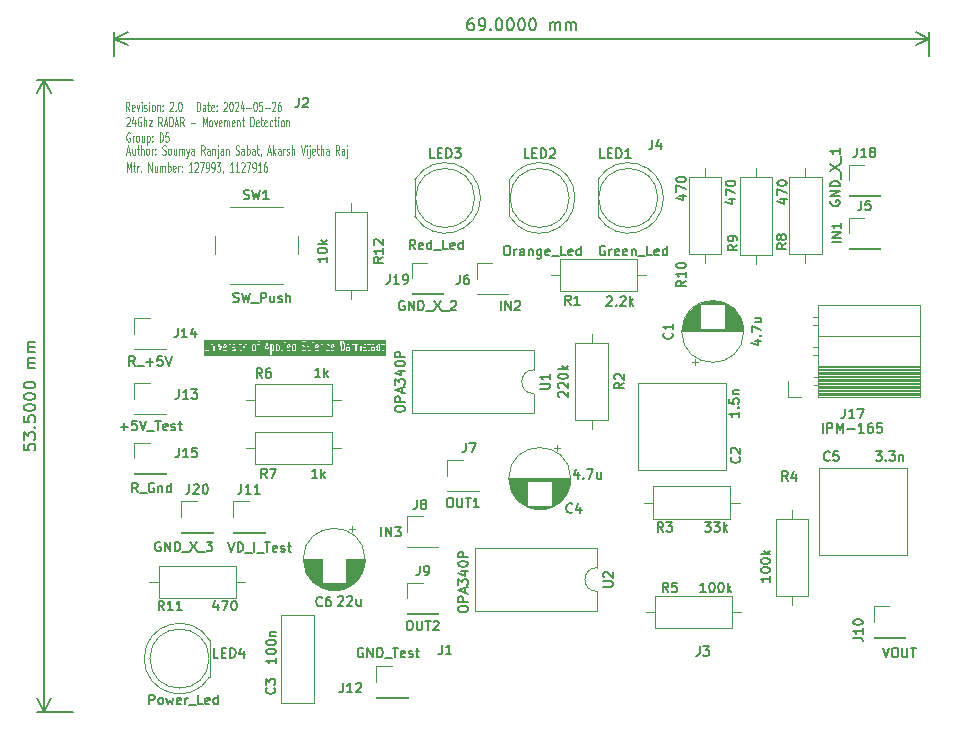
<source format=gbr>
%TF.GenerationSoftware,KiCad,Pcbnew,8.0.1*%
%TF.CreationDate,2024-05-26T13:05:02+02:00*%
%TF.ProjectId,24Ghz_RADAR,32344768-7a5f-4524-9144-41522e6b6963,2.0*%
%TF.SameCoordinates,Original*%
%TF.FileFunction,Legend,Top*%
%TF.FilePolarity,Positive*%
%FSLAX46Y46*%
G04 Gerber Fmt 4.6, Leading zero omitted, Abs format (unit mm)*
G04 Created by KiCad (PCBNEW 8.0.1) date 2024-05-26 13:05:02*
%MOMM*%
%LPD*%
G01*
G04 APERTURE LIST*
%ADD10C,0.100000*%
%ADD11C,0.150000*%
%ADD12C,0.120000*%
G04 APERTURE END LIST*
D10*
X101084836Y-54296895D02*
X101084836Y-53496895D01*
X101084836Y-53496895D02*
X101251503Y-54068323D01*
X101251503Y-54068323D02*
X101418169Y-53496895D01*
X101418169Y-53496895D02*
X101418169Y-54296895D01*
X101584837Y-53763561D02*
X101775313Y-53763561D01*
X101656265Y-53496895D02*
X101656265Y-54182609D01*
X101656265Y-54182609D02*
X101680075Y-54258800D01*
X101680075Y-54258800D02*
X101727694Y-54296895D01*
X101727694Y-54296895D02*
X101775313Y-54296895D01*
X101941979Y-54296895D02*
X101941979Y-53763561D01*
X101941979Y-53915942D02*
X101965789Y-53839752D01*
X101965789Y-53839752D02*
X101989598Y-53801657D01*
X101989598Y-53801657D02*
X102037217Y-53763561D01*
X102037217Y-53763561D02*
X102084836Y-53763561D01*
X102251503Y-54220704D02*
X102275313Y-54258800D01*
X102275313Y-54258800D02*
X102251503Y-54296895D01*
X102251503Y-54296895D02*
X102227694Y-54258800D01*
X102227694Y-54258800D02*
X102251503Y-54220704D01*
X102251503Y-54220704D02*
X102251503Y-54296895D01*
X102870550Y-54296895D02*
X102870550Y-53496895D01*
X102870550Y-53496895D02*
X103156264Y-54296895D01*
X103156264Y-54296895D02*
X103156264Y-53496895D01*
X103608646Y-53763561D02*
X103608646Y-54296895D01*
X103394360Y-53763561D02*
X103394360Y-54182609D01*
X103394360Y-54182609D02*
X103418170Y-54258800D01*
X103418170Y-54258800D02*
X103465789Y-54296895D01*
X103465789Y-54296895D02*
X103537217Y-54296895D01*
X103537217Y-54296895D02*
X103584836Y-54258800D01*
X103584836Y-54258800D02*
X103608646Y-54220704D01*
X103846741Y-54296895D02*
X103846741Y-53763561D01*
X103846741Y-53839752D02*
X103870551Y-53801657D01*
X103870551Y-53801657D02*
X103918170Y-53763561D01*
X103918170Y-53763561D02*
X103989598Y-53763561D01*
X103989598Y-53763561D02*
X104037217Y-53801657D01*
X104037217Y-53801657D02*
X104061027Y-53877847D01*
X104061027Y-53877847D02*
X104061027Y-54296895D01*
X104061027Y-53877847D02*
X104084836Y-53801657D01*
X104084836Y-53801657D02*
X104132455Y-53763561D01*
X104132455Y-53763561D02*
X104203884Y-53763561D01*
X104203884Y-53763561D02*
X104251503Y-53801657D01*
X104251503Y-53801657D02*
X104275313Y-53877847D01*
X104275313Y-53877847D02*
X104275313Y-54296895D01*
X104513408Y-54296895D02*
X104513408Y-53496895D01*
X104513408Y-53801657D02*
X104561027Y-53763561D01*
X104561027Y-53763561D02*
X104656265Y-53763561D01*
X104656265Y-53763561D02*
X104703884Y-53801657D01*
X104703884Y-53801657D02*
X104727694Y-53839752D01*
X104727694Y-53839752D02*
X104751503Y-53915942D01*
X104751503Y-53915942D02*
X104751503Y-54144514D01*
X104751503Y-54144514D02*
X104727694Y-54220704D01*
X104727694Y-54220704D02*
X104703884Y-54258800D01*
X104703884Y-54258800D02*
X104656265Y-54296895D01*
X104656265Y-54296895D02*
X104561027Y-54296895D01*
X104561027Y-54296895D02*
X104513408Y-54258800D01*
X105156265Y-54258800D02*
X105108646Y-54296895D01*
X105108646Y-54296895D02*
X105013408Y-54296895D01*
X105013408Y-54296895D02*
X104965789Y-54258800D01*
X104965789Y-54258800D02*
X104941980Y-54182609D01*
X104941980Y-54182609D02*
X104941980Y-53877847D01*
X104941980Y-53877847D02*
X104965789Y-53801657D01*
X104965789Y-53801657D02*
X105013408Y-53763561D01*
X105013408Y-53763561D02*
X105108646Y-53763561D01*
X105108646Y-53763561D02*
X105156265Y-53801657D01*
X105156265Y-53801657D02*
X105180075Y-53877847D01*
X105180075Y-53877847D02*
X105180075Y-53954038D01*
X105180075Y-53954038D02*
X104941980Y-54030228D01*
X105394360Y-54296895D02*
X105394360Y-53763561D01*
X105394360Y-53915942D02*
X105418170Y-53839752D01*
X105418170Y-53839752D02*
X105441979Y-53801657D01*
X105441979Y-53801657D02*
X105489598Y-53763561D01*
X105489598Y-53763561D02*
X105537217Y-53763561D01*
X105703884Y-54220704D02*
X105727694Y-54258800D01*
X105727694Y-54258800D02*
X105703884Y-54296895D01*
X105703884Y-54296895D02*
X105680075Y-54258800D01*
X105680075Y-54258800D02*
X105703884Y-54220704D01*
X105703884Y-54220704D02*
X105703884Y-54296895D01*
X105703884Y-53801657D02*
X105727694Y-53839752D01*
X105727694Y-53839752D02*
X105703884Y-53877847D01*
X105703884Y-53877847D02*
X105680075Y-53839752D01*
X105680075Y-53839752D02*
X105703884Y-53801657D01*
X105703884Y-53801657D02*
X105703884Y-53877847D01*
X106584836Y-54296895D02*
X106299122Y-54296895D01*
X106441979Y-54296895D02*
X106441979Y-53496895D01*
X106441979Y-53496895D02*
X106394360Y-53611180D01*
X106394360Y-53611180D02*
X106346741Y-53687371D01*
X106346741Y-53687371D02*
X106299122Y-53725466D01*
X106775312Y-53573085D02*
X106799121Y-53534990D01*
X106799121Y-53534990D02*
X106846740Y-53496895D01*
X106846740Y-53496895D02*
X106965788Y-53496895D01*
X106965788Y-53496895D02*
X107013407Y-53534990D01*
X107013407Y-53534990D02*
X107037216Y-53573085D01*
X107037216Y-53573085D02*
X107061026Y-53649276D01*
X107061026Y-53649276D02*
X107061026Y-53725466D01*
X107061026Y-53725466D02*
X107037216Y-53839752D01*
X107037216Y-53839752D02*
X106751502Y-54296895D01*
X106751502Y-54296895D02*
X107061026Y-54296895D01*
X107227692Y-53496895D02*
X107561025Y-53496895D01*
X107561025Y-53496895D02*
X107346740Y-54296895D01*
X107775311Y-54296895D02*
X107870549Y-54296895D01*
X107870549Y-54296895D02*
X107918168Y-54258800D01*
X107918168Y-54258800D02*
X107941977Y-54220704D01*
X107941977Y-54220704D02*
X107989596Y-54106419D01*
X107989596Y-54106419D02*
X108013406Y-53954038D01*
X108013406Y-53954038D02*
X108013406Y-53649276D01*
X108013406Y-53649276D02*
X107989596Y-53573085D01*
X107989596Y-53573085D02*
X107965787Y-53534990D01*
X107965787Y-53534990D02*
X107918168Y-53496895D01*
X107918168Y-53496895D02*
X107822930Y-53496895D01*
X107822930Y-53496895D02*
X107775311Y-53534990D01*
X107775311Y-53534990D02*
X107751501Y-53573085D01*
X107751501Y-53573085D02*
X107727692Y-53649276D01*
X107727692Y-53649276D02*
X107727692Y-53839752D01*
X107727692Y-53839752D02*
X107751501Y-53915942D01*
X107751501Y-53915942D02*
X107775311Y-53954038D01*
X107775311Y-53954038D02*
X107822930Y-53992133D01*
X107822930Y-53992133D02*
X107918168Y-53992133D01*
X107918168Y-53992133D02*
X107965787Y-53954038D01*
X107965787Y-53954038D02*
X107989596Y-53915942D01*
X107989596Y-53915942D02*
X108013406Y-53839752D01*
X108251501Y-54296895D02*
X108346739Y-54296895D01*
X108346739Y-54296895D02*
X108394358Y-54258800D01*
X108394358Y-54258800D02*
X108418167Y-54220704D01*
X108418167Y-54220704D02*
X108465786Y-54106419D01*
X108465786Y-54106419D02*
X108489596Y-53954038D01*
X108489596Y-53954038D02*
X108489596Y-53649276D01*
X108489596Y-53649276D02*
X108465786Y-53573085D01*
X108465786Y-53573085D02*
X108441977Y-53534990D01*
X108441977Y-53534990D02*
X108394358Y-53496895D01*
X108394358Y-53496895D02*
X108299120Y-53496895D01*
X108299120Y-53496895D02*
X108251501Y-53534990D01*
X108251501Y-53534990D02*
X108227691Y-53573085D01*
X108227691Y-53573085D02*
X108203882Y-53649276D01*
X108203882Y-53649276D02*
X108203882Y-53839752D01*
X108203882Y-53839752D02*
X108227691Y-53915942D01*
X108227691Y-53915942D02*
X108251501Y-53954038D01*
X108251501Y-53954038D02*
X108299120Y-53992133D01*
X108299120Y-53992133D02*
X108394358Y-53992133D01*
X108394358Y-53992133D02*
X108441977Y-53954038D01*
X108441977Y-53954038D02*
X108465786Y-53915942D01*
X108465786Y-53915942D02*
X108489596Y-53839752D01*
X108656262Y-53496895D02*
X108965786Y-53496895D01*
X108965786Y-53496895D02*
X108799119Y-53801657D01*
X108799119Y-53801657D02*
X108870548Y-53801657D01*
X108870548Y-53801657D02*
X108918167Y-53839752D01*
X108918167Y-53839752D02*
X108941976Y-53877847D01*
X108941976Y-53877847D02*
X108965786Y-53954038D01*
X108965786Y-53954038D02*
X108965786Y-54144514D01*
X108965786Y-54144514D02*
X108941976Y-54220704D01*
X108941976Y-54220704D02*
X108918167Y-54258800D01*
X108918167Y-54258800D02*
X108870548Y-54296895D01*
X108870548Y-54296895D02*
X108727691Y-54296895D01*
X108727691Y-54296895D02*
X108680072Y-54258800D01*
X108680072Y-54258800D02*
X108656262Y-54220704D01*
X109203881Y-54258800D02*
X109203881Y-54296895D01*
X109203881Y-54296895D02*
X109180071Y-54373085D01*
X109180071Y-54373085D02*
X109156262Y-54411180D01*
X110061023Y-54296895D02*
X109775309Y-54296895D01*
X109918166Y-54296895D02*
X109918166Y-53496895D01*
X109918166Y-53496895D02*
X109870547Y-53611180D01*
X109870547Y-53611180D02*
X109822928Y-53687371D01*
X109822928Y-53687371D02*
X109775309Y-53725466D01*
X110537213Y-54296895D02*
X110251499Y-54296895D01*
X110394356Y-54296895D02*
X110394356Y-53496895D01*
X110394356Y-53496895D02*
X110346737Y-53611180D01*
X110346737Y-53611180D02*
X110299118Y-53687371D01*
X110299118Y-53687371D02*
X110251499Y-53725466D01*
X110727689Y-53573085D02*
X110751498Y-53534990D01*
X110751498Y-53534990D02*
X110799117Y-53496895D01*
X110799117Y-53496895D02*
X110918165Y-53496895D01*
X110918165Y-53496895D02*
X110965784Y-53534990D01*
X110965784Y-53534990D02*
X110989593Y-53573085D01*
X110989593Y-53573085D02*
X111013403Y-53649276D01*
X111013403Y-53649276D02*
X111013403Y-53725466D01*
X111013403Y-53725466D02*
X110989593Y-53839752D01*
X110989593Y-53839752D02*
X110703879Y-54296895D01*
X110703879Y-54296895D02*
X111013403Y-54296895D01*
X111180069Y-53496895D02*
X111513402Y-53496895D01*
X111513402Y-53496895D02*
X111299117Y-54296895D01*
X111727688Y-54296895D02*
X111822926Y-54296895D01*
X111822926Y-54296895D02*
X111870545Y-54258800D01*
X111870545Y-54258800D02*
X111894354Y-54220704D01*
X111894354Y-54220704D02*
X111941973Y-54106419D01*
X111941973Y-54106419D02*
X111965783Y-53954038D01*
X111965783Y-53954038D02*
X111965783Y-53649276D01*
X111965783Y-53649276D02*
X111941973Y-53573085D01*
X111941973Y-53573085D02*
X111918164Y-53534990D01*
X111918164Y-53534990D02*
X111870545Y-53496895D01*
X111870545Y-53496895D02*
X111775307Y-53496895D01*
X111775307Y-53496895D02*
X111727688Y-53534990D01*
X111727688Y-53534990D02*
X111703878Y-53573085D01*
X111703878Y-53573085D02*
X111680069Y-53649276D01*
X111680069Y-53649276D02*
X111680069Y-53839752D01*
X111680069Y-53839752D02*
X111703878Y-53915942D01*
X111703878Y-53915942D02*
X111727688Y-53954038D01*
X111727688Y-53954038D02*
X111775307Y-53992133D01*
X111775307Y-53992133D02*
X111870545Y-53992133D01*
X111870545Y-53992133D02*
X111918164Y-53954038D01*
X111918164Y-53954038D02*
X111941973Y-53915942D01*
X111941973Y-53915942D02*
X111965783Y-53839752D01*
X112441973Y-54296895D02*
X112156259Y-54296895D01*
X112299116Y-54296895D02*
X112299116Y-53496895D01*
X112299116Y-53496895D02*
X112251497Y-53611180D01*
X112251497Y-53611180D02*
X112203878Y-53687371D01*
X112203878Y-53687371D02*
X112156259Y-53725466D01*
X112870544Y-53496895D02*
X112775306Y-53496895D01*
X112775306Y-53496895D02*
X112727687Y-53534990D01*
X112727687Y-53534990D02*
X112703877Y-53573085D01*
X112703877Y-53573085D02*
X112656258Y-53687371D01*
X112656258Y-53687371D02*
X112632449Y-53839752D01*
X112632449Y-53839752D02*
X112632449Y-54144514D01*
X112632449Y-54144514D02*
X112656258Y-54220704D01*
X112656258Y-54220704D02*
X112680068Y-54258800D01*
X112680068Y-54258800D02*
X112727687Y-54296895D01*
X112727687Y-54296895D02*
X112822925Y-54296895D01*
X112822925Y-54296895D02*
X112870544Y-54258800D01*
X112870544Y-54258800D02*
X112894353Y-54220704D01*
X112894353Y-54220704D02*
X112918163Y-54144514D01*
X112918163Y-54144514D02*
X112918163Y-53954038D01*
X112918163Y-53954038D02*
X112894353Y-53877847D01*
X112894353Y-53877847D02*
X112870544Y-53839752D01*
X112870544Y-53839752D02*
X112822925Y-53801657D01*
X112822925Y-53801657D02*
X112727687Y-53801657D01*
X112727687Y-53801657D02*
X112680068Y-53839752D01*
X112680068Y-53839752D02*
X112656258Y-53877847D01*
X112656258Y-53877847D02*
X112632449Y-53954038D01*
G36*
X113405620Y-68979961D02*
G01*
X113422760Y-69004074D01*
X113422824Y-69004666D01*
X113444441Y-69065519D01*
X113444357Y-69065942D01*
X113447612Y-69277805D01*
X113446633Y-69279601D01*
X113429540Y-69342723D01*
X113428148Y-69344204D01*
X113413021Y-69371941D01*
X113384131Y-69397393D01*
X113323473Y-69399412D01*
X113304739Y-69385830D01*
X113302840Y-68977182D01*
X113318867Y-68963062D01*
X113379525Y-68961043D01*
X113405620Y-68979961D01*
G37*
G36*
X113858001Y-68979961D02*
G01*
X113875141Y-69004074D01*
X113875205Y-69004666D01*
X113896822Y-69065519D01*
X113896738Y-69065942D01*
X113899993Y-69277805D01*
X113899014Y-69279601D01*
X113881921Y-69342723D01*
X113880529Y-69344204D01*
X113865402Y-69371941D01*
X113836512Y-69397393D01*
X113775854Y-69399412D01*
X113757120Y-69385830D01*
X113755221Y-68977182D01*
X113771248Y-68963062D01*
X113831906Y-68961043D01*
X113858001Y-68979961D01*
G37*
G36*
X109426941Y-68978155D02*
G01*
X109444443Y-69027425D01*
X109444360Y-69027847D01*
X109445945Y-69067552D01*
X109303711Y-69115294D01*
X109302882Y-69044789D01*
X109303989Y-69042761D01*
X109320209Y-68982859D01*
X109342679Y-68963062D01*
X109403337Y-68961043D01*
X109426941Y-68978155D01*
G37*
G36*
X111858002Y-68979961D02*
G01*
X111875142Y-69004074D01*
X111875206Y-69004666D01*
X111896823Y-69065519D01*
X111896739Y-69065942D01*
X111899994Y-69277805D01*
X111899015Y-69279601D01*
X111881922Y-69342723D01*
X111880530Y-69344204D01*
X111865403Y-69371941D01*
X111836357Y-69397531D01*
X111799224Y-69399092D01*
X111773570Y-69380494D01*
X111756431Y-69356382D01*
X111756368Y-69355790D01*
X111734750Y-69294936D01*
X111734835Y-69294514D01*
X111731579Y-69082651D01*
X111732559Y-69080856D01*
X111749651Y-69017731D01*
X111751044Y-69016252D01*
X111766171Y-68988513D01*
X111795216Y-68962924D01*
X111832349Y-68961364D01*
X111858002Y-68979961D01*
G37*
G36*
X114807891Y-68978155D02*
G01*
X114825393Y-69027425D01*
X114825310Y-69027847D01*
X114826895Y-69067552D01*
X114684661Y-69115294D01*
X114683832Y-69044789D01*
X114684939Y-69042761D01*
X114701159Y-68982859D01*
X114723629Y-68963062D01*
X114784287Y-68961043D01*
X114807891Y-68978155D01*
G37*
G36*
X115255403Y-68974625D02*
G01*
X115257302Y-69383273D01*
X115241274Y-69397393D01*
X115180616Y-69399412D01*
X115154521Y-69380494D01*
X115137382Y-69356382D01*
X115137319Y-69355790D01*
X115115701Y-69294936D01*
X115115786Y-69294514D01*
X115112530Y-69082651D01*
X115113510Y-69080856D01*
X115130602Y-69017731D01*
X115131995Y-69016252D01*
X115147122Y-68988513D01*
X115176010Y-68963062D01*
X115236668Y-68961043D01*
X115255403Y-68974625D01*
G37*
G36*
X117212651Y-68978155D02*
G01*
X117230153Y-69027425D01*
X117230070Y-69027847D01*
X117231655Y-69067552D01*
X117089421Y-69115294D01*
X117088592Y-69044789D01*
X117089699Y-69042761D01*
X117105919Y-68982859D01*
X117128389Y-68963062D01*
X117189047Y-68961043D01*
X117212651Y-68978155D01*
G37*
G36*
X118522174Y-68978155D02*
G01*
X118539676Y-69027425D01*
X118539593Y-69027847D01*
X118541178Y-69067552D01*
X118398944Y-69115294D01*
X118398115Y-69044789D01*
X118399222Y-69042761D01*
X118415442Y-68982859D01*
X118437912Y-68963062D01*
X118498570Y-68961043D01*
X118522174Y-68978155D01*
G37*
G36*
X119337959Y-68718980D02*
G01*
X119374957Y-68773820D01*
X119375201Y-68776094D01*
X119397582Y-68839097D01*
X119397334Y-68845090D01*
X119421943Y-68982714D01*
X119420544Y-68989752D01*
X119423407Y-69090141D01*
X119421143Y-69096319D01*
X119402591Y-69234939D01*
X119399011Y-69241505D01*
X119381917Y-69304628D01*
X119380525Y-69306109D01*
X119344124Y-69369145D01*
X119296177Y-69397107D01*
X119234606Y-69398802D01*
X119231339Y-68695613D01*
X119286686Y-68694089D01*
X119337959Y-68718980D01*
G37*
G36*
X119852205Y-69383565D02*
G01*
X119836610Y-69397305D01*
X119752337Y-69399626D01*
X119728438Y-69382301D01*
X119710936Y-69333031D01*
X119711021Y-69332609D01*
X119708586Y-69271623D01*
X119708745Y-69271332D01*
X119724964Y-69211431D01*
X119747335Y-69191722D01*
X119850514Y-69188881D01*
X119852205Y-69383565D01*
G37*
G36*
X121971253Y-69383565D02*
G01*
X121955658Y-69397305D01*
X121871385Y-69399626D01*
X121847486Y-69382301D01*
X121829984Y-69333031D01*
X121830069Y-69332609D01*
X121827634Y-69271623D01*
X121827793Y-69271332D01*
X121844012Y-69211431D01*
X121866383Y-69191722D01*
X121969562Y-69188881D01*
X121971253Y-69383565D01*
G37*
G36*
X122422067Y-68974625D02*
G01*
X122423966Y-69383273D01*
X122407938Y-69397393D01*
X122347280Y-69399412D01*
X122321185Y-69380494D01*
X122304046Y-69356382D01*
X122303983Y-69355790D01*
X122282365Y-69294936D01*
X122282450Y-69294514D01*
X122279194Y-69082651D01*
X122280174Y-69080856D01*
X122297266Y-69017731D01*
X122298659Y-69016252D01*
X122313786Y-68988513D01*
X122342674Y-68963062D01*
X122403332Y-68961043D01*
X122422067Y-68974625D01*
G37*
G36*
X112983101Y-69169194D02*
G01*
X112863464Y-69170964D01*
X112922104Y-68882936D01*
X112983101Y-69169194D01*
G37*
G36*
X122962771Y-69850474D02*
G01*
X107545947Y-69850474D01*
X107545947Y-68646895D01*
X107634836Y-68646895D01*
X107638469Y-69283477D01*
X107635038Y-69290030D01*
X107637112Y-69309428D01*
X107660308Y-69374727D01*
X107659332Y-69378960D01*
X107666246Y-69397203D01*
X107688105Y-69427957D01*
X107688657Y-69432919D01*
X107701220Y-69447844D01*
X107703324Y-69449369D01*
X107703423Y-69449508D01*
X107703558Y-69449539D01*
X107753841Y-69485990D01*
X107760940Y-69493089D01*
X107764652Y-69493827D01*
X107766158Y-69494919D01*
X107768712Y-69494635D01*
X107780074Y-69496895D01*
X107877756Y-69493644D01*
X107889228Y-69494919D01*
X107892641Y-69493149D01*
X107894446Y-69493089D01*
X107896264Y-69491270D01*
X107906547Y-69485939D01*
X107946457Y-69450778D01*
X107951962Y-69449508D01*
X107965331Y-69435300D01*
X107966537Y-69433087D01*
X107966729Y-69432919D01*
X107966754Y-69432689D01*
X107982268Y-69404241D01*
X107985125Y-69402745D01*
X107994465Y-69385618D01*
X108012916Y-69317475D01*
X108016744Y-69313648D01*
X108020550Y-69294514D01*
X108018375Y-68913561D01*
X108158646Y-68913561D01*
X108162452Y-69466029D01*
X108189512Y-69493089D01*
X108227780Y-69493089D01*
X108254840Y-69466029D01*
X108258646Y-69446895D01*
X108255621Y-69007861D01*
X108266173Y-68988513D01*
X108295218Y-68962924D01*
X108332351Y-68961364D01*
X108355513Y-68978155D01*
X108373015Y-69027425D01*
X108372932Y-69027847D01*
X108376738Y-69466029D01*
X108403798Y-69493089D01*
X108442066Y-69493089D01*
X108469126Y-69466029D01*
X108472932Y-69446895D01*
X108469386Y-69038715D01*
X108472731Y-69032331D01*
X108470656Y-69012933D01*
X108444104Y-68938189D01*
X108442921Y-68927539D01*
X108438422Y-68922195D01*
X108437506Y-68919615D01*
X108435260Y-68918438D01*
X108431154Y-68913561D01*
X108611027Y-68913561D01*
X108614833Y-69466029D01*
X108641893Y-69493089D01*
X108680161Y-69493089D01*
X108707221Y-69466029D01*
X108711027Y-69446895D01*
X108707293Y-68904950D01*
X108802250Y-68904950D01*
X108802704Y-68924454D01*
X108923090Y-69447214D01*
X108921298Y-69455506D01*
X108927106Y-69464652D01*
X108929635Y-69475633D01*
X108937083Y-69480362D01*
X108941813Y-69487811D01*
X108952605Y-69490220D01*
X108961940Y-69496148D01*
X108970551Y-69494225D01*
X108979162Y-69496148D01*
X108988496Y-69490220D01*
X108999289Y-69487811D01*
X109004018Y-69480362D01*
X109011467Y-69475633D01*
X109019350Y-69457788D01*
X109112286Y-69027847D01*
X109206265Y-69027847D01*
X109207971Y-69173103D01*
X109206437Y-69176083D01*
X109208066Y-69181175D01*
X109209720Y-69321912D01*
X109206467Y-69328124D01*
X109208541Y-69347522D01*
X109235092Y-69422268D01*
X109236276Y-69432919D01*
X109240774Y-69438262D01*
X109241690Y-69440841D01*
X109243933Y-69442016D01*
X109248839Y-69447844D01*
X109301460Y-69485990D01*
X109308559Y-69493089D01*
X109312271Y-69493827D01*
X109313777Y-69494919D01*
X109316331Y-69494635D01*
X109327693Y-69496895D01*
X109425375Y-69493644D01*
X109436847Y-69494919D01*
X109440260Y-69493149D01*
X109442065Y-69493089D01*
X109443883Y-69491270D01*
X109454166Y-69485939D01*
X109514348Y-69432919D01*
X109518574Y-69394884D01*
X109494669Y-69365002D01*
X109456634Y-69360776D01*
X109439315Y-69369756D01*
X109407943Y-69397393D01*
X109347285Y-69399412D01*
X109323682Y-69382301D01*
X109306180Y-69333031D01*
X109306265Y-69332609D01*
X109304902Y-69216638D01*
X109502742Y-69150232D01*
X109513494Y-69150232D01*
X109518926Y-69144799D01*
X109526662Y-69142203D01*
X109532122Y-69131603D01*
X109540554Y-69123172D01*
X109543125Y-69110246D01*
X109544188Y-69108183D01*
X109543785Y-69106925D01*
X109544360Y-69104038D01*
X109541685Y-69037053D01*
X109544159Y-69032331D01*
X109542084Y-69012933D01*
X109515532Y-68938189D01*
X109514349Y-68927539D01*
X109509850Y-68922195D01*
X109508934Y-68919615D01*
X109506688Y-68918438D01*
X109502582Y-68913561D01*
X109658645Y-68913561D01*
X109659703Y-69067261D01*
X109658847Y-69070426D01*
X109659737Y-69072125D01*
X109662451Y-69466029D01*
X109689511Y-69493089D01*
X109727779Y-69493089D01*
X109754839Y-69466029D01*
X109758645Y-69446895D01*
X109756126Y-69081300D01*
X109756369Y-69080856D01*
X109770723Y-69027847D01*
X109944360Y-69027847D01*
X109944639Y-69032046D01*
X109944562Y-69032332D01*
X109944672Y-69032542D01*
X109946366Y-69058012D01*
X109944562Y-69061457D01*
X109946636Y-69080855D01*
X109973187Y-69155601D01*
X109974371Y-69166252D01*
X109978869Y-69171595D01*
X109979785Y-69174174D01*
X109982028Y-69175349D01*
X109986934Y-69181177D01*
X110039555Y-69219323D01*
X110046654Y-69226422D01*
X110050366Y-69227160D01*
X110051872Y-69228252D01*
X110054426Y-69227968D01*
X110065788Y-69230228D01*
X110118064Y-69228031D01*
X110141227Y-69244822D01*
X110158729Y-69294091D01*
X110158645Y-69294514D01*
X110160331Y-69319873D01*
X110144701Y-69377596D01*
X110122229Y-69397393D01*
X110061571Y-69399412D01*
X110008276Y-69360776D01*
X109970241Y-69365002D01*
X109946336Y-69394884D01*
X109950562Y-69432919D01*
X109963125Y-69447844D01*
X110015746Y-69485990D01*
X110022845Y-69493089D01*
X110026557Y-69493827D01*
X110028063Y-69494919D01*
X110030617Y-69494635D01*
X110041979Y-69496895D01*
X110139661Y-69493644D01*
X110151133Y-69494919D01*
X110154546Y-69493149D01*
X110156351Y-69493089D01*
X110158169Y-69491270D01*
X110168452Y-69485939D01*
X110214394Y-69445464D01*
X110223220Y-69440841D01*
X110226528Y-69434774D01*
X110228634Y-69432919D01*
X110228913Y-69430399D01*
X110232560Y-69423713D01*
X110251011Y-69355570D01*
X110254839Y-69351743D01*
X110258645Y-69332609D01*
X110258365Y-69328409D01*
X110258443Y-69328124D01*
X110258332Y-69327913D01*
X110256638Y-69302443D01*
X110258443Y-69298999D01*
X110256369Y-69279600D01*
X110229817Y-69204854D01*
X110228634Y-69194204D01*
X110224136Y-69188860D01*
X110223220Y-69186282D01*
X110220975Y-69185106D01*
X110216071Y-69179280D01*
X110163450Y-69141133D01*
X110156351Y-69134034D01*
X110152638Y-69133295D01*
X110151133Y-69132204D01*
X110148578Y-69132487D01*
X110137217Y-69130228D01*
X110084939Y-69132425D01*
X110061777Y-69115634D01*
X110044275Y-69066364D01*
X110044360Y-69065942D01*
X110042673Y-69040583D01*
X110058304Y-68982859D01*
X110080931Y-68962924D01*
X110118065Y-68961363D01*
X110170920Y-68999681D01*
X110208954Y-68995456D01*
X110232861Y-68965574D01*
X110228635Y-68927539D01*
X110216868Y-68913561D01*
X110372931Y-68913561D01*
X110376737Y-69466029D01*
X110403797Y-69493089D01*
X110442065Y-69493089D01*
X110469125Y-69466029D01*
X110472931Y-69446895D01*
X110469389Y-68932695D01*
X110543404Y-68932695D01*
X110570464Y-68959755D01*
X110589598Y-68963561D01*
X110612733Y-68963140D01*
X110614668Y-69321555D01*
X110611228Y-69328125D01*
X110613302Y-69347523D01*
X110639854Y-69422270D01*
X110641038Y-69432919D01*
X110645535Y-69438262D01*
X110646452Y-69440842D01*
X110648696Y-69442017D01*
X110653601Y-69447844D01*
X110706222Y-69485990D01*
X110713321Y-69493089D01*
X110717033Y-69493827D01*
X110718539Y-69494919D01*
X110721093Y-69494635D01*
X110732455Y-69496895D01*
X110799208Y-69493089D01*
X110826268Y-69466029D01*
X110826268Y-69427761D01*
X110799208Y-69400701D01*
X110780074Y-69396895D01*
X110750872Y-69398559D01*
X110728444Y-69382301D01*
X110710942Y-69333030D01*
X110711026Y-69332609D01*
X110709021Y-68961392D01*
X110799208Y-68959755D01*
X110826268Y-68932695D01*
X110826268Y-68904950D01*
X110849868Y-68904950D01*
X110850322Y-68924454D01*
X110968750Y-69438710D01*
X110929180Y-69609775D01*
X110928151Y-69610870D01*
X110913024Y-69638607D01*
X110855323Y-69689442D01*
X110851097Y-69727477D01*
X110875002Y-69757359D01*
X110913037Y-69761585D01*
X110930356Y-69752605D01*
X110970264Y-69717445D01*
X110975771Y-69716175D01*
X110989140Y-69701966D01*
X110990346Y-69699753D01*
X110990538Y-69699585D01*
X110990563Y-69699355D01*
X111006874Y-69669446D01*
X111010724Y-69667137D01*
X111019057Y-69649498D01*
X111059482Y-69474733D01*
X111066968Y-69457788D01*
X111151669Y-69065942D01*
X111634835Y-69065942D01*
X111638185Y-69284017D01*
X111635037Y-69290029D01*
X111637111Y-69309428D01*
X111660307Y-69374728D01*
X111659331Y-69378961D01*
X111666244Y-69397204D01*
X111688104Y-69427958D01*
X111688656Y-69432919D01*
X111701219Y-69447844D01*
X111703324Y-69449370D01*
X111703423Y-69449509D01*
X111703559Y-69449540D01*
X111753840Y-69485990D01*
X111760939Y-69493089D01*
X111764651Y-69493827D01*
X111766157Y-69494919D01*
X111768711Y-69494635D01*
X111780073Y-69496895D01*
X111854898Y-69493750D01*
X111865417Y-69494919D01*
X111868797Y-69493166D01*
X111870635Y-69493089D01*
X111872453Y-69491270D01*
X111882736Y-69485939D01*
X111922646Y-69450778D01*
X111928151Y-69449508D01*
X111941520Y-69435300D01*
X111942726Y-69433087D01*
X111942918Y-69432919D01*
X111942943Y-69432689D01*
X111958457Y-69404241D01*
X111961314Y-69402745D01*
X111970654Y-69385618D01*
X111989105Y-69317475D01*
X111992933Y-69313648D01*
X111996739Y-69294514D01*
X111993388Y-69076437D01*
X111996537Y-69070426D01*
X111994463Y-69051028D01*
X111971266Y-68985727D01*
X111972243Y-68981494D01*
X111965330Y-68963252D01*
X111943609Y-68932695D01*
X112043403Y-68932695D01*
X112070463Y-68959755D01*
X112089597Y-68963561D01*
X112112115Y-68963152D01*
X112114831Y-69466029D01*
X112141891Y-69493089D01*
X112180159Y-69493089D01*
X112207219Y-69466029D01*
X112209173Y-69456205D01*
X112707138Y-69456205D01*
X112728110Y-69488216D01*
X112765573Y-69496020D01*
X112797584Y-69475048D01*
X112805212Y-69457093D01*
X112843763Y-69267732D01*
X113003594Y-69265368D01*
X113048275Y-69475049D01*
X113080286Y-69496021D01*
X113117749Y-69488216D01*
X113138722Y-69456206D01*
X113138545Y-69436697D01*
X113088171Y-69200295D01*
X113088171Y-69199189D01*
X113087871Y-69198889D01*
X113027072Y-68913561D01*
X113206262Y-68913561D01*
X113208496Y-69394560D01*
X113208238Y-69394884D01*
X113208509Y-69397329D01*
X113210068Y-69732695D01*
X113237128Y-69759755D01*
X113275396Y-69759755D01*
X113302456Y-69732695D01*
X113306262Y-69713561D01*
X113305255Y-69496849D01*
X113401563Y-69493644D01*
X113413035Y-69494919D01*
X113416448Y-69493149D01*
X113418253Y-69493089D01*
X113420071Y-69491270D01*
X113430354Y-69485939D01*
X113470264Y-69450778D01*
X113475769Y-69449508D01*
X113489138Y-69435300D01*
X113490344Y-69433087D01*
X113490536Y-69432919D01*
X113490561Y-69432689D01*
X113506075Y-69404241D01*
X113508932Y-69402745D01*
X113518272Y-69385618D01*
X113536723Y-69317475D01*
X113540551Y-69313648D01*
X113544357Y-69294514D01*
X113541006Y-69076437D01*
X113544155Y-69070426D01*
X113542081Y-69051028D01*
X113518884Y-68985727D01*
X113519861Y-68981494D01*
X113512948Y-68963252D01*
X113491088Y-68932499D01*
X113490537Y-68927539D01*
X113478770Y-68913561D01*
X113658643Y-68913561D01*
X113660877Y-69394560D01*
X113660619Y-69394884D01*
X113660890Y-69397329D01*
X113662449Y-69732695D01*
X113689509Y-69759755D01*
X113727777Y-69759755D01*
X113754837Y-69732695D01*
X113758643Y-69713561D01*
X113757636Y-69496849D01*
X113853944Y-69493644D01*
X113865416Y-69494919D01*
X113868829Y-69493149D01*
X113870634Y-69493089D01*
X113872452Y-69491270D01*
X113882735Y-69485939D01*
X113922645Y-69450778D01*
X113928150Y-69449508D01*
X113941519Y-69435300D01*
X113942725Y-69433087D01*
X113942917Y-69432919D01*
X113942942Y-69432689D01*
X113958456Y-69404241D01*
X113961313Y-69402745D01*
X113970653Y-69385618D01*
X113989104Y-69317475D01*
X113992932Y-69313648D01*
X113996738Y-69294514D01*
X113993387Y-69076437D01*
X113996536Y-69070426D01*
X113994462Y-69051028D01*
X113971265Y-68985727D01*
X113972242Y-68981494D01*
X113965329Y-68963252D01*
X113943469Y-68932499D01*
X113942918Y-68927539D01*
X113930354Y-68912614D01*
X113928249Y-68911088D01*
X113928150Y-68910948D01*
X113928012Y-68910916D01*
X113877731Y-68874464D01*
X113870634Y-68867367D01*
X113866923Y-68866628D01*
X113865417Y-68865537D01*
X113862861Y-68865820D01*
X113851500Y-68863561D01*
X113753819Y-68866811D01*
X113742346Y-68865537D01*
X113738932Y-68867306D01*
X113737128Y-68867367D01*
X113735308Y-68869186D01*
X113731546Y-68871136D01*
X113727777Y-68867367D01*
X113689509Y-68867367D01*
X113662449Y-68894427D01*
X113658643Y-68913561D01*
X113478770Y-68913561D01*
X113477973Y-68912614D01*
X113475868Y-68911088D01*
X113475769Y-68910948D01*
X113475631Y-68910916D01*
X113425350Y-68874464D01*
X113418253Y-68867367D01*
X113414542Y-68866628D01*
X113413036Y-68865537D01*
X113410480Y-68865820D01*
X113399119Y-68863561D01*
X113301438Y-68866811D01*
X113289965Y-68865537D01*
X113286551Y-68867306D01*
X113284747Y-68867367D01*
X113282927Y-68869186D01*
X113279165Y-68871136D01*
X113275396Y-68867367D01*
X113237128Y-68867367D01*
X113210068Y-68894427D01*
X113206262Y-68913561D01*
X113027072Y-68913561D01*
X112970249Y-68646895D01*
X114111024Y-68646895D01*
X114114666Y-69321555D01*
X114111226Y-69328125D01*
X114113300Y-69347523D01*
X114139852Y-69422270D01*
X114141036Y-69432919D01*
X114145533Y-69438262D01*
X114146450Y-69440842D01*
X114148694Y-69442017D01*
X114153599Y-69447844D01*
X114218537Y-69494919D01*
X114256572Y-69490693D01*
X114280477Y-69460811D01*
X114276251Y-69422776D01*
X114263688Y-69407852D01*
X114228442Y-69382301D01*
X114210940Y-69333030D01*
X114211024Y-69332609D01*
X114208762Y-68913561D01*
X114372929Y-68913561D01*
X114376735Y-69466029D01*
X114403795Y-69493089D01*
X114442063Y-69493089D01*
X114469123Y-69466029D01*
X114472929Y-69446895D01*
X114470042Y-69027847D01*
X114587215Y-69027847D01*
X114588921Y-69173103D01*
X114587387Y-69176083D01*
X114589016Y-69181175D01*
X114590670Y-69321912D01*
X114587417Y-69328124D01*
X114589491Y-69347522D01*
X114616042Y-69422268D01*
X114617226Y-69432919D01*
X114621724Y-69438262D01*
X114622640Y-69440841D01*
X114624883Y-69442016D01*
X114629789Y-69447844D01*
X114682410Y-69485990D01*
X114689509Y-69493089D01*
X114693221Y-69493827D01*
X114694727Y-69494919D01*
X114697281Y-69494635D01*
X114708643Y-69496895D01*
X114806325Y-69493644D01*
X114817797Y-69494919D01*
X114821210Y-69493149D01*
X114823015Y-69493089D01*
X114824833Y-69491270D01*
X114835116Y-69485939D01*
X114895298Y-69432919D01*
X114899524Y-69394884D01*
X114875619Y-69365002D01*
X114837584Y-69360776D01*
X114820265Y-69369756D01*
X114788893Y-69397393D01*
X114728235Y-69399412D01*
X114704632Y-69382301D01*
X114687130Y-69333031D01*
X114687215Y-69332609D01*
X114685852Y-69216638D01*
X114883692Y-69150232D01*
X114894444Y-69150232D01*
X114899876Y-69144799D01*
X114907612Y-69142203D01*
X114913072Y-69131603D01*
X114921504Y-69123172D01*
X114924075Y-69110246D01*
X114925138Y-69108183D01*
X114924735Y-69106925D01*
X114925310Y-69104038D01*
X114923789Y-69065942D01*
X115015786Y-69065942D01*
X115019136Y-69284017D01*
X115015988Y-69290029D01*
X115018062Y-69309428D01*
X115041258Y-69374728D01*
X115040282Y-69378961D01*
X115047195Y-69397204D01*
X115069055Y-69427958D01*
X115069607Y-69432919D01*
X115082170Y-69447844D01*
X115084275Y-69449370D01*
X115084374Y-69449509D01*
X115084510Y-69449540D01*
X115134791Y-69485990D01*
X115141890Y-69493089D01*
X115145602Y-69493827D01*
X115147108Y-69494919D01*
X115149662Y-69494635D01*
X115161024Y-69496895D01*
X115258706Y-69493644D01*
X115270178Y-69494919D01*
X115273591Y-69493149D01*
X115275396Y-69493089D01*
X115277214Y-69491270D01*
X115280977Y-69489319D01*
X115284747Y-69493089D01*
X115323015Y-69493089D01*
X115350075Y-69466029D01*
X115353881Y-69446895D01*
X115351646Y-68965898D01*
X115351906Y-68965574D01*
X115351633Y-68963118D01*
X115350872Y-68799276D01*
X115849119Y-68799276D01*
X115851793Y-68866260D01*
X115849321Y-68870981D01*
X115851395Y-68890379D01*
X115874591Y-68955681D01*
X115873615Y-68959915D01*
X115880528Y-68978157D01*
X115902388Y-69008911D01*
X115902940Y-69013871D01*
X115915503Y-69028796D01*
X115917608Y-69030322D01*
X115917707Y-69030461D01*
X115917843Y-69030492D01*
X115957578Y-69059297D01*
X115959436Y-69063631D01*
X115975788Y-69074271D01*
X116057578Y-69104056D01*
X116058360Y-69104985D01*
X116096096Y-69132342D01*
X116113235Y-69156454D01*
X116113299Y-69157047D01*
X116134916Y-69217901D01*
X116134833Y-69218323D01*
X116137267Y-69279308D01*
X116137109Y-69279600D01*
X116120015Y-69342724D01*
X116118623Y-69344205D01*
X116103497Y-69371942D01*
X116074708Y-69397305D01*
X115987739Y-69399700D01*
X115903974Y-69359036D01*
X115867364Y-69370179D01*
X115849355Y-69403945D01*
X115860498Y-69440555D01*
X115875590Y-69452918D01*
X115944879Y-69486555D01*
X115951413Y-69493089D01*
X115963145Y-69495422D01*
X115965692Y-69496659D01*
X115967141Y-69496217D01*
X115970547Y-69496895D01*
X116091349Y-69493567D01*
X116103511Y-69494919D01*
X116106945Y-69493138D01*
X116108729Y-69493089D01*
X116110547Y-69491270D01*
X116120830Y-69485939D01*
X116160739Y-69450778D01*
X116166246Y-69449508D01*
X116179614Y-69435299D01*
X116180819Y-69433088D01*
X116181012Y-69432919D01*
X116181037Y-69432688D01*
X116196549Y-69404242D01*
X116199407Y-69402746D01*
X116208747Y-69385618D01*
X116227199Y-69317475D01*
X116231027Y-69313648D01*
X116234833Y-69294514D01*
X116232158Y-69227529D01*
X116234632Y-69222807D01*
X116232557Y-69203409D01*
X116209359Y-69138107D01*
X116210336Y-69133876D01*
X116203423Y-69115633D01*
X116181564Y-69084880D01*
X116181013Y-69079920D01*
X116169246Y-69065942D01*
X116325309Y-69065942D01*
X116328659Y-69284017D01*
X116325511Y-69290029D01*
X116327585Y-69309428D01*
X116350781Y-69374728D01*
X116349805Y-69378961D01*
X116356718Y-69397204D01*
X116378578Y-69427958D01*
X116379130Y-69432919D01*
X116391693Y-69447844D01*
X116393798Y-69449370D01*
X116393897Y-69449509D01*
X116394033Y-69449540D01*
X116444314Y-69485990D01*
X116451413Y-69493089D01*
X116455125Y-69493827D01*
X116456631Y-69494919D01*
X116459185Y-69494635D01*
X116470547Y-69496895D01*
X116568229Y-69493644D01*
X116579701Y-69494919D01*
X116583114Y-69493149D01*
X116584919Y-69493089D01*
X116586737Y-69491270D01*
X116597020Y-69485939D01*
X116657202Y-69432919D01*
X116661428Y-69394884D01*
X116637523Y-69365002D01*
X116599488Y-69360776D01*
X116582169Y-69369756D01*
X116550797Y-69397393D01*
X116490139Y-69399412D01*
X116464044Y-69380494D01*
X116446905Y-69356382D01*
X116446842Y-69355790D01*
X116425224Y-69294936D01*
X116425309Y-69294514D01*
X116422053Y-69082651D01*
X116423033Y-69080856D01*
X116440125Y-69017731D01*
X116441518Y-69016252D01*
X116456645Y-68988513D01*
X116485533Y-68963062D01*
X116546191Y-68961043D01*
X116599488Y-68999681D01*
X116637522Y-68995456D01*
X116661429Y-68965574D01*
X116657203Y-68927539D01*
X116645436Y-68913561D01*
X116777689Y-68913561D01*
X116781495Y-69466029D01*
X116808555Y-69493089D01*
X116846823Y-69493089D01*
X116873883Y-69466029D01*
X116877689Y-69446895D01*
X116874802Y-69027847D01*
X116991975Y-69027847D01*
X116993681Y-69173103D01*
X116992147Y-69176083D01*
X116993776Y-69181175D01*
X116995430Y-69321912D01*
X116992177Y-69328124D01*
X116994251Y-69347522D01*
X117020802Y-69422268D01*
X117021986Y-69432919D01*
X117026484Y-69438262D01*
X117027400Y-69440841D01*
X117029643Y-69442016D01*
X117034549Y-69447844D01*
X117087170Y-69485990D01*
X117094269Y-69493089D01*
X117097981Y-69493827D01*
X117099487Y-69494919D01*
X117102041Y-69494635D01*
X117113403Y-69496895D01*
X117211085Y-69493644D01*
X117222557Y-69494919D01*
X117225970Y-69493149D01*
X117227775Y-69493089D01*
X117229593Y-69491270D01*
X117239876Y-69485939D01*
X117300058Y-69432919D01*
X117304284Y-69394884D01*
X117280379Y-69365002D01*
X117242344Y-69360776D01*
X117225025Y-69369756D01*
X117193653Y-69397393D01*
X117132995Y-69399412D01*
X117109392Y-69382301D01*
X117091890Y-69333031D01*
X117091975Y-69332609D01*
X117090612Y-69216638D01*
X117288452Y-69150232D01*
X117299204Y-69150232D01*
X117304636Y-69144799D01*
X117312372Y-69142203D01*
X117317832Y-69131603D01*
X117326264Y-69123172D01*
X117328835Y-69110246D01*
X117329898Y-69108183D01*
X117329495Y-69106925D01*
X117330070Y-69104038D01*
X117327395Y-69037053D01*
X117329869Y-69032331D01*
X117327794Y-69012933D01*
X117301242Y-68938189D01*
X117300059Y-68927539D01*
X117295560Y-68922195D01*
X117294644Y-68919615D01*
X117292398Y-68918438D01*
X117288292Y-68913561D01*
X117444355Y-68913561D01*
X117448161Y-69466029D01*
X117475221Y-69493089D01*
X117513489Y-69493089D01*
X117540549Y-69466029D01*
X117544355Y-69446895D01*
X117541330Y-69007861D01*
X117551882Y-68988513D01*
X117580927Y-68962924D01*
X117618060Y-68961364D01*
X117641222Y-68978155D01*
X117658724Y-69027425D01*
X117658641Y-69027847D01*
X117662447Y-69466029D01*
X117689507Y-69493089D01*
X117727775Y-69493089D01*
X117754835Y-69466029D01*
X117758641Y-69446895D01*
X117755332Y-69065942D01*
X117872927Y-69065942D01*
X117876277Y-69284017D01*
X117873129Y-69290029D01*
X117875203Y-69309428D01*
X117898399Y-69374728D01*
X117897423Y-69378961D01*
X117904336Y-69397204D01*
X117926196Y-69427958D01*
X117926748Y-69432919D01*
X117939311Y-69447844D01*
X117941416Y-69449370D01*
X117941515Y-69449509D01*
X117941651Y-69449540D01*
X117991932Y-69485990D01*
X117999031Y-69493089D01*
X118002743Y-69493827D01*
X118004249Y-69494919D01*
X118006803Y-69494635D01*
X118018165Y-69496895D01*
X118115847Y-69493644D01*
X118127319Y-69494919D01*
X118130732Y-69493149D01*
X118132537Y-69493089D01*
X118134355Y-69491270D01*
X118144638Y-69485939D01*
X118204820Y-69432919D01*
X118209046Y-69394884D01*
X118185141Y-69365002D01*
X118147106Y-69360776D01*
X118129787Y-69369756D01*
X118098415Y-69397393D01*
X118037757Y-69399412D01*
X118011662Y-69380494D01*
X117994523Y-69356382D01*
X117994460Y-69355790D01*
X117972842Y-69294936D01*
X117972927Y-69294514D01*
X117969671Y-69082651D01*
X117970651Y-69080856D01*
X117985004Y-69027847D01*
X118301498Y-69027847D01*
X118303204Y-69173103D01*
X118301670Y-69176083D01*
X118303299Y-69181175D01*
X118304953Y-69321912D01*
X118301700Y-69328124D01*
X118303774Y-69347522D01*
X118330325Y-69422268D01*
X118331509Y-69432919D01*
X118336007Y-69438262D01*
X118336923Y-69440841D01*
X118339166Y-69442016D01*
X118344072Y-69447844D01*
X118396693Y-69485990D01*
X118403792Y-69493089D01*
X118407504Y-69493827D01*
X118409010Y-69494919D01*
X118411564Y-69494635D01*
X118422926Y-69496895D01*
X118520608Y-69493644D01*
X118532080Y-69494919D01*
X118535493Y-69493149D01*
X118537298Y-69493089D01*
X118539116Y-69491270D01*
X118549399Y-69485939D01*
X118609581Y-69432919D01*
X118613807Y-69394884D01*
X118589902Y-69365002D01*
X118551867Y-69360776D01*
X118534548Y-69369756D01*
X118503176Y-69397393D01*
X118442518Y-69399412D01*
X118418915Y-69382301D01*
X118401413Y-69333031D01*
X118401498Y-69332609D01*
X118400135Y-69216638D01*
X118597975Y-69150232D01*
X118608727Y-69150232D01*
X118614159Y-69144799D01*
X118621895Y-69142203D01*
X118627355Y-69131603D01*
X118635787Y-69123172D01*
X118638358Y-69110246D01*
X118639421Y-69108183D01*
X118639018Y-69106925D01*
X118639593Y-69104038D01*
X118636918Y-69037053D01*
X118639392Y-69032331D01*
X118637317Y-69012933D01*
X118610765Y-68938189D01*
X118609582Y-68927539D01*
X118605083Y-68922195D01*
X118604167Y-68919615D01*
X118601921Y-68918438D01*
X118597018Y-68912614D01*
X118544395Y-68874464D01*
X118537298Y-68867367D01*
X118533587Y-68866628D01*
X118532081Y-68865537D01*
X118529525Y-68865820D01*
X118518164Y-68863561D01*
X118420483Y-68866811D01*
X118409010Y-68865537D01*
X118405596Y-68867306D01*
X118403792Y-68867367D01*
X118401972Y-68869186D01*
X118391691Y-68874518D01*
X118345748Y-68914992D01*
X118336923Y-68919616D01*
X118333614Y-68925683D01*
X118331508Y-68927539D01*
X118331227Y-68930059D01*
X118327583Y-68936744D01*
X118309132Y-69004884D01*
X118305304Y-69008713D01*
X118301498Y-69027847D01*
X117985004Y-69027847D01*
X117987743Y-69017731D01*
X117989136Y-69016252D01*
X118004263Y-68988513D01*
X118033151Y-68963062D01*
X118093809Y-68961043D01*
X118147106Y-68999681D01*
X118185140Y-68995456D01*
X118209047Y-68965574D01*
X118204821Y-68927539D01*
X118192257Y-68912614D01*
X118139634Y-68874464D01*
X118132537Y-68867367D01*
X118128826Y-68866628D01*
X118127320Y-68865537D01*
X118124764Y-68865820D01*
X118113403Y-68863561D01*
X118015722Y-68866811D01*
X118004249Y-68865537D01*
X118000835Y-68867306D01*
X117999031Y-68867367D01*
X117997211Y-68869186D01*
X117986930Y-68874518D01*
X117947021Y-68909677D01*
X117941515Y-68910948D01*
X117928147Y-68925156D01*
X117926940Y-68927368D01*
X117926747Y-68927539D01*
X117926721Y-68927770D01*
X117911209Y-68956214D01*
X117908352Y-68957711D01*
X117899012Y-68974839D01*
X117880561Y-69042979D01*
X117876733Y-69046808D01*
X117872927Y-69065942D01*
X117755332Y-69065942D01*
X117755095Y-69038715D01*
X117758440Y-69032331D01*
X117756365Y-69012933D01*
X117729813Y-68938189D01*
X117728630Y-68927539D01*
X117724131Y-68922195D01*
X117723215Y-68919615D01*
X117720969Y-68918438D01*
X117716066Y-68912614D01*
X117663443Y-68874464D01*
X117656346Y-68867367D01*
X117652635Y-68866628D01*
X117651129Y-68865537D01*
X117648573Y-68865820D01*
X117637212Y-68863561D01*
X117562387Y-68866705D01*
X117551868Y-68865537D01*
X117548487Y-68867289D01*
X117546650Y-68867367D01*
X117544830Y-68869186D01*
X117534549Y-68874518D01*
X117527154Y-68881032D01*
X117513489Y-68867367D01*
X117475221Y-68867367D01*
X117448161Y-68894427D01*
X117444355Y-68913561D01*
X117288292Y-68913561D01*
X117287495Y-68912614D01*
X117234872Y-68874464D01*
X117227775Y-68867367D01*
X117224064Y-68866628D01*
X117222558Y-68865537D01*
X117220002Y-68865820D01*
X117208641Y-68863561D01*
X117110960Y-68866811D01*
X117099487Y-68865537D01*
X117096073Y-68867306D01*
X117094269Y-68867367D01*
X117092449Y-68869186D01*
X117082168Y-68874518D01*
X117036225Y-68914992D01*
X117027400Y-68919616D01*
X117024091Y-68925683D01*
X117021985Y-68927539D01*
X117021704Y-68930059D01*
X117018060Y-68936744D01*
X116999609Y-69004884D01*
X116995781Y-69008713D01*
X116991975Y-69027847D01*
X116874802Y-69027847D01*
X116873883Y-68894427D01*
X116846823Y-68867367D01*
X116808555Y-68867367D01*
X116781495Y-68894427D01*
X116777689Y-68913561D01*
X116645436Y-68913561D01*
X116644639Y-68912614D01*
X116592016Y-68874464D01*
X116584919Y-68867367D01*
X116581208Y-68866628D01*
X116579702Y-68865537D01*
X116577146Y-68865820D01*
X116565785Y-68863561D01*
X116468104Y-68866811D01*
X116456631Y-68865537D01*
X116453217Y-68867306D01*
X116451413Y-68867367D01*
X116449593Y-68869186D01*
X116439312Y-68874518D01*
X116399403Y-68909677D01*
X116393897Y-68910948D01*
X116380529Y-68925156D01*
X116379322Y-68927368D01*
X116379129Y-68927539D01*
X116379103Y-68927770D01*
X116363591Y-68956214D01*
X116360734Y-68957711D01*
X116351394Y-68974839D01*
X116332943Y-69042979D01*
X116329115Y-69046808D01*
X116325309Y-69065942D01*
X116169246Y-69065942D01*
X116168449Y-69064995D01*
X116166345Y-69063470D01*
X116166246Y-69063330D01*
X116166108Y-69063298D01*
X116126373Y-69034491D01*
X116124516Y-69030158D01*
X116108164Y-69019518D01*
X116026373Y-68989732D01*
X116025592Y-68988804D01*
X115987854Y-68961446D01*
X115970715Y-68937334D01*
X115970652Y-68936743D01*
X115949034Y-68875888D01*
X115949119Y-68875466D01*
X115946684Y-68814480D01*
X115946843Y-68814189D01*
X115963935Y-68751065D01*
X115965328Y-68749585D01*
X115980454Y-68721848D01*
X116009243Y-68696484D01*
X116096212Y-68694089D01*
X116179978Y-68734754D01*
X116216589Y-68723611D01*
X116232783Y-68693247D01*
X116754567Y-68693247D01*
X116761480Y-68711490D01*
X116763120Y-68713797D01*
X116763172Y-68714022D01*
X116763365Y-68714143D01*
X116781386Y-68739495D01*
X116781495Y-68742219D01*
X116785656Y-68746380D01*
X116786980Y-68752116D01*
X116793056Y-68755913D01*
X116798657Y-68763793D01*
X116804392Y-68765116D01*
X116808555Y-68769279D01*
X116814441Y-68769279D01*
X116819431Y-68772398D01*
X116827688Y-68770492D01*
X116835946Y-68772398D01*
X116840937Y-68769279D01*
X116846823Y-68769279D01*
X116850984Y-68765117D01*
X116856720Y-68763794D01*
X116866721Y-68753164D01*
X116868397Y-68752117D01*
X116868621Y-68751144D01*
X116870089Y-68749585D01*
X116888074Y-68716604D01*
X116892208Y-68714021D01*
X116894206Y-68705361D01*
X116900812Y-68693248D01*
X116898906Y-68684990D01*
X116900812Y-68676732D01*
X116893899Y-68658490D01*
X116892259Y-68656184D01*
X116892208Y-68655959D01*
X116892013Y-68655837D01*
X116885657Y-68646895D01*
X119134830Y-68646895D01*
X119138636Y-69466029D01*
X119165696Y-69493089D01*
X119184830Y-69496895D01*
X119299162Y-69493745D01*
X119308733Y-69496659D01*
X119320292Y-69493163D01*
X119323012Y-69493089D01*
X119324083Y-69492017D01*
X119327407Y-69491013D01*
X119394803Y-69451708D01*
X119404338Y-69449508D01*
X119411343Y-69442062D01*
X119413928Y-69440555D01*
X119414485Y-69438722D01*
X119417706Y-69435300D01*
X119457287Y-69366757D01*
X119461309Y-69364651D01*
X119470649Y-69347523D01*
X119487985Y-69283502D01*
X119489421Y-69282455D01*
X119496136Y-69264138D01*
X119497169Y-69256419D01*
X119611021Y-69256419D01*
X119613695Y-69323403D01*
X119611223Y-69328124D01*
X119613297Y-69347522D01*
X119639848Y-69422268D01*
X119641032Y-69432919D01*
X119645530Y-69438262D01*
X119646446Y-69440841D01*
X119648689Y-69442016D01*
X119653595Y-69447844D01*
X119706216Y-69485990D01*
X119713315Y-69493089D01*
X119717027Y-69493827D01*
X119718533Y-69494919D01*
X119721087Y-69494635D01*
X119732449Y-69496895D01*
X119853251Y-69493567D01*
X119865413Y-69494919D01*
X119868847Y-69493138D01*
X119870631Y-69493089D01*
X119872449Y-69491270D01*
X119876212Y-69489319D01*
X119879982Y-69493089D01*
X119918250Y-69493089D01*
X119945310Y-69466029D01*
X119949116Y-69446895D01*
X119946098Y-69099495D01*
X119947140Y-69090122D01*
X119946004Y-69088702D01*
X119945570Y-69038715D01*
X119948915Y-69032331D01*
X119946840Y-69012933D01*
X119920288Y-68938189D01*
X119919105Y-68927539D01*
X119914606Y-68922195D01*
X119913690Y-68919615D01*
X119911444Y-68918438D01*
X119907338Y-68913561D01*
X120087211Y-68913561D01*
X120088269Y-69067261D01*
X120087413Y-69070426D01*
X120088303Y-69072125D01*
X120091017Y-69466029D01*
X120118077Y-69493089D01*
X120156345Y-69493089D01*
X120183405Y-69466029D01*
X120187211Y-69446895D01*
X120184692Y-69081300D01*
X120184935Y-69080856D01*
X120202028Y-69017731D01*
X120203421Y-69016252D01*
X120218547Y-68988512D01*
X120247867Y-68962681D01*
X120299202Y-68959755D01*
X120326262Y-68932695D01*
X120326262Y-68913561D01*
X120396735Y-68913561D01*
X120400541Y-69466029D01*
X120427601Y-69493089D01*
X120465869Y-69493089D01*
X120492929Y-69466029D01*
X120496735Y-69446895D01*
X120493710Y-69007861D01*
X120504262Y-68988513D01*
X120533307Y-68962924D01*
X120570440Y-68961364D01*
X120593602Y-68978155D01*
X120611104Y-69027425D01*
X120611021Y-69027847D01*
X120614827Y-69466029D01*
X120641887Y-69493089D01*
X120680155Y-69493089D01*
X120707215Y-69466029D01*
X120711021Y-69446895D01*
X120707530Y-69044988D01*
X120708745Y-69042761D01*
X120724965Y-68982859D01*
X120747592Y-68962924D01*
X120784726Y-68961363D01*
X120807888Y-68978155D01*
X120825390Y-69027425D01*
X120825307Y-69027847D01*
X120829113Y-69466029D01*
X120856173Y-69493089D01*
X120894441Y-69493089D01*
X120921501Y-69466029D01*
X120925307Y-69446895D01*
X120921761Y-69038715D01*
X120925106Y-69032331D01*
X120924626Y-69027847D01*
X121039593Y-69027847D01*
X121039872Y-69032046D01*
X121039795Y-69032332D01*
X121039905Y-69032542D01*
X121041599Y-69058012D01*
X121039795Y-69061457D01*
X121041869Y-69080855D01*
X121068420Y-69155601D01*
X121069604Y-69166252D01*
X121074102Y-69171595D01*
X121075018Y-69174174D01*
X121077261Y-69175349D01*
X121082167Y-69181177D01*
X121134788Y-69219323D01*
X121141887Y-69226422D01*
X121145599Y-69227160D01*
X121147105Y-69228252D01*
X121149659Y-69227968D01*
X121161021Y-69230228D01*
X121213297Y-69228031D01*
X121236460Y-69244822D01*
X121253962Y-69294091D01*
X121253878Y-69294514D01*
X121255564Y-69319873D01*
X121239934Y-69377596D01*
X121217462Y-69397393D01*
X121156804Y-69399412D01*
X121103509Y-69360776D01*
X121065474Y-69365002D01*
X121041569Y-69394884D01*
X121045795Y-69432919D01*
X121058358Y-69447844D01*
X121110979Y-69485990D01*
X121118078Y-69493089D01*
X121121790Y-69493827D01*
X121123296Y-69494919D01*
X121125850Y-69494635D01*
X121137212Y-69496895D01*
X121234894Y-69493644D01*
X121246366Y-69494919D01*
X121249779Y-69493149D01*
X121251584Y-69493089D01*
X121253402Y-69491270D01*
X121263685Y-69485939D01*
X121309627Y-69445464D01*
X121318453Y-69440841D01*
X121321761Y-69434774D01*
X121323867Y-69432919D01*
X121324146Y-69430399D01*
X121327793Y-69423713D01*
X121346244Y-69355570D01*
X121350072Y-69351743D01*
X121353878Y-69332609D01*
X121353598Y-69328409D01*
X121353676Y-69328124D01*
X121353565Y-69327913D01*
X121351871Y-69302443D01*
X121353676Y-69298999D01*
X121351602Y-69279600D01*
X121325050Y-69204854D01*
X121323867Y-69194204D01*
X121319369Y-69188860D01*
X121318453Y-69186282D01*
X121316208Y-69185106D01*
X121311304Y-69179280D01*
X121258683Y-69141133D01*
X121251584Y-69134034D01*
X121247871Y-69133295D01*
X121246366Y-69132204D01*
X121243811Y-69132487D01*
X121232450Y-69130228D01*
X121180172Y-69132425D01*
X121157010Y-69115634D01*
X121139508Y-69066364D01*
X121139593Y-69065942D01*
X121137906Y-69040583D01*
X121153537Y-68982859D01*
X121176164Y-68962924D01*
X121213298Y-68961363D01*
X121266153Y-68999681D01*
X121304187Y-68995456D01*
X121328094Y-68965574D01*
X121324441Y-68932695D01*
X121400542Y-68932695D01*
X121427602Y-68959755D01*
X121446736Y-68963561D01*
X121469871Y-68963140D01*
X121471806Y-69321555D01*
X121468366Y-69328125D01*
X121470440Y-69347523D01*
X121496992Y-69422270D01*
X121498176Y-69432919D01*
X121502673Y-69438262D01*
X121503590Y-69440842D01*
X121505834Y-69442017D01*
X121510739Y-69447844D01*
X121563360Y-69485990D01*
X121570459Y-69493089D01*
X121574171Y-69493827D01*
X121575677Y-69494919D01*
X121578231Y-69494635D01*
X121589593Y-69496895D01*
X121656346Y-69493089D01*
X121683406Y-69466029D01*
X121683406Y-69427761D01*
X121656346Y-69400701D01*
X121637212Y-69396895D01*
X121608010Y-69398559D01*
X121585582Y-69382301D01*
X121568080Y-69333030D01*
X121568164Y-69332609D01*
X121567752Y-69256419D01*
X121730069Y-69256419D01*
X121732743Y-69323403D01*
X121730271Y-69328124D01*
X121732345Y-69347522D01*
X121758896Y-69422268D01*
X121760080Y-69432919D01*
X121764578Y-69438262D01*
X121765494Y-69440841D01*
X121767737Y-69442016D01*
X121772643Y-69447844D01*
X121825264Y-69485990D01*
X121832363Y-69493089D01*
X121836075Y-69493827D01*
X121837581Y-69494919D01*
X121840135Y-69494635D01*
X121851497Y-69496895D01*
X121972299Y-69493567D01*
X121984461Y-69494919D01*
X121987895Y-69493138D01*
X121989679Y-69493089D01*
X121991497Y-69491270D01*
X121995260Y-69489319D01*
X121999030Y-69493089D01*
X122037298Y-69493089D01*
X122064358Y-69466029D01*
X122068164Y-69446895D01*
X122065146Y-69099495D01*
X122066188Y-69090122D01*
X122065052Y-69088702D01*
X122064854Y-69065942D01*
X122182450Y-69065942D01*
X122185800Y-69284017D01*
X122182652Y-69290029D01*
X122184726Y-69309428D01*
X122207922Y-69374728D01*
X122206946Y-69378961D01*
X122213859Y-69397204D01*
X122235719Y-69427958D01*
X122236271Y-69432919D01*
X122248834Y-69447844D01*
X122250939Y-69449370D01*
X122251038Y-69449509D01*
X122251174Y-69449540D01*
X122301455Y-69485990D01*
X122308554Y-69493089D01*
X122312266Y-69493827D01*
X122313772Y-69494919D01*
X122316326Y-69494635D01*
X122327688Y-69496895D01*
X122425370Y-69493644D01*
X122436842Y-69494919D01*
X122440255Y-69493149D01*
X122442060Y-69493089D01*
X122443878Y-69491270D01*
X122447641Y-69489319D01*
X122451411Y-69493089D01*
X122489679Y-69493089D01*
X122516739Y-69466029D01*
X122520545Y-69446895D01*
X122518310Y-68965898D01*
X122518570Y-68965574D01*
X122518297Y-68963118D01*
X122518156Y-68932695D01*
X122591018Y-68932695D01*
X122618078Y-68959755D01*
X122637212Y-68963561D01*
X122660347Y-68963140D01*
X122662282Y-69321555D01*
X122658842Y-69328125D01*
X122660916Y-69347523D01*
X122687468Y-69422270D01*
X122688652Y-69432919D01*
X122693149Y-69438262D01*
X122694066Y-69440842D01*
X122696310Y-69442017D01*
X122701215Y-69447844D01*
X122753836Y-69485990D01*
X122760935Y-69493089D01*
X122764647Y-69493827D01*
X122766153Y-69494919D01*
X122768707Y-69494635D01*
X122780069Y-69496895D01*
X122846822Y-69493089D01*
X122873882Y-69466029D01*
X122873882Y-69427761D01*
X122846822Y-69400701D01*
X122827688Y-69396895D01*
X122798486Y-69398559D01*
X122776058Y-69382301D01*
X122758556Y-69333030D01*
X122758640Y-69332609D01*
X122756635Y-68961392D01*
X122846822Y-68959755D01*
X122873882Y-68932695D01*
X122873882Y-68894427D01*
X122846822Y-68867367D01*
X122827688Y-68863561D01*
X122756114Y-68864860D01*
X122754834Y-68627761D01*
X122727774Y-68600701D01*
X122689506Y-68600701D01*
X122662446Y-68627761D01*
X122658640Y-68646895D01*
X122659826Y-68866608D01*
X122618078Y-68867367D01*
X122591018Y-68894427D01*
X122591018Y-68932695D01*
X122518156Y-68932695D01*
X122516739Y-68627761D01*
X122489679Y-68600701D01*
X122451411Y-68600701D01*
X122424351Y-68627761D01*
X122420545Y-68646895D01*
X122421551Y-68863606D01*
X122325245Y-68866811D01*
X122313772Y-68865537D01*
X122310358Y-68867306D01*
X122308554Y-68867367D01*
X122306734Y-68869186D01*
X122296453Y-68874518D01*
X122256544Y-68909677D01*
X122251038Y-68910948D01*
X122237670Y-68925156D01*
X122236463Y-68927368D01*
X122236270Y-68927539D01*
X122236244Y-68927770D01*
X122220732Y-68956214D01*
X122217875Y-68957711D01*
X122208535Y-68974839D01*
X122190084Y-69042979D01*
X122186256Y-69046808D01*
X122182450Y-69065942D01*
X122064854Y-69065942D01*
X122064618Y-69038715D01*
X122067963Y-69032331D01*
X122065888Y-69012933D01*
X122039336Y-68938189D01*
X122038153Y-68927539D01*
X122033654Y-68922195D01*
X122032738Y-68919615D01*
X122030492Y-68918438D01*
X122025589Y-68912614D01*
X121972966Y-68874464D01*
X121965869Y-68867367D01*
X121962158Y-68866628D01*
X121960652Y-68865537D01*
X121958096Y-68865820D01*
X121946735Y-68863561D01*
X121849054Y-68866811D01*
X121837581Y-68865537D01*
X121834167Y-68867306D01*
X121832363Y-68867367D01*
X121830543Y-68869186D01*
X121820262Y-68874518D01*
X121760079Y-68927539D01*
X121755854Y-68965574D01*
X121779760Y-68995456D01*
X121817795Y-68999681D01*
X121835113Y-68990700D01*
X121866483Y-68963062D01*
X121927141Y-68961043D01*
X121950745Y-68978155D01*
X121968247Y-69027425D01*
X121968164Y-69027847D01*
X121968626Y-69081118D01*
X121955658Y-69092543D01*
X121849742Y-69095460D01*
X121837581Y-69094109D01*
X121834146Y-69095889D01*
X121832363Y-69095939D01*
X121830544Y-69097757D01*
X121820262Y-69103089D01*
X121774319Y-69143563D01*
X121765494Y-69148187D01*
X121762185Y-69154253D01*
X121760080Y-69156109D01*
X121759800Y-69158628D01*
X121756154Y-69165315D01*
X121737702Y-69233457D01*
X121733875Y-69237285D01*
X121730069Y-69256419D01*
X121567752Y-69256419D01*
X121566159Y-68961392D01*
X121656346Y-68959755D01*
X121683406Y-68932695D01*
X121683406Y-68894427D01*
X121656346Y-68867367D01*
X121637212Y-68863561D01*
X121565638Y-68864860D01*
X121564358Y-68627761D01*
X121537298Y-68600701D01*
X121499030Y-68600701D01*
X121471970Y-68627761D01*
X121468164Y-68646895D01*
X121469350Y-68866608D01*
X121427602Y-68867367D01*
X121400542Y-68894427D01*
X121400542Y-68932695D01*
X121324441Y-68932695D01*
X121323868Y-68927539D01*
X121311304Y-68912614D01*
X121258681Y-68874464D01*
X121251584Y-68867367D01*
X121247873Y-68866628D01*
X121246367Y-68865537D01*
X121243811Y-68865820D01*
X121232450Y-68863561D01*
X121157624Y-68866705D01*
X121147105Y-68865537D01*
X121143724Y-68867289D01*
X121141887Y-68867367D01*
X121140067Y-68869186D01*
X121129786Y-68874518D01*
X121083843Y-68914992D01*
X121075018Y-68919616D01*
X121071709Y-68925683D01*
X121069603Y-68927539D01*
X121069322Y-68930059D01*
X121065678Y-68936744D01*
X121047227Y-69004884D01*
X121043399Y-69008713D01*
X121039593Y-69027847D01*
X120924626Y-69027847D01*
X120923031Y-69012933D01*
X120896479Y-68938189D01*
X120895296Y-68927539D01*
X120890797Y-68922195D01*
X120889881Y-68919615D01*
X120887635Y-68918438D01*
X120882732Y-68912614D01*
X120830109Y-68874464D01*
X120823012Y-68867367D01*
X120819301Y-68866628D01*
X120817795Y-68865537D01*
X120815239Y-68865820D01*
X120803878Y-68863561D01*
X120729052Y-68866705D01*
X120718533Y-68865537D01*
X120715152Y-68867289D01*
X120713315Y-68867367D01*
X120711495Y-68869186D01*
X120701214Y-68874518D01*
X120662700Y-68908448D01*
X120615823Y-68874464D01*
X120608726Y-68867367D01*
X120605015Y-68866628D01*
X120603509Y-68865537D01*
X120600953Y-68865820D01*
X120589592Y-68863561D01*
X120514767Y-68866705D01*
X120504248Y-68865537D01*
X120500867Y-68867289D01*
X120499030Y-68867367D01*
X120497210Y-68869186D01*
X120486929Y-68874518D01*
X120479534Y-68881032D01*
X120465869Y-68867367D01*
X120427601Y-68867367D01*
X120400541Y-68894427D01*
X120396735Y-68913561D01*
X120326262Y-68913561D01*
X120326262Y-68894427D01*
X120299202Y-68867367D01*
X120280068Y-68863561D01*
X120227649Y-68866549D01*
X120218533Y-68865537D01*
X120215212Y-68867258D01*
X120213315Y-68867367D01*
X120211495Y-68869186D01*
X120201214Y-68874518D01*
X120181161Y-68892183D01*
X120156345Y-68867367D01*
X120118077Y-68867367D01*
X120091017Y-68894427D01*
X120087211Y-68913561D01*
X119907338Y-68913561D01*
X119906541Y-68912614D01*
X119853918Y-68874464D01*
X119846821Y-68867367D01*
X119843110Y-68866628D01*
X119841604Y-68865537D01*
X119839048Y-68865820D01*
X119827687Y-68863561D01*
X119730006Y-68866811D01*
X119718533Y-68865537D01*
X119715119Y-68867306D01*
X119713315Y-68867367D01*
X119711495Y-68869186D01*
X119701214Y-68874518D01*
X119641031Y-68927539D01*
X119636806Y-68965574D01*
X119660712Y-68995456D01*
X119698747Y-68999681D01*
X119716065Y-68990700D01*
X119747435Y-68963062D01*
X119808093Y-68961043D01*
X119831697Y-68978155D01*
X119849199Y-69027425D01*
X119849116Y-69027847D01*
X119849578Y-69081118D01*
X119836610Y-69092543D01*
X119730694Y-69095460D01*
X119718533Y-69094109D01*
X119715098Y-69095889D01*
X119713315Y-69095939D01*
X119711496Y-69097757D01*
X119701214Y-69103089D01*
X119655271Y-69143563D01*
X119646446Y-69148187D01*
X119643137Y-69154253D01*
X119641032Y-69156109D01*
X119640752Y-69158628D01*
X119637106Y-69165315D01*
X119618654Y-69233457D01*
X119614827Y-69237285D01*
X119611021Y-69256419D01*
X119497169Y-69256419D01*
X119514733Y-69125176D01*
X119516738Y-69123172D01*
X119520544Y-69104038D01*
X119517676Y-69003528D01*
X119519138Y-69001526D01*
X119519945Y-68982034D01*
X119495299Y-68844211D01*
X119496534Y-68841856D01*
X119494459Y-68822457D01*
X119471261Y-68757154D01*
X119472238Y-68752923D01*
X119465325Y-68734680D01*
X119416846Y-68662823D01*
X119413928Y-68653235D01*
X119405990Y-68646732D01*
X119404337Y-68644282D01*
X119402473Y-68643852D01*
X119398836Y-68640872D01*
X119329545Y-68607234D01*
X119323012Y-68600701D01*
X119311279Y-68598367D01*
X119308733Y-68597131D01*
X119307283Y-68597572D01*
X119303878Y-68596895D01*
X119165696Y-68600701D01*
X119138636Y-68627761D01*
X119134830Y-68646895D01*
X116885657Y-68646895D01*
X116873991Y-68630484D01*
X116873883Y-68627761D01*
X116869720Y-68623598D01*
X116868397Y-68617863D01*
X116862321Y-68614065D01*
X116856720Y-68606186D01*
X116850984Y-68604862D01*
X116846823Y-68600701D01*
X116840937Y-68600701D01*
X116835946Y-68597582D01*
X116827688Y-68599487D01*
X116819431Y-68597582D01*
X116814441Y-68600701D01*
X116808555Y-68600701D01*
X116804392Y-68604863D01*
X116798657Y-68606187D01*
X116788657Y-68616815D01*
X116786980Y-68617864D01*
X116786755Y-68618837D01*
X116785289Y-68620396D01*
X116767304Y-68653375D01*
X116763172Y-68655958D01*
X116761173Y-68664618D01*
X116754567Y-68676733D01*
X116756472Y-68684990D01*
X116754567Y-68693247D01*
X116232783Y-68693247D01*
X116234597Y-68689845D01*
X116223454Y-68653235D01*
X116208362Y-68640872D01*
X116139071Y-68607234D01*
X116132538Y-68600701D01*
X116120805Y-68598367D01*
X116118259Y-68597131D01*
X116116809Y-68597572D01*
X116113404Y-68596895D01*
X115992602Y-68600222D01*
X115980441Y-68598871D01*
X115977006Y-68600651D01*
X115975223Y-68600701D01*
X115973404Y-68602519D01*
X115963122Y-68607851D01*
X115923213Y-68643010D01*
X115917707Y-68644281D01*
X115904339Y-68658489D01*
X115903132Y-68660701D01*
X115902940Y-68660871D01*
X115902914Y-68661101D01*
X115887401Y-68689547D01*
X115884544Y-68691044D01*
X115875204Y-68708172D01*
X115856752Y-68776314D01*
X115852925Y-68780142D01*
X115849119Y-68799276D01*
X115350872Y-68799276D01*
X115350075Y-68627761D01*
X115323015Y-68600701D01*
X115284747Y-68600701D01*
X115257687Y-68627761D01*
X115253881Y-68646895D01*
X115254887Y-68863606D01*
X115158581Y-68866811D01*
X115147108Y-68865537D01*
X115143694Y-68867306D01*
X115141890Y-68867367D01*
X115140070Y-68869186D01*
X115129789Y-68874518D01*
X115089880Y-68909677D01*
X115084374Y-68910948D01*
X115071006Y-68925156D01*
X115069799Y-68927368D01*
X115069606Y-68927539D01*
X115069580Y-68927770D01*
X115054068Y-68956214D01*
X115051211Y-68957711D01*
X115041871Y-68974839D01*
X115023420Y-69042979D01*
X115019592Y-69046808D01*
X115015786Y-69065942D01*
X114923789Y-69065942D01*
X114922635Y-69037053D01*
X114925109Y-69032331D01*
X114923034Y-69012933D01*
X114896482Y-68938189D01*
X114895299Y-68927539D01*
X114890800Y-68922195D01*
X114889884Y-68919615D01*
X114887638Y-68918438D01*
X114882735Y-68912614D01*
X114830112Y-68874464D01*
X114823015Y-68867367D01*
X114819304Y-68866628D01*
X114817798Y-68865537D01*
X114815242Y-68865820D01*
X114803881Y-68863561D01*
X114706200Y-68866811D01*
X114694727Y-68865537D01*
X114691313Y-68867306D01*
X114689509Y-68867367D01*
X114687689Y-68869186D01*
X114677408Y-68874518D01*
X114631465Y-68914992D01*
X114622640Y-68919616D01*
X114619331Y-68925683D01*
X114617225Y-68927539D01*
X114616944Y-68930059D01*
X114613300Y-68936744D01*
X114594849Y-69004884D01*
X114591021Y-69008713D01*
X114587215Y-69027847D01*
X114470042Y-69027847D01*
X114469123Y-68894427D01*
X114442063Y-68867367D01*
X114403795Y-68867367D01*
X114376735Y-68894427D01*
X114372929Y-68913561D01*
X114208762Y-68913561D01*
X114207572Y-68693247D01*
X114349807Y-68693247D01*
X114356720Y-68711490D01*
X114358360Y-68713797D01*
X114358412Y-68714022D01*
X114358605Y-68714143D01*
X114376626Y-68739495D01*
X114376735Y-68742219D01*
X114380896Y-68746380D01*
X114382220Y-68752116D01*
X114388296Y-68755913D01*
X114393897Y-68763793D01*
X114399632Y-68765116D01*
X114403795Y-68769279D01*
X114409681Y-68769279D01*
X114414671Y-68772398D01*
X114422928Y-68770492D01*
X114431186Y-68772398D01*
X114436177Y-68769279D01*
X114442063Y-68769279D01*
X114446224Y-68765117D01*
X114451960Y-68763794D01*
X114461961Y-68753164D01*
X114463637Y-68752117D01*
X114463861Y-68751144D01*
X114465329Y-68749585D01*
X114483314Y-68716604D01*
X114487448Y-68714021D01*
X114489446Y-68705361D01*
X114496052Y-68693248D01*
X114494146Y-68684990D01*
X114496052Y-68676732D01*
X114489139Y-68658490D01*
X114487499Y-68656184D01*
X114487448Y-68655959D01*
X114487253Y-68655837D01*
X114469231Y-68630484D01*
X114469123Y-68627761D01*
X114464960Y-68623598D01*
X114463637Y-68617863D01*
X114457561Y-68614065D01*
X114451960Y-68606186D01*
X114446224Y-68604862D01*
X114442063Y-68600701D01*
X114436177Y-68600701D01*
X114431186Y-68597582D01*
X114422928Y-68599487D01*
X114414671Y-68597582D01*
X114409681Y-68600701D01*
X114403795Y-68600701D01*
X114399632Y-68604863D01*
X114393897Y-68606187D01*
X114383897Y-68616815D01*
X114382220Y-68617864D01*
X114381995Y-68618837D01*
X114380529Y-68620396D01*
X114362544Y-68653375D01*
X114358412Y-68655958D01*
X114356413Y-68664618D01*
X114349807Y-68676733D01*
X114351712Y-68684990D01*
X114349807Y-68693247D01*
X114207572Y-68693247D01*
X114207218Y-68627761D01*
X114180158Y-68600701D01*
X114141890Y-68600701D01*
X114114830Y-68627761D01*
X114111024Y-68646895D01*
X112970249Y-68646895D01*
X112970203Y-68646679D01*
X112972055Y-68637584D01*
X112966438Y-68629011D01*
X112964250Y-68618742D01*
X112956294Y-68613530D01*
X112951082Y-68605574D01*
X112940918Y-68603456D01*
X112932239Y-68597770D01*
X112922930Y-68599709D01*
X112913619Y-68597769D01*
X112904936Y-68603457D01*
X112894776Y-68605574D01*
X112889564Y-68613528D01*
X112881609Y-68618741D01*
X112873980Y-68636697D01*
X112759917Y-69196959D01*
X112757688Y-69199189D01*
X112757688Y-69207909D01*
X112707138Y-69456205D01*
X112209173Y-69456205D01*
X112211025Y-69446895D01*
X112208403Y-68961403D01*
X112299207Y-68959755D01*
X112326267Y-68932695D01*
X112326267Y-68894427D01*
X112299207Y-68867367D01*
X112280073Y-68863561D01*
X112207882Y-68864871D01*
X112207416Y-68778538D01*
X112208749Y-68776094D01*
X112224970Y-68716193D01*
X112247872Y-68696015D01*
X112299207Y-68693089D01*
X112326267Y-68666029D01*
X112326267Y-68627761D01*
X112299207Y-68600701D01*
X112280073Y-68596895D01*
X112227653Y-68599883D01*
X112218538Y-68598871D01*
X112215217Y-68600592D01*
X112213320Y-68600701D01*
X112211501Y-68602519D01*
X112201219Y-68607851D01*
X112155279Y-68648323D01*
X112146451Y-68652948D01*
X112143141Y-68659016D01*
X112141037Y-68660871D01*
X112140757Y-68663389D01*
X112137111Y-68670076D01*
X112118659Y-68738217D01*
X112114831Y-68742046D01*
X112111025Y-68761180D01*
X112111594Y-68866620D01*
X112070463Y-68867367D01*
X112043403Y-68894427D01*
X112043403Y-68932695D01*
X111943609Y-68932695D01*
X111943470Y-68932499D01*
X111942919Y-68927539D01*
X111930355Y-68912614D01*
X111928250Y-68911088D01*
X111928151Y-68910948D01*
X111928013Y-68910916D01*
X111877732Y-68874464D01*
X111870635Y-68867367D01*
X111866924Y-68866628D01*
X111865418Y-68865537D01*
X111862862Y-68865820D01*
X111851501Y-68863561D01*
X111776676Y-68866705D01*
X111766157Y-68865537D01*
X111762776Y-68867289D01*
X111760939Y-68867367D01*
X111759119Y-68869186D01*
X111748838Y-68874518D01*
X111708929Y-68909677D01*
X111703423Y-68910948D01*
X111690055Y-68925156D01*
X111688848Y-68927368D01*
X111688655Y-68927539D01*
X111688629Y-68927770D01*
X111673117Y-68956214D01*
X111670260Y-68957711D01*
X111660920Y-68974839D01*
X111642469Y-69042979D01*
X111638641Y-69046808D01*
X111634835Y-69065942D01*
X111151669Y-69065942D01*
X111186469Y-68904950D01*
X111165954Y-68872645D01*
X111128605Y-68864308D01*
X111096300Y-68884823D01*
X111088417Y-68902668D01*
X111018564Y-69225818D01*
X110940037Y-68884823D01*
X110907732Y-68864308D01*
X110870383Y-68872645D01*
X110849868Y-68904950D01*
X110826268Y-68904950D01*
X110826268Y-68894427D01*
X110799208Y-68867367D01*
X110780074Y-68863561D01*
X110708500Y-68864860D01*
X110707220Y-68627761D01*
X110680160Y-68600701D01*
X110641892Y-68600701D01*
X110614832Y-68627761D01*
X110611026Y-68646895D01*
X110612212Y-68866608D01*
X110570464Y-68867367D01*
X110543404Y-68894427D01*
X110543404Y-68932695D01*
X110469389Y-68932695D01*
X110469125Y-68894427D01*
X110442065Y-68867367D01*
X110403797Y-68867367D01*
X110376737Y-68894427D01*
X110372931Y-68913561D01*
X110216868Y-68913561D01*
X110216071Y-68912614D01*
X110163448Y-68874464D01*
X110156351Y-68867367D01*
X110152640Y-68866628D01*
X110151134Y-68865537D01*
X110148578Y-68865820D01*
X110137217Y-68863561D01*
X110062391Y-68866705D01*
X110051872Y-68865537D01*
X110048491Y-68867289D01*
X110046654Y-68867367D01*
X110044834Y-68869186D01*
X110034553Y-68874518D01*
X109988610Y-68914992D01*
X109979785Y-68919616D01*
X109976476Y-68925683D01*
X109974370Y-68927539D01*
X109974089Y-68930059D01*
X109970445Y-68936744D01*
X109951994Y-69004884D01*
X109948166Y-69008713D01*
X109944360Y-69027847D01*
X109770723Y-69027847D01*
X109773462Y-69017731D01*
X109774855Y-69016252D01*
X109789981Y-68988512D01*
X109819301Y-68962681D01*
X109870636Y-68959755D01*
X109897696Y-68932695D01*
X109897696Y-68894427D01*
X109870636Y-68867367D01*
X109851502Y-68863561D01*
X109799083Y-68866549D01*
X109789967Y-68865537D01*
X109786646Y-68867258D01*
X109784749Y-68867367D01*
X109782929Y-68869186D01*
X109772648Y-68874518D01*
X109752595Y-68892183D01*
X109727779Y-68867367D01*
X109689511Y-68867367D01*
X109662451Y-68894427D01*
X109658645Y-68913561D01*
X109502582Y-68913561D01*
X109501785Y-68912614D01*
X109449162Y-68874464D01*
X109442065Y-68867367D01*
X109438354Y-68866628D01*
X109436848Y-68865537D01*
X109434292Y-68865820D01*
X109422931Y-68863561D01*
X109325250Y-68866811D01*
X109313777Y-68865537D01*
X109310363Y-68867306D01*
X109308559Y-68867367D01*
X109306739Y-68869186D01*
X109296458Y-68874518D01*
X109250515Y-68914992D01*
X109241690Y-68919616D01*
X109238381Y-68925683D01*
X109236275Y-68927539D01*
X109235994Y-68930059D01*
X109232350Y-68936744D01*
X109213899Y-69004884D01*
X109210071Y-69008713D01*
X109206265Y-69027847D01*
X109112286Y-69027847D01*
X109138851Y-68904950D01*
X109118336Y-68872645D01*
X109080987Y-68864308D01*
X109048682Y-68884823D01*
X109040799Y-68902668D01*
X108970946Y-69225818D01*
X108892419Y-68884823D01*
X108860114Y-68864308D01*
X108822765Y-68872645D01*
X108802250Y-68904950D01*
X108707293Y-68904950D01*
X108707221Y-68894427D01*
X108680161Y-68867367D01*
X108641893Y-68867367D01*
X108614833Y-68894427D01*
X108611027Y-68913561D01*
X108431154Y-68913561D01*
X108430357Y-68912614D01*
X108377734Y-68874464D01*
X108370637Y-68867367D01*
X108366926Y-68866628D01*
X108365420Y-68865537D01*
X108362864Y-68865820D01*
X108351503Y-68863561D01*
X108276678Y-68866705D01*
X108266159Y-68865537D01*
X108262778Y-68867289D01*
X108260941Y-68867367D01*
X108259121Y-68869186D01*
X108248840Y-68874518D01*
X108241445Y-68881032D01*
X108227780Y-68867367D01*
X108189512Y-68867367D01*
X108162452Y-68894427D01*
X108158646Y-68913561D01*
X108018375Y-68913561D01*
X108017118Y-68693247D01*
X108587905Y-68693247D01*
X108594818Y-68711490D01*
X108596458Y-68713797D01*
X108596510Y-68714022D01*
X108596703Y-68714143D01*
X108614724Y-68739495D01*
X108614833Y-68742219D01*
X108618994Y-68746380D01*
X108620318Y-68752116D01*
X108626394Y-68755913D01*
X108631995Y-68763793D01*
X108637730Y-68765116D01*
X108641893Y-68769279D01*
X108647779Y-68769279D01*
X108652769Y-68772398D01*
X108661026Y-68770492D01*
X108669284Y-68772398D01*
X108674275Y-68769279D01*
X108680161Y-68769279D01*
X108684322Y-68765117D01*
X108690058Y-68763794D01*
X108700059Y-68753164D01*
X108701735Y-68752117D01*
X108701959Y-68751144D01*
X108703427Y-68749585D01*
X108721412Y-68716604D01*
X108725546Y-68714021D01*
X108727544Y-68705361D01*
X108734150Y-68693248D01*
X108734150Y-68693247D01*
X110349809Y-68693247D01*
X110356722Y-68711490D01*
X110358362Y-68713797D01*
X110358414Y-68714022D01*
X110358607Y-68714143D01*
X110376628Y-68739495D01*
X110376737Y-68742219D01*
X110380898Y-68746380D01*
X110382222Y-68752116D01*
X110388298Y-68755913D01*
X110393899Y-68763793D01*
X110399634Y-68765116D01*
X110403797Y-68769279D01*
X110409683Y-68769279D01*
X110414673Y-68772398D01*
X110422930Y-68770492D01*
X110431188Y-68772398D01*
X110436179Y-68769279D01*
X110442065Y-68769279D01*
X110446226Y-68765117D01*
X110451962Y-68763794D01*
X110461963Y-68753164D01*
X110463639Y-68752117D01*
X110463863Y-68751144D01*
X110465331Y-68749585D01*
X110483316Y-68716604D01*
X110487450Y-68714021D01*
X110489448Y-68705361D01*
X110496054Y-68693248D01*
X110494148Y-68684990D01*
X110496054Y-68676732D01*
X110489141Y-68658490D01*
X110487501Y-68656184D01*
X110487450Y-68655959D01*
X110487255Y-68655837D01*
X110469233Y-68630484D01*
X110469125Y-68627761D01*
X110464962Y-68623598D01*
X110463639Y-68617863D01*
X110457563Y-68614065D01*
X110451962Y-68606186D01*
X110446226Y-68604862D01*
X110442065Y-68600701D01*
X110436179Y-68600701D01*
X110431188Y-68597582D01*
X110422930Y-68599487D01*
X110414673Y-68597582D01*
X110409683Y-68600701D01*
X110403797Y-68600701D01*
X110399634Y-68604863D01*
X110393899Y-68606187D01*
X110383899Y-68616815D01*
X110382222Y-68617864D01*
X110381997Y-68618837D01*
X110380531Y-68620396D01*
X110362546Y-68653375D01*
X110358414Y-68655958D01*
X110356415Y-68664618D01*
X110349809Y-68676733D01*
X110351714Y-68684990D01*
X110349809Y-68693247D01*
X108734150Y-68693247D01*
X108732244Y-68684990D01*
X108734150Y-68676732D01*
X108727237Y-68658490D01*
X108725597Y-68656184D01*
X108725546Y-68655959D01*
X108725351Y-68655837D01*
X108707329Y-68630484D01*
X108707221Y-68627761D01*
X108703058Y-68623598D01*
X108701735Y-68617863D01*
X108695659Y-68614065D01*
X108690058Y-68606186D01*
X108684322Y-68604862D01*
X108680161Y-68600701D01*
X108674275Y-68600701D01*
X108669284Y-68597582D01*
X108661026Y-68599487D01*
X108652769Y-68597582D01*
X108647779Y-68600701D01*
X108641893Y-68600701D01*
X108637730Y-68604863D01*
X108631995Y-68606187D01*
X108621995Y-68616815D01*
X108620318Y-68617864D01*
X108620093Y-68618837D01*
X108618627Y-68620396D01*
X108600642Y-68653375D01*
X108596510Y-68655958D01*
X108594511Y-68664618D01*
X108587905Y-68676733D01*
X108589810Y-68684990D01*
X108587905Y-68693247D01*
X108017118Y-68693247D01*
X108016744Y-68627761D01*
X107989684Y-68600701D01*
X107951416Y-68600701D01*
X107924356Y-68627761D01*
X107920550Y-68646895D01*
X107924147Y-69277177D01*
X107922826Y-69279601D01*
X107905733Y-69342723D01*
X107904341Y-69344204D01*
X107889214Y-69371941D01*
X107860324Y-69397393D01*
X107799666Y-69399412D01*
X107773570Y-69380494D01*
X107756433Y-69356383D01*
X107756370Y-69355790D01*
X107734752Y-69294935D01*
X107734836Y-69294514D01*
X107731030Y-68627761D01*
X107703970Y-68600701D01*
X107665702Y-68600701D01*
X107638642Y-68627761D01*
X107634836Y-68646895D01*
X107545947Y-68646895D01*
X107545947Y-68508006D01*
X122962771Y-68508006D01*
X122962771Y-69850474D01*
G37*
X101270550Y-49146895D02*
X101103884Y-48765942D01*
X100984836Y-49146895D02*
X100984836Y-48346895D01*
X100984836Y-48346895D02*
X101175312Y-48346895D01*
X101175312Y-48346895D02*
X101222931Y-48384990D01*
X101222931Y-48384990D02*
X101246741Y-48423085D01*
X101246741Y-48423085D02*
X101270550Y-48499276D01*
X101270550Y-48499276D02*
X101270550Y-48613561D01*
X101270550Y-48613561D02*
X101246741Y-48689752D01*
X101246741Y-48689752D02*
X101222931Y-48727847D01*
X101222931Y-48727847D02*
X101175312Y-48765942D01*
X101175312Y-48765942D02*
X100984836Y-48765942D01*
X101675312Y-49108800D02*
X101627693Y-49146895D01*
X101627693Y-49146895D02*
X101532455Y-49146895D01*
X101532455Y-49146895D02*
X101484836Y-49108800D01*
X101484836Y-49108800D02*
X101461027Y-49032609D01*
X101461027Y-49032609D02*
X101461027Y-48727847D01*
X101461027Y-48727847D02*
X101484836Y-48651657D01*
X101484836Y-48651657D02*
X101532455Y-48613561D01*
X101532455Y-48613561D02*
X101627693Y-48613561D01*
X101627693Y-48613561D02*
X101675312Y-48651657D01*
X101675312Y-48651657D02*
X101699122Y-48727847D01*
X101699122Y-48727847D02*
X101699122Y-48804038D01*
X101699122Y-48804038D02*
X101461027Y-48880228D01*
X101865788Y-48613561D02*
X101984836Y-49146895D01*
X101984836Y-49146895D02*
X102103883Y-48613561D01*
X102294359Y-49146895D02*
X102294359Y-48613561D01*
X102294359Y-48346895D02*
X102270550Y-48384990D01*
X102270550Y-48384990D02*
X102294359Y-48423085D01*
X102294359Y-48423085D02*
X102318169Y-48384990D01*
X102318169Y-48384990D02*
X102294359Y-48346895D01*
X102294359Y-48346895D02*
X102294359Y-48423085D01*
X102508645Y-49108800D02*
X102556264Y-49146895D01*
X102556264Y-49146895D02*
X102651502Y-49146895D01*
X102651502Y-49146895D02*
X102699121Y-49108800D01*
X102699121Y-49108800D02*
X102722930Y-49032609D01*
X102722930Y-49032609D02*
X102722930Y-48994514D01*
X102722930Y-48994514D02*
X102699121Y-48918323D01*
X102699121Y-48918323D02*
X102651502Y-48880228D01*
X102651502Y-48880228D02*
X102580073Y-48880228D01*
X102580073Y-48880228D02*
X102532454Y-48842133D01*
X102532454Y-48842133D02*
X102508645Y-48765942D01*
X102508645Y-48765942D02*
X102508645Y-48727847D01*
X102508645Y-48727847D02*
X102532454Y-48651657D01*
X102532454Y-48651657D02*
X102580073Y-48613561D01*
X102580073Y-48613561D02*
X102651502Y-48613561D01*
X102651502Y-48613561D02*
X102699121Y-48651657D01*
X102937216Y-49146895D02*
X102937216Y-48613561D01*
X102937216Y-48346895D02*
X102913407Y-48384990D01*
X102913407Y-48384990D02*
X102937216Y-48423085D01*
X102937216Y-48423085D02*
X102961026Y-48384990D01*
X102961026Y-48384990D02*
X102937216Y-48346895D01*
X102937216Y-48346895D02*
X102937216Y-48423085D01*
X103246740Y-49146895D02*
X103199121Y-49108800D01*
X103199121Y-49108800D02*
X103175311Y-49070704D01*
X103175311Y-49070704D02*
X103151502Y-48994514D01*
X103151502Y-48994514D02*
X103151502Y-48765942D01*
X103151502Y-48765942D02*
X103175311Y-48689752D01*
X103175311Y-48689752D02*
X103199121Y-48651657D01*
X103199121Y-48651657D02*
X103246740Y-48613561D01*
X103246740Y-48613561D02*
X103318168Y-48613561D01*
X103318168Y-48613561D02*
X103365787Y-48651657D01*
X103365787Y-48651657D02*
X103389597Y-48689752D01*
X103389597Y-48689752D02*
X103413406Y-48765942D01*
X103413406Y-48765942D02*
X103413406Y-48994514D01*
X103413406Y-48994514D02*
X103389597Y-49070704D01*
X103389597Y-49070704D02*
X103365787Y-49108800D01*
X103365787Y-49108800D02*
X103318168Y-49146895D01*
X103318168Y-49146895D02*
X103246740Y-49146895D01*
X103627692Y-48613561D02*
X103627692Y-49146895D01*
X103627692Y-48689752D02*
X103651502Y-48651657D01*
X103651502Y-48651657D02*
X103699121Y-48613561D01*
X103699121Y-48613561D02*
X103770549Y-48613561D01*
X103770549Y-48613561D02*
X103818168Y-48651657D01*
X103818168Y-48651657D02*
X103841978Y-48727847D01*
X103841978Y-48727847D02*
X103841978Y-49146895D01*
X104080073Y-49070704D02*
X104103883Y-49108800D01*
X104103883Y-49108800D02*
X104080073Y-49146895D01*
X104080073Y-49146895D02*
X104056264Y-49108800D01*
X104056264Y-49108800D02*
X104080073Y-49070704D01*
X104080073Y-49070704D02*
X104080073Y-49146895D01*
X104080073Y-48651657D02*
X104103883Y-48689752D01*
X104103883Y-48689752D02*
X104080073Y-48727847D01*
X104080073Y-48727847D02*
X104056264Y-48689752D01*
X104056264Y-48689752D02*
X104080073Y-48651657D01*
X104080073Y-48651657D02*
X104080073Y-48727847D01*
X104675311Y-48423085D02*
X104699120Y-48384990D01*
X104699120Y-48384990D02*
X104746739Y-48346895D01*
X104746739Y-48346895D02*
X104865787Y-48346895D01*
X104865787Y-48346895D02*
X104913406Y-48384990D01*
X104913406Y-48384990D02*
X104937215Y-48423085D01*
X104937215Y-48423085D02*
X104961025Y-48499276D01*
X104961025Y-48499276D02*
X104961025Y-48575466D01*
X104961025Y-48575466D02*
X104937215Y-48689752D01*
X104937215Y-48689752D02*
X104651501Y-49146895D01*
X104651501Y-49146895D02*
X104961025Y-49146895D01*
X105175310Y-49070704D02*
X105199120Y-49108800D01*
X105199120Y-49108800D02*
X105175310Y-49146895D01*
X105175310Y-49146895D02*
X105151501Y-49108800D01*
X105151501Y-49108800D02*
X105175310Y-49070704D01*
X105175310Y-49070704D02*
X105175310Y-49146895D01*
X105508643Y-48346895D02*
X105556262Y-48346895D01*
X105556262Y-48346895D02*
X105603881Y-48384990D01*
X105603881Y-48384990D02*
X105627691Y-48423085D01*
X105627691Y-48423085D02*
X105651500Y-48499276D01*
X105651500Y-48499276D02*
X105675310Y-48651657D01*
X105675310Y-48651657D02*
X105675310Y-48842133D01*
X105675310Y-48842133D02*
X105651500Y-48994514D01*
X105651500Y-48994514D02*
X105627691Y-49070704D01*
X105627691Y-49070704D02*
X105603881Y-49108800D01*
X105603881Y-49108800D02*
X105556262Y-49146895D01*
X105556262Y-49146895D02*
X105508643Y-49146895D01*
X105508643Y-49146895D02*
X105461024Y-49108800D01*
X105461024Y-49108800D02*
X105437215Y-49070704D01*
X105437215Y-49070704D02*
X105413405Y-48994514D01*
X105413405Y-48994514D02*
X105389596Y-48842133D01*
X105389596Y-48842133D02*
X105389596Y-48651657D01*
X105389596Y-48651657D02*
X105413405Y-48499276D01*
X105413405Y-48499276D02*
X105437215Y-48423085D01*
X105437215Y-48423085D02*
X105461024Y-48384990D01*
X105461024Y-48384990D02*
X105508643Y-48346895D01*
X106984836Y-49146895D02*
X106984836Y-48346895D01*
X106984836Y-48346895D02*
X107103884Y-48346895D01*
X107103884Y-48346895D02*
X107175312Y-48384990D01*
X107175312Y-48384990D02*
X107222931Y-48461180D01*
X107222931Y-48461180D02*
X107246741Y-48537371D01*
X107246741Y-48537371D02*
X107270550Y-48689752D01*
X107270550Y-48689752D02*
X107270550Y-48804038D01*
X107270550Y-48804038D02*
X107246741Y-48956419D01*
X107246741Y-48956419D02*
X107222931Y-49032609D01*
X107222931Y-49032609D02*
X107175312Y-49108800D01*
X107175312Y-49108800D02*
X107103884Y-49146895D01*
X107103884Y-49146895D02*
X106984836Y-49146895D01*
X107699122Y-49146895D02*
X107699122Y-48727847D01*
X107699122Y-48727847D02*
X107675312Y-48651657D01*
X107675312Y-48651657D02*
X107627693Y-48613561D01*
X107627693Y-48613561D02*
X107532455Y-48613561D01*
X107532455Y-48613561D02*
X107484836Y-48651657D01*
X107699122Y-49108800D02*
X107651503Y-49146895D01*
X107651503Y-49146895D02*
X107532455Y-49146895D01*
X107532455Y-49146895D02*
X107484836Y-49108800D01*
X107484836Y-49108800D02*
X107461027Y-49032609D01*
X107461027Y-49032609D02*
X107461027Y-48956419D01*
X107461027Y-48956419D02*
X107484836Y-48880228D01*
X107484836Y-48880228D02*
X107532455Y-48842133D01*
X107532455Y-48842133D02*
X107651503Y-48842133D01*
X107651503Y-48842133D02*
X107699122Y-48804038D01*
X107865789Y-48613561D02*
X108056265Y-48613561D01*
X107937217Y-48346895D02*
X107937217Y-49032609D01*
X107937217Y-49032609D02*
X107961027Y-49108800D01*
X107961027Y-49108800D02*
X108008646Y-49146895D01*
X108008646Y-49146895D02*
X108056265Y-49146895D01*
X108413407Y-49108800D02*
X108365788Y-49146895D01*
X108365788Y-49146895D02*
X108270550Y-49146895D01*
X108270550Y-49146895D02*
X108222931Y-49108800D01*
X108222931Y-49108800D02*
X108199122Y-49032609D01*
X108199122Y-49032609D02*
X108199122Y-48727847D01*
X108199122Y-48727847D02*
X108222931Y-48651657D01*
X108222931Y-48651657D02*
X108270550Y-48613561D01*
X108270550Y-48613561D02*
X108365788Y-48613561D01*
X108365788Y-48613561D02*
X108413407Y-48651657D01*
X108413407Y-48651657D02*
X108437217Y-48727847D01*
X108437217Y-48727847D02*
X108437217Y-48804038D01*
X108437217Y-48804038D02*
X108199122Y-48880228D01*
X108651502Y-49070704D02*
X108675312Y-49108800D01*
X108675312Y-49108800D02*
X108651502Y-49146895D01*
X108651502Y-49146895D02*
X108627693Y-49108800D01*
X108627693Y-49108800D02*
X108651502Y-49070704D01*
X108651502Y-49070704D02*
X108651502Y-49146895D01*
X108651502Y-48651657D02*
X108675312Y-48689752D01*
X108675312Y-48689752D02*
X108651502Y-48727847D01*
X108651502Y-48727847D02*
X108627693Y-48689752D01*
X108627693Y-48689752D02*
X108651502Y-48651657D01*
X108651502Y-48651657D02*
X108651502Y-48727847D01*
X109246740Y-48423085D02*
X109270549Y-48384990D01*
X109270549Y-48384990D02*
X109318168Y-48346895D01*
X109318168Y-48346895D02*
X109437216Y-48346895D01*
X109437216Y-48346895D02*
X109484835Y-48384990D01*
X109484835Y-48384990D02*
X109508644Y-48423085D01*
X109508644Y-48423085D02*
X109532454Y-48499276D01*
X109532454Y-48499276D02*
X109532454Y-48575466D01*
X109532454Y-48575466D02*
X109508644Y-48689752D01*
X109508644Y-48689752D02*
X109222930Y-49146895D01*
X109222930Y-49146895D02*
X109532454Y-49146895D01*
X109841977Y-48346895D02*
X109889596Y-48346895D01*
X109889596Y-48346895D02*
X109937215Y-48384990D01*
X109937215Y-48384990D02*
X109961025Y-48423085D01*
X109961025Y-48423085D02*
X109984834Y-48499276D01*
X109984834Y-48499276D02*
X110008644Y-48651657D01*
X110008644Y-48651657D02*
X110008644Y-48842133D01*
X110008644Y-48842133D02*
X109984834Y-48994514D01*
X109984834Y-48994514D02*
X109961025Y-49070704D01*
X109961025Y-49070704D02*
X109937215Y-49108800D01*
X109937215Y-49108800D02*
X109889596Y-49146895D01*
X109889596Y-49146895D02*
X109841977Y-49146895D01*
X109841977Y-49146895D02*
X109794358Y-49108800D01*
X109794358Y-49108800D02*
X109770549Y-49070704D01*
X109770549Y-49070704D02*
X109746739Y-48994514D01*
X109746739Y-48994514D02*
X109722930Y-48842133D01*
X109722930Y-48842133D02*
X109722930Y-48651657D01*
X109722930Y-48651657D02*
X109746739Y-48499276D01*
X109746739Y-48499276D02*
X109770549Y-48423085D01*
X109770549Y-48423085D02*
X109794358Y-48384990D01*
X109794358Y-48384990D02*
X109841977Y-48346895D01*
X110199120Y-48423085D02*
X110222929Y-48384990D01*
X110222929Y-48384990D02*
X110270548Y-48346895D01*
X110270548Y-48346895D02*
X110389596Y-48346895D01*
X110389596Y-48346895D02*
X110437215Y-48384990D01*
X110437215Y-48384990D02*
X110461024Y-48423085D01*
X110461024Y-48423085D02*
X110484834Y-48499276D01*
X110484834Y-48499276D02*
X110484834Y-48575466D01*
X110484834Y-48575466D02*
X110461024Y-48689752D01*
X110461024Y-48689752D02*
X110175310Y-49146895D01*
X110175310Y-49146895D02*
X110484834Y-49146895D01*
X110913405Y-48613561D02*
X110913405Y-49146895D01*
X110794357Y-48308800D02*
X110675310Y-48880228D01*
X110675310Y-48880228D02*
X110984833Y-48880228D01*
X111175309Y-48842133D02*
X111556262Y-48842133D01*
X111889595Y-48346895D02*
X111937214Y-48346895D01*
X111937214Y-48346895D02*
X111984833Y-48384990D01*
X111984833Y-48384990D02*
X112008643Y-48423085D01*
X112008643Y-48423085D02*
X112032452Y-48499276D01*
X112032452Y-48499276D02*
X112056262Y-48651657D01*
X112056262Y-48651657D02*
X112056262Y-48842133D01*
X112056262Y-48842133D02*
X112032452Y-48994514D01*
X112032452Y-48994514D02*
X112008643Y-49070704D01*
X112008643Y-49070704D02*
X111984833Y-49108800D01*
X111984833Y-49108800D02*
X111937214Y-49146895D01*
X111937214Y-49146895D02*
X111889595Y-49146895D01*
X111889595Y-49146895D02*
X111841976Y-49108800D01*
X111841976Y-49108800D02*
X111818167Y-49070704D01*
X111818167Y-49070704D02*
X111794357Y-48994514D01*
X111794357Y-48994514D02*
X111770548Y-48842133D01*
X111770548Y-48842133D02*
X111770548Y-48651657D01*
X111770548Y-48651657D02*
X111794357Y-48499276D01*
X111794357Y-48499276D02*
X111818167Y-48423085D01*
X111818167Y-48423085D02*
X111841976Y-48384990D01*
X111841976Y-48384990D02*
X111889595Y-48346895D01*
X112508642Y-48346895D02*
X112270547Y-48346895D01*
X112270547Y-48346895D02*
X112246738Y-48727847D01*
X112246738Y-48727847D02*
X112270547Y-48689752D01*
X112270547Y-48689752D02*
X112318166Y-48651657D01*
X112318166Y-48651657D02*
X112437214Y-48651657D01*
X112437214Y-48651657D02*
X112484833Y-48689752D01*
X112484833Y-48689752D02*
X112508642Y-48727847D01*
X112508642Y-48727847D02*
X112532452Y-48804038D01*
X112532452Y-48804038D02*
X112532452Y-48994514D01*
X112532452Y-48994514D02*
X112508642Y-49070704D01*
X112508642Y-49070704D02*
X112484833Y-49108800D01*
X112484833Y-49108800D02*
X112437214Y-49146895D01*
X112437214Y-49146895D02*
X112318166Y-49146895D01*
X112318166Y-49146895D02*
X112270547Y-49108800D01*
X112270547Y-49108800D02*
X112246738Y-49070704D01*
X112746737Y-48842133D02*
X113127690Y-48842133D01*
X113341976Y-48423085D02*
X113365785Y-48384990D01*
X113365785Y-48384990D02*
X113413404Y-48346895D01*
X113413404Y-48346895D02*
X113532452Y-48346895D01*
X113532452Y-48346895D02*
X113580071Y-48384990D01*
X113580071Y-48384990D02*
X113603880Y-48423085D01*
X113603880Y-48423085D02*
X113627690Y-48499276D01*
X113627690Y-48499276D02*
X113627690Y-48575466D01*
X113627690Y-48575466D02*
X113603880Y-48689752D01*
X113603880Y-48689752D02*
X113318166Y-49146895D01*
X113318166Y-49146895D02*
X113627690Y-49146895D01*
X114056261Y-48346895D02*
X113961023Y-48346895D01*
X113961023Y-48346895D02*
X113913404Y-48384990D01*
X113913404Y-48384990D02*
X113889594Y-48423085D01*
X113889594Y-48423085D02*
X113841975Y-48537371D01*
X113841975Y-48537371D02*
X113818166Y-48689752D01*
X113818166Y-48689752D02*
X113818166Y-48994514D01*
X113818166Y-48994514D02*
X113841975Y-49070704D01*
X113841975Y-49070704D02*
X113865785Y-49108800D01*
X113865785Y-49108800D02*
X113913404Y-49146895D01*
X113913404Y-49146895D02*
X114008642Y-49146895D01*
X114008642Y-49146895D02*
X114056261Y-49108800D01*
X114056261Y-49108800D02*
X114080070Y-49070704D01*
X114080070Y-49070704D02*
X114103880Y-48994514D01*
X114103880Y-48994514D02*
X114103880Y-48804038D01*
X114103880Y-48804038D02*
X114080070Y-48727847D01*
X114080070Y-48727847D02*
X114056261Y-48689752D01*
X114056261Y-48689752D02*
X114008642Y-48651657D01*
X114008642Y-48651657D02*
X113913404Y-48651657D01*
X113913404Y-48651657D02*
X113865785Y-48689752D01*
X113865785Y-48689752D02*
X113841975Y-48727847D01*
X113841975Y-48727847D02*
X113818166Y-48804038D01*
X101011027Y-49723085D02*
X101034836Y-49684990D01*
X101034836Y-49684990D02*
X101082455Y-49646895D01*
X101082455Y-49646895D02*
X101201503Y-49646895D01*
X101201503Y-49646895D02*
X101249122Y-49684990D01*
X101249122Y-49684990D02*
X101272931Y-49723085D01*
X101272931Y-49723085D02*
X101296741Y-49799276D01*
X101296741Y-49799276D02*
X101296741Y-49875466D01*
X101296741Y-49875466D02*
X101272931Y-49989752D01*
X101272931Y-49989752D02*
X100987217Y-50446895D01*
X100987217Y-50446895D02*
X101296741Y-50446895D01*
X101725312Y-49913561D02*
X101725312Y-50446895D01*
X101606264Y-49608800D02*
X101487217Y-50180228D01*
X101487217Y-50180228D02*
X101796740Y-50180228D01*
X102249121Y-49684990D02*
X102201502Y-49646895D01*
X102201502Y-49646895D02*
X102130073Y-49646895D01*
X102130073Y-49646895D02*
X102058645Y-49684990D01*
X102058645Y-49684990D02*
X102011026Y-49761180D01*
X102011026Y-49761180D02*
X101987216Y-49837371D01*
X101987216Y-49837371D02*
X101963407Y-49989752D01*
X101963407Y-49989752D02*
X101963407Y-50104038D01*
X101963407Y-50104038D02*
X101987216Y-50256419D01*
X101987216Y-50256419D02*
X102011026Y-50332609D01*
X102011026Y-50332609D02*
X102058645Y-50408800D01*
X102058645Y-50408800D02*
X102130073Y-50446895D01*
X102130073Y-50446895D02*
X102177692Y-50446895D01*
X102177692Y-50446895D02*
X102249121Y-50408800D01*
X102249121Y-50408800D02*
X102272930Y-50370704D01*
X102272930Y-50370704D02*
X102272930Y-50104038D01*
X102272930Y-50104038D02*
X102177692Y-50104038D01*
X102487216Y-50446895D02*
X102487216Y-49646895D01*
X102701502Y-50446895D02*
X102701502Y-50027847D01*
X102701502Y-50027847D02*
X102677692Y-49951657D01*
X102677692Y-49951657D02*
X102630073Y-49913561D01*
X102630073Y-49913561D02*
X102558645Y-49913561D01*
X102558645Y-49913561D02*
X102511026Y-49951657D01*
X102511026Y-49951657D02*
X102487216Y-49989752D01*
X102891978Y-49913561D02*
X103153883Y-49913561D01*
X103153883Y-49913561D02*
X102891978Y-50446895D01*
X102891978Y-50446895D02*
X103153883Y-50446895D01*
X104011025Y-50446895D02*
X103844359Y-50065942D01*
X103725311Y-50446895D02*
X103725311Y-49646895D01*
X103725311Y-49646895D02*
X103915787Y-49646895D01*
X103915787Y-49646895D02*
X103963406Y-49684990D01*
X103963406Y-49684990D02*
X103987216Y-49723085D01*
X103987216Y-49723085D02*
X104011025Y-49799276D01*
X104011025Y-49799276D02*
X104011025Y-49913561D01*
X104011025Y-49913561D02*
X103987216Y-49989752D01*
X103987216Y-49989752D02*
X103963406Y-50027847D01*
X103963406Y-50027847D02*
X103915787Y-50065942D01*
X103915787Y-50065942D02*
X103725311Y-50065942D01*
X104201502Y-50218323D02*
X104439597Y-50218323D01*
X104153883Y-50446895D02*
X104320549Y-49646895D01*
X104320549Y-49646895D02*
X104487216Y-50446895D01*
X104653882Y-50446895D02*
X104653882Y-49646895D01*
X104653882Y-49646895D02*
X104772930Y-49646895D01*
X104772930Y-49646895D02*
X104844358Y-49684990D01*
X104844358Y-49684990D02*
X104891977Y-49761180D01*
X104891977Y-49761180D02*
X104915787Y-49837371D01*
X104915787Y-49837371D02*
X104939596Y-49989752D01*
X104939596Y-49989752D02*
X104939596Y-50104038D01*
X104939596Y-50104038D02*
X104915787Y-50256419D01*
X104915787Y-50256419D02*
X104891977Y-50332609D01*
X104891977Y-50332609D02*
X104844358Y-50408800D01*
X104844358Y-50408800D02*
X104772930Y-50446895D01*
X104772930Y-50446895D02*
X104653882Y-50446895D01*
X105130073Y-50218323D02*
X105368168Y-50218323D01*
X105082454Y-50446895D02*
X105249120Y-49646895D01*
X105249120Y-49646895D02*
X105415787Y-50446895D01*
X105868167Y-50446895D02*
X105701501Y-50065942D01*
X105582453Y-50446895D02*
X105582453Y-49646895D01*
X105582453Y-49646895D02*
X105772929Y-49646895D01*
X105772929Y-49646895D02*
X105820548Y-49684990D01*
X105820548Y-49684990D02*
X105844358Y-49723085D01*
X105844358Y-49723085D02*
X105868167Y-49799276D01*
X105868167Y-49799276D02*
X105868167Y-49913561D01*
X105868167Y-49913561D02*
X105844358Y-49989752D01*
X105844358Y-49989752D02*
X105820548Y-50027847D01*
X105820548Y-50027847D02*
X105772929Y-50065942D01*
X105772929Y-50065942D02*
X105582453Y-50065942D01*
X106463405Y-50142133D02*
X106844358Y-50142133D01*
X107463405Y-50446895D02*
X107463405Y-49646895D01*
X107463405Y-49646895D02*
X107630072Y-50218323D01*
X107630072Y-50218323D02*
X107796738Y-49646895D01*
X107796738Y-49646895D02*
X107796738Y-50446895D01*
X108106263Y-50446895D02*
X108058644Y-50408800D01*
X108058644Y-50408800D02*
X108034834Y-50370704D01*
X108034834Y-50370704D02*
X108011025Y-50294514D01*
X108011025Y-50294514D02*
X108011025Y-50065942D01*
X108011025Y-50065942D02*
X108034834Y-49989752D01*
X108034834Y-49989752D02*
X108058644Y-49951657D01*
X108058644Y-49951657D02*
X108106263Y-49913561D01*
X108106263Y-49913561D02*
X108177691Y-49913561D01*
X108177691Y-49913561D02*
X108225310Y-49951657D01*
X108225310Y-49951657D02*
X108249120Y-49989752D01*
X108249120Y-49989752D02*
X108272929Y-50065942D01*
X108272929Y-50065942D02*
X108272929Y-50294514D01*
X108272929Y-50294514D02*
X108249120Y-50370704D01*
X108249120Y-50370704D02*
X108225310Y-50408800D01*
X108225310Y-50408800D02*
X108177691Y-50446895D01*
X108177691Y-50446895D02*
X108106263Y-50446895D01*
X108439596Y-49913561D02*
X108558644Y-50446895D01*
X108558644Y-50446895D02*
X108677691Y-49913561D01*
X109058643Y-50408800D02*
X109011024Y-50446895D01*
X109011024Y-50446895D02*
X108915786Y-50446895D01*
X108915786Y-50446895D02*
X108868167Y-50408800D01*
X108868167Y-50408800D02*
X108844358Y-50332609D01*
X108844358Y-50332609D02*
X108844358Y-50027847D01*
X108844358Y-50027847D02*
X108868167Y-49951657D01*
X108868167Y-49951657D02*
X108915786Y-49913561D01*
X108915786Y-49913561D02*
X109011024Y-49913561D01*
X109011024Y-49913561D02*
X109058643Y-49951657D01*
X109058643Y-49951657D02*
X109082453Y-50027847D01*
X109082453Y-50027847D02*
X109082453Y-50104038D01*
X109082453Y-50104038D02*
X108844358Y-50180228D01*
X109296738Y-50446895D02*
X109296738Y-49913561D01*
X109296738Y-49989752D02*
X109320548Y-49951657D01*
X109320548Y-49951657D02*
X109368167Y-49913561D01*
X109368167Y-49913561D02*
X109439595Y-49913561D01*
X109439595Y-49913561D02*
X109487214Y-49951657D01*
X109487214Y-49951657D02*
X109511024Y-50027847D01*
X109511024Y-50027847D02*
X109511024Y-50446895D01*
X109511024Y-50027847D02*
X109534833Y-49951657D01*
X109534833Y-49951657D02*
X109582452Y-49913561D01*
X109582452Y-49913561D02*
X109653881Y-49913561D01*
X109653881Y-49913561D02*
X109701500Y-49951657D01*
X109701500Y-49951657D02*
X109725310Y-50027847D01*
X109725310Y-50027847D02*
X109725310Y-50446895D01*
X110153881Y-50408800D02*
X110106262Y-50446895D01*
X110106262Y-50446895D02*
X110011024Y-50446895D01*
X110011024Y-50446895D02*
X109963405Y-50408800D01*
X109963405Y-50408800D02*
X109939596Y-50332609D01*
X109939596Y-50332609D02*
X109939596Y-50027847D01*
X109939596Y-50027847D02*
X109963405Y-49951657D01*
X109963405Y-49951657D02*
X110011024Y-49913561D01*
X110011024Y-49913561D02*
X110106262Y-49913561D01*
X110106262Y-49913561D02*
X110153881Y-49951657D01*
X110153881Y-49951657D02*
X110177691Y-50027847D01*
X110177691Y-50027847D02*
X110177691Y-50104038D01*
X110177691Y-50104038D02*
X109939596Y-50180228D01*
X110391976Y-49913561D02*
X110391976Y-50446895D01*
X110391976Y-49989752D02*
X110415786Y-49951657D01*
X110415786Y-49951657D02*
X110463405Y-49913561D01*
X110463405Y-49913561D02*
X110534833Y-49913561D01*
X110534833Y-49913561D02*
X110582452Y-49951657D01*
X110582452Y-49951657D02*
X110606262Y-50027847D01*
X110606262Y-50027847D02*
X110606262Y-50446895D01*
X110772929Y-49913561D02*
X110963405Y-49913561D01*
X110844357Y-49646895D02*
X110844357Y-50332609D01*
X110844357Y-50332609D02*
X110868167Y-50408800D01*
X110868167Y-50408800D02*
X110915786Y-50446895D01*
X110915786Y-50446895D02*
X110963405Y-50446895D01*
X111511023Y-50446895D02*
X111511023Y-49646895D01*
X111511023Y-49646895D02*
X111630071Y-49646895D01*
X111630071Y-49646895D02*
X111701499Y-49684990D01*
X111701499Y-49684990D02*
X111749118Y-49761180D01*
X111749118Y-49761180D02*
X111772928Y-49837371D01*
X111772928Y-49837371D02*
X111796737Y-49989752D01*
X111796737Y-49989752D02*
X111796737Y-50104038D01*
X111796737Y-50104038D02*
X111772928Y-50256419D01*
X111772928Y-50256419D02*
X111749118Y-50332609D01*
X111749118Y-50332609D02*
X111701499Y-50408800D01*
X111701499Y-50408800D02*
X111630071Y-50446895D01*
X111630071Y-50446895D02*
X111511023Y-50446895D01*
X112201499Y-50408800D02*
X112153880Y-50446895D01*
X112153880Y-50446895D02*
X112058642Y-50446895D01*
X112058642Y-50446895D02*
X112011023Y-50408800D01*
X112011023Y-50408800D02*
X111987214Y-50332609D01*
X111987214Y-50332609D02*
X111987214Y-50027847D01*
X111987214Y-50027847D02*
X112011023Y-49951657D01*
X112011023Y-49951657D02*
X112058642Y-49913561D01*
X112058642Y-49913561D02*
X112153880Y-49913561D01*
X112153880Y-49913561D02*
X112201499Y-49951657D01*
X112201499Y-49951657D02*
X112225309Y-50027847D01*
X112225309Y-50027847D02*
X112225309Y-50104038D01*
X112225309Y-50104038D02*
X111987214Y-50180228D01*
X112368166Y-49913561D02*
X112558642Y-49913561D01*
X112439594Y-49646895D02*
X112439594Y-50332609D01*
X112439594Y-50332609D02*
X112463404Y-50408800D01*
X112463404Y-50408800D02*
X112511023Y-50446895D01*
X112511023Y-50446895D02*
X112558642Y-50446895D01*
X112915784Y-50408800D02*
X112868165Y-50446895D01*
X112868165Y-50446895D02*
X112772927Y-50446895D01*
X112772927Y-50446895D02*
X112725308Y-50408800D01*
X112725308Y-50408800D02*
X112701499Y-50332609D01*
X112701499Y-50332609D02*
X112701499Y-50027847D01*
X112701499Y-50027847D02*
X112725308Y-49951657D01*
X112725308Y-49951657D02*
X112772927Y-49913561D01*
X112772927Y-49913561D02*
X112868165Y-49913561D01*
X112868165Y-49913561D02*
X112915784Y-49951657D01*
X112915784Y-49951657D02*
X112939594Y-50027847D01*
X112939594Y-50027847D02*
X112939594Y-50104038D01*
X112939594Y-50104038D02*
X112701499Y-50180228D01*
X113368165Y-50408800D02*
X113320546Y-50446895D01*
X113320546Y-50446895D02*
X113225308Y-50446895D01*
X113225308Y-50446895D02*
X113177689Y-50408800D01*
X113177689Y-50408800D02*
X113153879Y-50370704D01*
X113153879Y-50370704D02*
X113130070Y-50294514D01*
X113130070Y-50294514D02*
X113130070Y-50065942D01*
X113130070Y-50065942D02*
X113153879Y-49989752D01*
X113153879Y-49989752D02*
X113177689Y-49951657D01*
X113177689Y-49951657D02*
X113225308Y-49913561D01*
X113225308Y-49913561D02*
X113320546Y-49913561D01*
X113320546Y-49913561D02*
X113368165Y-49951657D01*
X113511022Y-49913561D02*
X113701498Y-49913561D01*
X113582450Y-49646895D02*
X113582450Y-50332609D01*
X113582450Y-50332609D02*
X113606260Y-50408800D01*
X113606260Y-50408800D02*
X113653879Y-50446895D01*
X113653879Y-50446895D02*
X113701498Y-50446895D01*
X113868164Y-50446895D02*
X113868164Y-49913561D01*
X113868164Y-49646895D02*
X113844355Y-49684990D01*
X113844355Y-49684990D02*
X113868164Y-49723085D01*
X113868164Y-49723085D02*
X113891974Y-49684990D01*
X113891974Y-49684990D02*
X113868164Y-49646895D01*
X113868164Y-49646895D02*
X113868164Y-49723085D01*
X114177688Y-50446895D02*
X114130069Y-50408800D01*
X114130069Y-50408800D02*
X114106259Y-50370704D01*
X114106259Y-50370704D02*
X114082450Y-50294514D01*
X114082450Y-50294514D02*
X114082450Y-50065942D01*
X114082450Y-50065942D02*
X114106259Y-49989752D01*
X114106259Y-49989752D02*
X114130069Y-49951657D01*
X114130069Y-49951657D02*
X114177688Y-49913561D01*
X114177688Y-49913561D02*
X114249116Y-49913561D01*
X114249116Y-49913561D02*
X114296735Y-49951657D01*
X114296735Y-49951657D02*
X114320545Y-49989752D01*
X114320545Y-49989752D02*
X114344354Y-50065942D01*
X114344354Y-50065942D02*
X114344354Y-50294514D01*
X114344354Y-50294514D02*
X114320545Y-50370704D01*
X114320545Y-50370704D02*
X114296735Y-50408800D01*
X114296735Y-50408800D02*
X114249116Y-50446895D01*
X114249116Y-50446895D02*
X114177688Y-50446895D01*
X114558640Y-49913561D02*
X114558640Y-50446895D01*
X114558640Y-49989752D02*
X114582450Y-49951657D01*
X114582450Y-49951657D02*
X114630069Y-49913561D01*
X114630069Y-49913561D02*
X114701497Y-49913561D01*
X114701497Y-49913561D02*
X114749116Y-49951657D01*
X114749116Y-49951657D02*
X114772926Y-50027847D01*
X114772926Y-50027847D02*
X114772926Y-50446895D01*
X101296741Y-50984990D02*
X101249122Y-50946895D01*
X101249122Y-50946895D02*
X101177693Y-50946895D01*
X101177693Y-50946895D02*
X101106265Y-50984990D01*
X101106265Y-50984990D02*
X101058646Y-51061180D01*
X101058646Y-51061180D02*
X101034836Y-51137371D01*
X101034836Y-51137371D02*
X101011027Y-51289752D01*
X101011027Y-51289752D02*
X101011027Y-51404038D01*
X101011027Y-51404038D02*
X101034836Y-51556419D01*
X101034836Y-51556419D02*
X101058646Y-51632609D01*
X101058646Y-51632609D02*
X101106265Y-51708800D01*
X101106265Y-51708800D02*
X101177693Y-51746895D01*
X101177693Y-51746895D02*
X101225312Y-51746895D01*
X101225312Y-51746895D02*
X101296741Y-51708800D01*
X101296741Y-51708800D02*
X101320550Y-51670704D01*
X101320550Y-51670704D02*
X101320550Y-51404038D01*
X101320550Y-51404038D02*
X101225312Y-51404038D01*
X101534836Y-51746895D02*
X101534836Y-51213561D01*
X101534836Y-51365942D02*
X101558646Y-51289752D01*
X101558646Y-51289752D02*
X101582455Y-51251657D01*
X101582455Y-51251657D02*
X101630074Y-51213561D01*
X101630074Y-51213561D02*
X101677693Y-51213561D01*
X101915789Y-51746895D02*
X101868170Y-51708800D01*
X101868170Y-51708800D02*
X101844360Y-51670704D01*
X101844360Y-51670704D02*
X101820551Y-51594514D01*
X101820551Y-51594514D02*
X101820551Y-51365942D01*
X101820551Y-51365942D02*
X101844360Y-51289752D01*
X101844360Y-51289752D02*
X101868170Y-51251657D01*
X101868170Y-51251657D02*
X101915789Y-51213561D01*
X101915789Y-51213561D02*
X101987217Y-51213561D01*
X101987217Y-51213561D02*
X102034836Y-51251657D01*
X102034836Y-51251657D02*
X102058646Y-51289752D01*
X102058646Y-51289752D02*
X102082455Y-51365942D01*
X102082455Y-51365942D02*
X102082455Y-51594514D01*
X102082455Y-51594514D02*
X102058646Y-51670704D01*
X102058646Y-51670704D02*
X102034836Y-51708800D01*
X102034836Y-51708800D02*
X101987217Y-51746895D01*
X101987217Y-51746895D02*
X101915789Y-51746895D01*
X102511027Y-51213561D02*
X102511027Y-51746895D01*
X102296741Y-51213561D02*
X102296741Y-51632609D01*
X102296741Y-51632609D02*
X102320551Y-51708800D01*
X102320551Y-51708800D02*
X102368170Y-51746895D01*
X102368170Y-51746895D02*
X102439598Y-51746895D01*
X102439598Y-51746895D02*
X102487217Y-51708800D01*
X102487217Y-51708800D02*
X102511027Y-51670704D01*
X102749122Y-51213561D02*
X102749122Y-52013561D01*
X102749122Y-51251657D02*
X102796741Y-51213561D01*
X102796741Y-51213561D02*
X102891979Y-51213561D01*
X102891979Y-51213561D02*
X102939598Y-51251657D01*
X102939598Y-51251657D02*
X102963408Y-51289752D01*
X102963408Y-51289752D02*
X102987217Y-51365942D01*
X102987217Y-51365942D02*
X102987217Y-51594514D01*
X102987217Y-51594514D02*
X102963408Y-51670704D01*
X102963408Y-51670704D02*
X102939598Y-51708800D01*
X102939598Y-51708800D02*
X102891979Y-51746895D01*
X102891979Y-51746895D02*
X102796741Y-51746895D01*
X102796741Y-51746895D02*
X102749122Y-51708800D01*
X103201503Y-51670704D02*
X103225313Y-51708800D01*
X103225313Y-51708800D02*
X103201503Y-51746895D01*
X103201503Y-51746895D02*
X103177694Y-51708800D01*
X103177694Y-51708800D02*
X103201503Y-51670704D01*
X103201503Y-51670704D02*
X103201503Y-51746895D01*
X103201503Y-51251657D02*
X103225313Y-51289752D01*
X103225313Y-51289752D02*
X103201503Y-51327847D01*
X103201503Y-51327847D02*
X103177694Y-51289752D01*
X103177694Y-51289752D02*
X103201503Y-51251657D01*
X103201503Y-51251657D02*
X103201503Y-51327847D01*
X103820550Y-51746895D02*
X103820550Y-50946895D01*
X103820550Y-50946895D02*
X103939598Y-50946895D01*
X103939598Y-50946895D02*
X104011026Y-50984990D01*
X104011026Y-50984990D02*
X104058645Y-51061180D01*
X104058645Y-51061180D02*
X104082455Y-51137371D01*
X104082455Y-51137371D02*
X104106264Y-51289752D01*
X104106264Y-51289752D02*
X104106264Y-51404038D01*
X104106264Y-51404038D02*
X104082455Y-51556419D01*
X104082455Y-51556419D02*
X104058645Y-51632609D01*
X104058645Y-51632609D02*
X104011026Y-51708800D01*
X104011026Y-51708800D02*
X103939598Y-51746895D01*
X103939598Y-51746895D02*
X103820550Y-51746895D01*
X104558645Y-50946895D02*
X104320550Y-50946895D01*
X104320550Y-50946895D02*
X104296741Y-51327847D01*
X104296741Y-51327847D02*
X104320550Y-51289752D01*
X104320550Y-51289752D02*
X104368169Y-51251657D01*
X104368169Y-51251657D02*
X104487217Y-51251657D01*
X104487217Y-51251657D02*
X104534836Y-51289752D01*
X104534836Y-51289752D02*
X104558645Y-51327847D01*
X104558645Y-51327847D02*
X104582455Y-51404038D01*
X104582455Y-51404038D02*
X104582455Y-51594514D01*
X104582455Y-51594514D02*
X104558645Y-51670704D01*
X104558645Y-51670704D02*
X104534836Y-51708800D01*
X104534836Y-51708800D02*
X104487217Y-51746895D01*
X104487217Y-51746895D02*
X104368169Y-51746895D01*
X104368169Y-51746895D02*
X104320550Y-51708800D01*
X104320550Y-51708800D02*
X104296741Y-51670704D01*
X101061027Y-52618323D02*
X101299122Y-52618323D01*
X101013408Y-52846895D02*
X101180074Y-52046895D01*
X101180074Y-52046895D02*
X101346741Y-52846895D01*
X101727693Y-52313561D02*
X101727693Y-52846895D01*
X101513407Y-52313561D02*
X101513407Y-52732609D01*
X101513407Y-52732609D02*
X101537217Y-52808800D01*
X101537217Y-52808800D02*
X101584836Y-52846895D01*
X101584836Y-52846895D02*
X101656264Y-52846895D01*
X101656264Y-52846895D02*
X101703883Y-52808800D01*
X101703883Y-52808800D02*
X101727693Y-52770704D01*
X101894360Y-52313561D02*
X102084836Y-52313561D01*
X101965788Y-52046895D02*
X101965788Y-52732609D01*
X101965788Y-52732609D02*
X101989598Y-52808800D01*
X101989598Y-52808800D02*
X102037217Y-52846895D01*
X102037217Y-52846895D02*
X102084836Y-52846895D01*
X102251502Y-52846895D02*
X102251502Y-52046895D01*
X102465788Y-52846895D02*
X102465788Y-52427847D01*
X102465788Y-52427847D02*
X102441978Y-52351657D01*
X102441978Y-52351657D02*
X102394359Y-52313561D01*
X102394359Y-52313561D02*
X102322931Y-52313561D01*
X102322931Y-52313561D02*
X102275312Y-52351657D01*
X102275312Y-52351657D02*
X102251502Y-52389752D01*
X102775312Y-52846895D02*
X102727693Y-52808800D01*
X102727693Y-52808800D02*
X102703883Y-52770704D01*
X102703883Y-52770704D02*
X102680074Y-52694514D01*
X102680074Y-52694514D02*
X102680074Y-52465942D01*
X102680074Y-52465942D02*
X102703883Y-52389752D01*
X102703883Y-52389752D02*
X102727693Y-52351657D01*
X102727693Y-52351657D02*
X102775312Y-52313561D01*
X102775312Y-52313561D02*
X102846740Y-52313561D01*
X102846740Y-52313561D02*
X102894359Y-52351657D01*
X102894359Y-52351657D02*
X102918169Y-52389752D01*
X102918169Y-52389752D02*
X102941978Y-52465942D01*
X102941978Y-52465942D02*
X102941978Y-52694514D01*
X102941978Y-52694514D02*
X102918169Y-52770704D01*
X102918169Y-52770704D02*
X102894359Y-52808800D01*
X102894359Y-52808800D02*
X102846740Y-52846895D01*
X102846740Y-52846895D02*
X102775312Y-52846895D01*
X103156264Y-52846895D02*
X103156264Y-52313561D01*
X103156264Y-52465942D02*
X103180074Y-52389752D01*
X103180074Y-52389752D02*
X103203883Y-52351657D01*
X103203883Y-52351657D02*
X103251502Y-52313561D01*
X103251502Y-52313561D02*
X103299121Y-52313561D01*
X103465788Y-52770704D02*
X103489598Y-52808800D01*
X103489598Y-52808800D02*
X103465788Y-52846895D01*
X103465788Y-52846895D02*
X103441979Y-52808800D01*
X103441979Y-52808800D02*
X103465788Y-52770704D01*
X103465788Y-52770704D02*
X103465788Y-52846895D01*
X103465788Y-52351657D02*
X103489598Y-52389752D01*
X103489598Y-52389752D02*
X103465788Y-52427847D01*
X103465788Y-52427847D02*
X103441979Y-52389752D01*
X103441979Y-52389752D02*
X103465788Y-52351657D01*
X103465788Y-52351657D02*
X103465788Y-52427847D01*
X104061026Y-52808800D02*
X104132454Y-52846895D01*
X104132454Y-52846895D02*
X104251502Y-52846895D01*
X104251502Y-52846895D02*
X104299121Y-52808800D01*
X104299121Y-52808800D02*
X104322930Y-52770704D01*
X104322930Y-52770704D02*
X104346740Y-52694514D01*
X104346740Y-52694514D02*
X104346740Y-52618323D01*
X104346740Y-52618323D02*
X104322930Y-52542133D01*
X104322930Y-52542133D02*
X104299121Y-52504038D01*
X104299121Y-52504038D02*
X104251502Y-52465942D01*
X104251502Y-52465942D02*
X104156264Y-52427847D01*
X104156264Y-52427847D02*
X104108645Y-52389752D01*
X104108645Y-52389752D02*
X104084835Y-52351657D01*
X104084835Y-52351657D02*
X104061026Y-52275466D01*
X104061026Y-52275466D02*
X104061026Y-52199276D01*
X104061026Y-52199276D02*
X104084835Y-52123085D01*
X104084835Y-52123085D02*
X104108645Y-52084990D01*
X104108645Y-52084990D02*
X104156264Y-52046895D01*
X104156264Y-52046895D02*
X104275311Y-52046895D01*
X104275311Y-52046895D02*
X104346740Y-52084990D01*
X104632454Y-52846895D02*
X104584835Y-52808800D01*
X104584835Y-52808800D02*
X104561025Y-52770704D01*
X104561025Y-52770704D02*
X104537216Y-52694514D01*
X104537216Y-52694514D02*
X104537216Y-52465942D01*
X104537216Y-52465942D02*
X104561025Y-52389752D01*
X104561025Y-52389752D02*
X104584835Y-52351657D01*
X104584835Y-52351657D02*
X104632454Y-52313561D01*
X104632454Y-52313561D02*
X104703882Y-52313561D01*
X104703882Y-52313561D02*
X104751501Y-52351657D01*
X104751501Y-52351657D02*
X104775311Y-52389752D01*
X104775311Y-52389752D02*
X104799120Y-52465942D01*
X104799120Y-52465942D02*
X104799120Y-52694514D01*
X104799120Y-52694514D02*
X104775311Y-52770704D01*
X104775311Y-52770704D02*
X104751501Y-52808800D01*
X104751501Y-52808800D02*
X104703882Y-52846895D01*
X104703882Y-52846895D02*
X104632454Y-52846895D01*
X105227692Y-52313561D02*
X105227692Y-52846895D01*
X105013406Y-52313561D02*
X105013406Y-52732609D01*
X105013406Y-52732609D02*
X105037216Y-52808800D01*
X105037216Y-52808800D02*
X105084835Y-52846895D01*
X105084835Y-52846895D02*
X105156263Y-52846895D01*
X105156263Y-52846895D02*
X105203882Y-52808800D01*
X105203882Y-52808800D02*
X105227692Y-52770704D01*
X105465787Y-52846895D02*
X105465787Y-52313561D01*
X105465787Y-52389752D02*
X105489597Y-52351657D01*
X105489597Y-52351657D02*
X105537216Y-52313561D01*
X105537216Y-52313561D02*
X105608644Y-52313561D01*
X105608644Y-52313561D02*
X105656263Y-52351657D01*
X105656263Y-52351657D02*
X105680073Y-52427847D01*
X105680073Y-52427847D02*
X105680073Y-52846895D01*
X105680073Y-52427847D02*
X105703882Y-52351657D01*
X105703882Y-52351657D02*
X105751501Y-52313561D01*
X105751501Y-52313561D02*
X105822930Y-52313561D01*
X105822930Y-52313561D02*
X105870549Y-52351657D01*
X105870549Y-52351657D02*
X105894359Y-52427847D01*
X105894359Y-52427847D02*
X105894359Y-52846895D01*
X106084835Y-52313561D02*
X106203883Y-52846895D01*
X106322930Y-52313561D02*
X106203883Y-52846895D01*
X106203883Y-52846895D02*
X106156264Y-53037371D01*
X106156264Y-53037371D02*
X106132454Y-53075466D01*
X106132454Y-53075466D02*
X106084835Y-53113561D01*
X106727692Y-52846895D02*
X106727692Y-52427847D01*
X106727692Y-52427847D02*
X106703882Y-52351657D01*
X106703882Y-52351657D02*
X106656263Y-52313561D01*
X106656263Y-52313561D02*
X106561025Y-52313561D01*
X106561025Y-52313561D02*
X106513406Y-52351657D01*
X106727692Y-52808800D02*
X106680073Y-52846895D01*
X106680073Y-52846895D02*
X106561025Y-52846895D01*
X106561025Y-52846895D02*
X106513406Y-52808800D01*
X106513406Y-52808800D02*
X106489597Y-52732609D01*
X106489597Y-52732609D02*
X106489597Y-52656419D01*
X106489597Y-52656419D02*
X106513406Y-52580228D01*
X106513406Y-52580228D02*
X106561025Y-52542133D01*
X106561025Y-52542133D02*
X106680073Y-52542133D01*
X106680073Y-52542133D02*
X106727692Y-52504038D01*
X107632453Y-52846895D02*
X107465787Y-52465942D01*
X107346739Y-52846895D02*
X107346739Y-52046895D01*
X107346739Y-52046895D02*
X107537215Y-52046895D01*
X107537215Y-52046895D02*
X107584834Y-52084990D01*
X107584834Y-52084990D02*
X107608644Y-52123085D01*
X107608644Y-52123085D02*
X107632453Y-52199276D01*
X107632453Y-52199276D02*
X107632453Y-52313561D01*
X107632453Y-52313561D02*
X107608644Y-52389752D01*
X107608644Y-52389752D02*
X107584834Y-52427847D01*
X107584834Y-52427847D02*
X107537215Y-52465942D01*
X107537215Y-52465942D02*
X107346739Y-52465942D01*
X108061025Y-52846895D02*
X108061025Y-52427847D01*
X108061025Y-52427847D02*
X108037215Y-52351657D01*
X108037215Y-52351657D02*
X107989596Y-52313561D01*
X107989596Y-52313561D02*
X107894358Y-52313561D01*
X107894358Y-52313561D02*
X107846739Y-52351657D01*
X108061025Y-52808800D02*
X108013406Y-52846895D01*
X108013406Y-52846895D02*
X107894358Y-52846895D01*
X107894358Y-52846895D02*
X107846739Y-52808800D01*
X107846739Y-52808800D02*
X107822930Y-52732609D01*
X107822930Y-52732609D02*
X107822930Y-52656419D01*
X107822930Y-52656419D02*
X107846739Y-52580228D01*
X107846739Y-52580228D02*
X107894358Y-52542133D01*
X107894358Y-52542133D02*
X108013406Y-52542133D01*
X108013406Y-52542133D02*
X108061025Y-52504038D01*
X108299120Y-52313561D02*
X108299120Y-52846895D01*
X108299120Y-52389752D02*
X108322930Y-52351657D01*
X108322930Y-52351657D02*
X108370549Y-52313561D01*
X108370549Y-52313561D02*
X108441977Y-52313561D01*
X108441977Y-52313561D02*
X108489596Y-52351657D01*
X108489596Y-52351657D02*
X108513406Y-52427847D01*
X108513406Y-52427847D02*
X108513406Y-52846895D01*
X108751501Y-52313561D02*
X108751501Y-52999276D01*
X108751501Y-52999276D02*
X108727692Y-53075466D01*
X108727692Y-53075466D02*
X108680073Y-53113561D01*
X108680073Y-53113561D02*
X108656263Y-53113561D01*
X108751501Y-52046895D02*
X108727692Y-52084990D01*
X108727692Y-52084990D02*
X108751501Y-52123085D01*
X108751501Y-52123085D02*
X108775311Y-52084990D01*
X108775311Y-52084990D02*
X108751501Y-52046895D01*
X108751501Y-52046895D02*
X108751501Y-52123085D01*
X109203882Y-52846895D02*
X109203882Y-52427847D01*
X109203882Y-52427847D02*
X109180072Y-52351657D01*
X109180072Y-52351657D02*
X109132453Y-52313561D01*
X109132453Y-52313561D02*
X109037215Y-52313561D01*
X109037215Y-52313561D02*
X108989596Y-52351657D01*
X109203882Y-52808800D02*
X109156263Y-52846895D01*
X109156263Y-52846895D02*
X109037215Y-52846895D01*
X109037215Y-52846895D02*
X108989596Y-52808800D01*
X108989596Y-52808800D02*
X108965787Y-52732609D01*
X108965787Y-52732609D02*
X108965787Y-52656419D01*
X108965787Y-52656419D02*
X108989596Y-52580228D01*
X108989596Y-52580228D02*
X109037215Y-52542133D01*
X109037215Y-52542133D02*
X109156263Y-52542133D01*
X109156263Y-52542133D02*
X109203882Y-52504038D01*
X109441977Y-52313561D02*
X109441977Y-52846895D01*
X109441977Y-52389752D02*
X109465787Y-52351657D01*
X109465787Y-52351657D02*
X109513406Y-52313561D01*
X109513406Y-52313561D02*
X109584834Y-52313561D01*
X109584834Y-52313561D02*
X109632453Y-52351657D01*
X109632453Y-52351657D02*
X109656263Y-52427847D01*
X109656263Y-52427847D02*
X109656263Y-52846895D01*
X110251501Y-52808800D02*
X110322929Y-52846895D01*
X110322929Y-52846895D02*
X110441977Y-52846895D01*
X110441977Y-52846895D02*
X110489596Y-52808800D01*
X110489596Y-52808800D02*
X110513405Y-52770704D01*
X110513405Y-52770704D02*
X110537215Y-52694514D01*
X110537215Y-52694514D02*
X110537215Y-52618323D01*
X110537215Y-52618323D02*
X110513405Y-52542133D01*
X110513405Y-52542133D02*
X110489596Y-52504038D01*
X110489596Y-52504038D02*
X110441977Y-52465942D01*
X110441977Y-52465942D02*
X110346739Y-52427847D01*
X110346739Y-52427847D02*
X110299120Y-52389752D01*
X110299120Y-52389752D02*
X110275310Y-52351657D01*
X110275310Y-52351657D02*
X110251501Y-52275466D01*
X110251501Y-52275466D02*
X110251501Y-52199276D01*
X110251501Y-52199276D02*
X110275310Y-52123085D01*
X110275310Y-52123085D02*
X110299120Y-52084990D01*
X110299120Y-52084990D02*
X110346739Y-52046895D01*
X110346739Y-52046895D02*
X110465786Y-52046895D01*
X110465786Y-52046895D02*
X110537215Y-52084990D01*
X110965786Y-52846895D02*
X110965786Y-52427847D01*
X110965786Y-52427847D02*
X110941976Y-52351657D01*
X110941976Y-52351657D02*
X110894357Y-52313561D01*
X110894357Y-52313561D02*
X110799119Y-52313561D01*
X110799119Y-52313561D02*
X110751500Y-52351657D01*
X110965786Y-52808800D02*
X110918167Y-52846895D01*
X110918167Y-52846895D02*
X110799119Y-52846895D01*
X110799119Y-52846895D02*
X110751500Y-52808800D01*
X110751500Y-52808800D02*
X110727691Y-52732609D01*
X110727691Y-52732609D02*
X110727691Y-52656419D01*
X110727691Y-52656419D02*
X110751500Y-52580228D01*
X110751500Y-52580228D02*
X110799119Y-52542133D01*
X110799119Y-52542133D02*
X110918167Y-52542133D01*
X110918167Y-52542133D02*
X110965786Y-52504038D01*
X111203881Y-52846895D02*
X111203881Y-52046895D01*
X111203881Y-52351657D02*
X111251500Y-52313561D01*
X111251500Y-52313561D02*
X111346738Y-52313561D01*
X111346738Y-52313561D02*
X111394357Y-52351657D01*
X111394357Y-52351657D02*
X111418167Y-52389752D01*
X111418167Y-52389752D02*
X111441976Y-52465942D01*
X111441976Y-52465942D02*
X111441976Y-52694514D01*
X111441976Y-52694514D02*
X111418167Y-52770704D01*
X111418167Y-52770704D02*
X111394357Y-52808800D01*
X111394357Y-52808800D02*
X111346738Y-52846895D01*
X111346738Y-52846895D02*
X111251500Y-52846895D01*
X111251500Y-52846895D02*
X111203881Y-52808800D01*
X111870548Y-52846895D02*
X111870548Y-52427847D01*
X111870548Y-52427847D02*
X111846738Y-52351657D01*
X111846738Y-52351657D02*
X111799119Y-52313561D01*
X111799119Y-52313561D02*
X111703881Y-52313561D01*
X111703881Y-52313561D02*
X111656262Y-52351657D01*
X111870548Y-52808800D02*
X111822929Y-52846895D01*
X111822929Y-52846895D02*
X111703881Y-52846895D01*
X111703881Y-52846895D02*
X111656262Y-52808800D01*
X111656262Y-52808800D02*
X111632453Y-52732609D01*
X111632453Y-52732609D02*
X111632453Y-52656419D01*
X111632453Y-52656419D02*
X111656262Y-52580228D01*
X111656262Y-52580228D02*
X111703881Y-52542133D01*
X111703881Y-52542133D02*
X111822929Y-52542133D01*
X111822929Y-52542133D02*
X111870548Y-52504038D01*
X112037215Y-52313561D02*
X112227691Y-52313561D01*
X112108643Y-52046895D02*
X112108643Y-52732609D01*
X112108643Y-52732609D02*
X112132453Y-52808800D01*
X112132453Y-52808800D02*
X112180072Y-52846895D01*
X112180072Y-52846895D02*
X112227691Y-52846895D01*
X112418167Y-52808800D02*
X112418167Y-52846895D01*
X112418167Y-52846895D02*
X112394357Y-52923085D01*
X112394357Y-52923085D02*
X112370548Y-52961180D01*
X112989595Y-52618323D02*
X113227690Y-52618323D01*
X112941976Y-52846895D02*
X113108642Y-52046895D01*
X113108642Y-52046895D02*
X113275309Y-52846895D01*
X113441975Y-52846895D02*
X113441975Y-52046895D01*
X113489594Y-52542133D02*
X113632451Y-52846895D01*
X113632451Y-52313561D02*
X113441975Y-52618323D01*
X114061023Y-52846895D02*
X114061023Y-52427847D01*
X114061023Y-52427847D02*
X114037213Y-52351657D01*
X114037213Y-52351657D02*
X113989594Y-52313561D01*
X113989594Y-52313561D02*
X113894356Y-52313561D01*
X113894356Y-52313561D02*
X113846737Y-52351657D01*
X114061023Y-52808800D02*
X114013404Y-52846895D01*
X114013404Y-52846895D02*
X113894356Y-52846895D01*
X113894356Y-52846895D02*
X113846737Y-52808800D01*
X113846737Y-52808800D02*
X113822928Y-52732609D01*
X113822928Y-52732609D02*
X113822928Y-52656419D01*
X113822928Y-52656419D02*
X113846737Y-52580228D01*
X113846737Y-52580228D02*
X113894356Y-52542133D01*
X113894356Y-52542133D02*
X114013404Y-52542133D01*
X114013404Y-52542133D02*
X114061023Y-52504038D01*
X114299118Y-52846895D02*
X114299118Y-52313561D01*
X114299118Y-52465942D02*
X114322928Y-52389752D01*
X114322928Y-52389752D02*
X114346737Y-52351657D01*
X114346737Y-52351657D02*
X114394356Y-52313561D01*
X114394356Y-52313561D02*
X114441975Y-52313561D01*
X114584833Y-52808800D02*
X114632452Y-52846895D01*
X114632452Y-52846895D02*
X114727690Y-52846895D01*
X114727690Y-52846895D02*
X114775309Y-52808800D01*
X114775309Y-52808800D02*
X114799118Y-52732609D01*
X114799118Y-52732609D02*
X114799118Y-52694514D01*
X114799118Y-52694514D02*
X114775309Y-52618323D01*
X114775309Y-52618323D02*
X114727690Y-52580228D01*
X114727690Y-52580228D02*
X114656261Y-52580228D01*
X114656261Y-52580228D02*
X114608642Y-52542133D01*
X114608642Y-52542133D02*
X114584833Y-52465942D01*
X114584833Y-52465942D02*
X114584833Y-52427847D01*
X114584833Y-52427847D02*
X114608642Y-52351657D01*
X114608642Y-52351657D02*
X114656261Y-52313561D01*
X114656261Y-52313561D02*
X114727690Y-52313561D01*
X114727690Y-52313561D02*
X114775309Y-52351657D01*
X115013404Y-52846895D02*
X115013404Y-52046895D01*
X115227690Y-52846895D02*
X115227690Y-52427847D01*
X115227690Y-52427847D02*
X115203880Y-52351657D01*
X115203880Y-52351657D02*
X115156261Y-52313561D01*
X115156261Y-52313561D02*
X115084833Y-52313561D01*
X115084833Y-52313561D02*
X115037214Y-52351657D01*
X115037214Y-52351657D02*
X115013404Y-52389752D01*
X115775309Y-52046895D02*
X115941975Y-52846895D01*
X115941975Y-52846895D02*
X116108642Y-52046895D01*
X116275308Y-52846895D02*
X116275308Y-52313561D01*
X116275308Y-52046895D02*
X116251499Y-52084990D01*
X116251499Y-52084990D02*
X116275308Y-52123085D01*
X116275308Y-52123085D02*
X116299118Y-52084990D01*
X116299118Y-52084990D02*
X116275308Y-52046895D01*
X116275308Y-52046895D02*
X116275308Y-52123085D01*
X116513403Y-52313561D02*
X116513403Y-52999276D01*
X116513403Y-52999276D02*
X116489594Y-53075466D01*
X116489594Y-53075466D02*
X116441975Y-53113561D01*
X116441975Y-53113561D02*
X116418165Y-53113561D01*
X116513403Y-52046895D02*
X116489594Y-52084990D01*
X116489594Y-52084990D02*
X116513403Y-52123085D01*
X116513403Y-52123085D02*
X116537213Y-52084990D01*
X116537213Y-52084990D02*
X116513403Y-52046895D01*
X116513403Y-52046895D02*
X116513403Y-52123085D01*
X116941974Y-52808800D02*
X116894355Y-52846895D01*
X116894355Y-52846895D02*
X116799117Y-52846895D01*
X116799117Y-52846895D02*
X116751498Y-52808800D01*
X116751498Y-52808800D02*
X116727689Y-52732609D01*
X116727689Y-52732609D02*
X116727689Y-52427847D01*
X116727689Y-52427847D02*
X116751498Y-52351657D01*
X116751498Y-52351657D02*
X116799117Y-52313561D01*
X116799117Y-52313561D02*
X116894355Y-52313561D01*
X116894355Y-52313561D02*
X116941974Y-52351657D01*
X116941974Y-52351657D02*
X116965784Y-52427847D01*
X116965784Y-52427847D02*
X116965784Y-52504038D01*
X116965784Y-52504038D02*
X116727689Y-52580228D01*
X117108641Y-52313561D02*
X117299117Y-52313561D01*
X117180069Y-52046895D02*
X117180069Y-52732609D01*
X117180069Y-52732609D02*
X117203879Y-52808800D01*
X117203879Y-52808800D02*
X117251498Y-52846895D01*
X117251498Y-52846895D02*
X117299117Y-52846895D01*
X117465783Y-52846895D02*
X117465783Y-52046895D01*
X117680069Y-52846895D02*
X117680069Y-52427847D01*
X117680069Y-52427847D02*
X117656259Y-52351657D01*
X117656259Y-52351657D02*
X117608640Y-52313561D01*
X117608640Y-52313561D02*
X117537212Y-52313561D01*
X117537212Y-52313561D02*
X117489593Y-52351657D01*
X117489593Y-52351657D02*
X117465783Y-52389752D01*
X118132450Y-52846895D02*
X118132450Y-52427847D01*
X118132450Y-52427847D02*
X118108640Y-52351657D01*
X118108640Y-52351657D02*
X118061021Y-52313561D01*
X118061021Y-52313561D02*
X117965783Y-52313561D01*
X117965783Y-52313561D02*
X117918164Y-52351657D01*
X118132450Y-52808800D02*
X118084831Y-52846895D01*
X118084831Y-52846895D02*
X117965783Y-52846895D01*
X117965783Y-52846895D02*
X117918164Y-52808800D01*
X117918164Y-52808800D02*
X117894355Y-52732609D01*
X117894355Y-52732609D02*
X117894355Y-52656419D01*
X117894355Y-52656419D02*
X117918164Y-52580228D01*
X117918164Y-52580228D02*
X117965783Y-52542133D01*
X117965783Y-52542133D02*
X118084831Y-52542133D01*
X118084831Y-52542133D02*
X118132450Y-52504038D01*
X119037211Y-52846895D02*
X118870545Y-52465942D01*
X118751497Y-52846895D02*
X118751497Y-52046895D01*
X118751497Y-52046895D02*
X118941973Y-52046895D01*
X118941973Y-52046895D02*
X118989592Y-52084990D01*
X118989592Y-52084990D02*
X119013402Y-52123085D01*
X119013402Y-52123085D02*
X119037211Y-52199276D01*
X119037211Y-52199276D02*
X119037211Y-52313561D01*
X119037211Y-52313561D02*
X119013402Y-52389752D01*
X119013402Y-52389752D02*
X118989592Y-52427847D01*
X118989592Y-52427847D02*
X118941973Y-52465942D01*
X118941973Y-52465942D02*
X118751497Y-52465942D01*
X119465783Y-52846895D02*
X119465783Y-52427847D01*
X119465783Y-52427847D02*
X119441973Y-52351657D01*
X119441973Y-52351657D02*
X119394354Y-52313561D01*
X119394354Y-52313561D02*
X119299116Y-52313561D01*
X119299116Y-52313561D02*
X119251497Y-52351657D01*
X119465783Y-52808800D02*
X119418164Y-52846895D01*
X119418164Y-52846895D02*
X119299116Y-52846895D01*
X119299116Y-52846895D02*
X119251497Y-52808800D01*
X119251497Y-52808800D02*
X119227688Y-52732609D01*
X119227688Y-52732609D02*
X119227688Y-52656419D01*
X119227688Y-52656419D02*
X119251497Y-52580228D01*
X119251497Y-52580228D02*
X119299116Y-52542133D01*
X119299116Y-52542133D02*
X119418164Y-52542133D01*
X119418164Y-52542133D02*
X119465783Y-52504038D01*
X119703878Y-52313561D02*
X119703878Y-52999276D01*
X119703878Y-52999276D02*
X119680069Y-53075466D01*
X119680069Y-53075466D02*
X119632450Y-53113561D01*
X119632450Y-53113561D02*
X119608640Y-53113561D01*
X119703878Y-52046895D02*
X119680069Y-52084990D01*
X119680069Y-52084990D02*
X119703878Y-52123085D01*
X119703878Y-52123085D02*
X119727688Y-52084990D01*
X119727688Y-52084990D02*
X119703878Y-52046895D01*
X119703878Y-52046895D02*
X119703878Y-52123085D01*
D11*
X130357143Y-41304819D02*
X130166667Y-41304819D01*
X130166667Y-41304819D02*
X130071429Y-41352438D01*
X130071429Y-41352438D02*
X130023810Y-41400057D01*
X130023810Y-41400057D02*
X129928572Y-41542914D01*
X129928572Y-41542914D02*
X129880953Y-41733390D01*
X129880953Y-41733390D02*
X129880953Y-42114342D01*
X129880953Y-42114342D02*
X129928572Y-42209580D01*
X129928572Y-42209580D02*
X129976191Y-42257200D01*
X129976191Y-42257200D02*
X130071429Y-42304819D01*
X130071429Y-42304819D02*
X130261905Y-42304819D01*
X130261905Y-42304819D02*
X130357143Y-42257200D01*
X130357143Y-42257200D02*
X130404762Y-42209580D01*
X130404762Y-42209580D02*
X130452381Y-42114342D01*
X130452381Y-42114342D02*
X130452381Y-41876247D01*
X130452381Y-41876247D02*
X130404762Y-41781009D01*
X130404762Y-41781009D02*
X130357143Y-41733390D01*
X130357143Y-41733390D02*
X130261905Y-41685771D01*
X130261905Y-41685771D02*
X130071429Y-41685771D01*
X130071429Y-41685771D02*
X129976191Y-41733390D01*
X129976191Y-41733390D02*
X129928572Y-41781009D01*
X129928572Y-41781009D02*
X129880953Y-41876247D01*
X130928572Y-42304819D02*
X131119048Y-42304819D01*
X131119048Y-42304819D02*
X131214286Y-42257200D01*
X131214286Y-42257200D02*
X131261905Y-42209580D01*
X131261905Y-42209580D02*
X131357143Y-42066723D01*
X131357143Y-42066723D02*
X131404762Y-41876247D01*
X131404762Y-41876247D02*
X131404762Y-41495295D01*
X131404762Y-41495295D02*
X131357143Y-41400057D01*
X131357143Y-41400057D02*
X131309524Y-41352438D01*
X131309524Y-41352438D02*
X131214286Y-41304819D01*
X131214286Y-41304819D02*
X131023810Y-41304819D01*
X131023810Y-41304819D02*
X130928572Y-41352438D01*
X130928572Y-41352438D02*
X130880953Y-41400057D01*
X130880953Y-41400057D02*
X130833334Y-41495295D01*
X130833334Y-41495295D02*
X130833334Y-41733390D01*
X130833334Y-41733390D02*
X130880953Y-41828628D01*
X130880953Y-41828628D02*
X130928572Y-41876247D01*
X130928572Y-41876247D02*
X131023810Y-41923866D01*
X131023810Y-41923866D02*
X131214286Y-41923866D01*
X131214286Y-41923866D02*
X131309524Y-41876247D01*
X131309524Y-41876247D02*
X131357143Y-41828628D01*
X131357143Y-41828628D02*
X131404762Y-41733390D01*
X131833334Y-42209580D02*
X131880953Y-42257200D01*
X131880953Y-42257200D02*
X131833334Y-42304819D01*
X131833334Y-42304819D02*
X131785715Y-42257200D01*
X131785715Y-42257200D02*
X131833334Y-42209580D01*
X131833334Y-42209580D02*
X131833334Y-42304819D01*
X132500000Y-41304819D02*
X132595238Y-41304819D01*
X132595238Y-41304819D02*
X132690476Y-41352438D01*
X132690476Y-41352438D02*
X132738095Y-41400057D01*
X132738095Y-41400057D02*
X132785714Y-41495295D01*
X132785714Y-41495295D02*
X132833333Y-41685771D01*
X132833333Y-41685771D02*
X132833333Y-41923866D01*
X132833333Y-41923866D02*
X132785714Y-42114342D01*
X132785714Y-42114342D02*
X132738095Y-42209580D01*
X132738095Y-42209580D02*
X132690476Y-42257200D01*
X132690476Y-42257200D02*
X132595238Y-42304819D01*
X132595238Y-42304819D02*
X132500000Y-42304819D01*
X132500000Y-42304819D02*
X132404762Y-42257200D01*
X132404762Y-42257200D02*
X132357143Y-42209580D01*
X132357143Y-42209580D02*
X132309524Y-42114342D01*
X132309524Y-42114342D02*
X132261905Y-41923866D01*
X132261905Y-41923866D02*
X132261905Y-41685771D01*
X132261905Y-41685771D02*
X132309524Y-41495295D01*
X132309524Y-41495295D02*
X132357143Y-41400057D01*
X132357143Y-41400057D02*
X132404762Y-41352438D01*
X132404762Y-41352438D02*
X132500000Y-41304819D01*
X133452381Y-41304819D02*
X133547619Y-41304819D01*
X133547619Y-41304819D02*
X133642857Y-41352438D01*
X133642857Y-41352438D02*
X133690476Y-41400057D01*
X133690476Y-41400057D02*
X133738095Y-41495295D01*
X133738095Y-41495295D02*
X133785714Y-41685771D01*
X133785714Y-41685771D02*
X133785714Y-41923866D01*
X133785714Y-41923866D02*
X133738095Y-42114342D01*
X133738095Y-42114342D02*
X133690476Y-42209580D01*
X133690476Y-42209580D02*
X133642857Y-42257200D01*
X133642857Y-42257200D02*
X133547619Y-42304819D01*
X133547619Y-42304819D02*
X133452381Y-42304819D01*
X133452381Y-42304819D02*
X133357143Y-42257200D01*
X133357143Y-42257200D02*
X133309524Y-42209580D01*
X133309524Y-42209580D02*
X133261905Y-42114342D01*
X133261905Y-42114342D02*
X133214286Y-41923866D01*
X133214286Y-41923866D02*
X133214286Y-41685771D01*
X133214286Y-41685771D02*
X133261905Y-41495295D01*
X133261905Y-41495295D02*
X133309524Y-41400057D01*
X133309524Y-41400057D02*
X133357143Y-41352438D01*
X133357143Y-41352438D02*
X133452381Y-41304819D01*
X134404762Y-41304819D02*
X134500000Y-41304819D01*
X134500000Y-41304819D02*
X134595238Y-41352438D01*
X134595238Y-41352438D02*
X134642857Y-41400057D01*
X134642857Y-41400057D02*
X134690476Y-41495295D01*
X134690476Y-41495295D02*
X134738095Y-41685771D01*
X134738095Y-41685771D02*
X134738095Y-41923866D01*
X134738095Y-41923866D02*
X134690476Y-42114342D01*
X134690476Y-42114342D02*
X134642857Y-42209580D01*
X134642857Y-42209580D02*
X134595238Y-42257200D01*
X134595238Y-42257200D02*
X134500000Y-42304819D01*
X134500000Y-42304819D02*
X134404762Y-42304819D01*
X134404762Y-42304819D02*
X134309524Y-42257200D01*
X134309524Y-42257200D02*
X134261905Y-42209580D01*
X134261905Y-42209580D02*
X134214286Y-42114342D01*
X134214286Y-42114342D02*
X134166667Y-41923866D01*
X134166667Y-41923866D02*
X134166667Y-41685771D01*
X134166667Y-41685771D02*
X134214286Y-41495295D01*
X134214286Y-41495295D02*
X134261905Y-41400057D01*
X134261905Y-41400057D02*
X134309524Y-41352438D01*
X134309524Y-41352438D02*
X134404762Y-41304819D01*
X135357143Y-41304819D02*
X135452381Y-41304819D01*
X135452381Y-41304819D02*
X135547619Y-41352438D01*
X135547619Y-41352438D02*
X135595238Y-41400057D01*
X135595238Y-41400057D02*
X135642857Y-41495295D01*
X135642857Y-41495295D02*
X135690476Y-41685771D01*
X135690476Y-41685771D02*
X135690476Y-41923866D01*
X135690476Y-41923866D02*
X135642857Y-42114342D01*
X135642857Y-42114342D02*
X135595238Y-42209580D01*
X135595238Y-42209580D02*
X135547619Y-42257200D01*
X135547619Y-42257200D02*
X135452381Y-42304819D01*
X135452381Y-42304819D02*
X135357143Y-42304819D01*
X135357143Y-42304819D02*
X135261905Y-42257200D01*
X135261905Y-42257200D02*
X135214286Y-42209580D01*
X135214286Y-42209580D02*
X135166667Y-42114342D01*
X135166667Y-42114342D02*
X135119048Y-41923866D01*
X135119048Y-41923866D02*
X135119048Y-41685771D01*
X135119048Y-41685771D02*
X135166667Y-41495295D01*
X135166667Y-41495295D02*
X135214286Y-41400057D01*
X135214286Y-41400057D02*
X135261905Y-41352438D01*
X135261905Y-41352438D02*
X135357143Y-41304819D01*
X136880953Y-42304819D02*
X136880953Y-41638152D01*
X136880953Y-41733390D02*
X136928572Y-41685771D01*
X136928572Y-41685771D02*
X137023810Y-41638152D01*
X137023810Y-41638152D02*
X137166667Y-41638152D01*
X137166667Y-41638152D02*
X137261905Y-41685771D01*
X137261905Y-41685771D02*
X137309524Y-41781009D01*
X137309524Y-41781009D02*
X137309524Y-42304819D01*
X137309524Y-41781009D02*
X137357143Y-41685771D01*
X137357143Y-41685771D02*
X137452381Y-41638152D01*
X137452381Y-41638152D02*
X137595238Y-41638152D01*
X137595238Y-41638152D02*
X137690477Y-41685771D01*
X137690477Y-41685771D02*
X137738096Y-41781009D01*
X137738096Y-41781009D02*
X137738096Y-42304819D01*
X138214286Y-42304819D02*
X138214286Y-41638152D01*
X138214286Y-41733390D02*
X138261905Y-41685771D01*
X138261905Y-41685771D02*
X138357143Y-41638152D01*
X138357143Y-41638152D02*
X138500000Y-41638152D01*
X138500000Y-41638152D02*
X138595238Y-41685771D01*
X138595238Y-41685771D02*
X138642857Y-41781009D01*
X138642857Y-41781009D02*
X138642857Y-42304819D01*
X138642857Y-41781009D02*
X138690476Y-41685771D01*
X138690476Y-41685771D02*
X138785714Y-41638152D01*
X138785714Y-41638152D02*
X138928571Y-41638152D01*
X138928571Y-41638152D02*
X139023810Y-41685771D01*
X139023810Y-41685771D02*
X139071429Y-41781009D01*
X139071429Y-41781009D02*
X139071429Y-42304819D01*
X169000000Y-44500000D02*
X169000000Y-42413580D01*
X100000000Y-44500000D02*
X100000000Y-42413580D01*
X169000000Y-43000000D02*
X100000000Y-43000000D01*
X169000000Y-43000000D02*
X100000000Y-43000000D01*
X169000000Y-43000000D02*
X167873496Y-43586421D01*
X169000000Y-43000000D02*
X167873496Y-42413579D01*
X100000000Y-43000000D02*
X101126504Y-42413579D01*
X100000000Y-43000000D02*
X101126504Y-43586421D01*
X92304819Y-77345237D02*
X92304819Y-77821427D01*
X92304819Y-77821427D02*
X92781009Y-77869046D01*
X92781009Y-77869046D02*
X92733390Y-77821427D01*
X92733390Y-77821427D02*
X92685771Y-77726189D01*
X92685771Y-77726189D02*
X92685771Y-77488094D01*
X92685771Y-77488094D02*
X92733390Y-77392856D01*
X92733390Y-77392856D02*
X92781009Y-77345237D01*
X92781009Y-77345237D02*
X92876247Y-77297618D01*
X92876247Y-77297618D02*
X93114342Y-77297618D01*
X93114342Y-77297618D02*
X93209580Y-77345237D01*
X93209580Y-77345237D02*
X93257200Y-77392856D01*
X93257200Y-77392856D02*
X93304819Y-77488094D01*
X93304819Y-77488094D02*
X93304819Y-77726189D01*
X93304819Y-77726189D02*
X93257200Y-77821427D01*
X93257200Y-77821427D02*
X93209580Y-77869046D01*
X92304819Y-76964284D02*
X92304819Y-76345237D01*
X92304819Y-76345237D02*
X92685771Y-76678570D01*
X92685771Y-76678570D02*
X92685771Y-76535713D01*
X92685771Y-76535713D02*
X92733390Y-76440475D01*
X92733390Y-76440475D02*
X92781009Y-76392856D01*
X92781009Y-76392856D02*
X92876247Y-76345237D01*
X92876247Y-76345237D02*
X93114342Y-76345237D01*
X93114342Y-76345237D02*
X93209580Y-76392856D01*
X93209580Y-76392856D02*
X93257200Y-76440475D01*
X93257200Y-76440475D02*
X93304819Y-76535713D01*
X93304819Y-76535713D02*
X93304819Y-76821427D01*
X93304819Y-76821427D02*
X93257200Y-76916665D01*
X93257200Y-76916665D02*
X93209580Y-76964284D01*
X93209580Y-75916665D02*
X93257200Y-75869046D01*
X93257200Y-75869046D02*
X93304819Y-75916665D01*
X93304819Y-75916665D02*
X93257200Y-75964284D01*
X93257200Y-75964284D02*
X93209580Y-75916665D01*
X93209580Y-75916665D02*
X93304819Y-75916665D01*
X92304819Y-74964285D02*
X92304819Y-75440475D01*
X92304819Y-75440475D02*
X92781009Y-75488094D01*
X92781009Y-75488094D02*
X92733390Y-75440475D01*
X92733390Y-75440475D02*
X92685771Y-75345237D01*
X92685771Y-75345237D02*
X92685771Y-75107142D01*
X92685771Y-75107142D02*
X92733390Y-75011904D01*
X92733390Y-75011904D02*
X92781009Y-74964285D01*
X92781009Y-74964285D02*
X92876247Y-74916666D01*
X92876247Y-74916666D02*
X93114342Y-74916666D01*
X93114342Y-74916666D02*
X93209580Y-74964285D01*
X93209580Y-74964285D02*
X93257200Y-75011904D01*
X93257200Y-75011904D02*
X93304819Y-75107142D01*
X93304819Y-75107142D02*
X93304819Y-75345237D01*
X93304819Y-75345237D02*
X93257200Y-75440475D01*
X93257200Y-75440475D02*
X93209580Y-75488094D01*
X92304819Y-74297618D02*
X92304819Y-74202380D01*
X92304819Y-74202380D02*
X92352438Y-74107142D01*
X92352438Y-74107142D02*
X92400057Y-74059523D01*
X92400057Y-74059523D02*
X92495295Y-74011904D01*
X92495295Y-74011904D02*
X92685771Y-73964285D01*
X92685771Y-73964285D02*
X92923866Y-73964285D01*
X92923866Y-73964285D02*
X93114342Y-74011904D01*
X93114342Y-74011904D02*
X93209580Y-74059523D01*
X93209580Y-74059523D02*
X93257200Y-74107142D01*
X93257200Y-74107142D02*
X93304819Y-74202380D01*
X93304819Y-74202380D02*
X93304819Y-74297618D01*
X93304819Y-74297618D02*
X93257200Y-74392856D01*
X93257200Y-74392856D02*
X93209580Y-74440475D01*
X93209580Y-74440475D02*
X93114342Y-74488094D01*
X93114342Y-74488094D02*
X92923866Y-74535713D01*
X92923866Y-74535713D02*
X92685771Y-74535713D01*
X92685771Y-74535713D02*
X92495295Y-74488094D01*
X92495295Y-74488094D02*
X92400057Y-74440475D01*
X92400057Y-74440475D02*
X92352438Y-74392856D01*
X92352438Y-74392856D02*
X92304819Y-74297618D01*
X92304819Y-73345237D02*
X92304819Y-73249999D01*
X92304819Y-73249999D02*
X92352438Y-73154761D01*
X92352438Y-73154761D02*
X92400057Y-73107142D01*
X92400057Y-73107142D02*
X92495295Y-73059523D01*
X92495295Y-73059523D02*
X92685771Y-73011904D01*
X92685771Y-73011904D02*
X92923866Y-73011904D01*
X92923866Y-73011904D02*
X93114342Y-73059523D01*
X93114342Y-73059523D02*
X93209580Y-73107142D01*
X93209580Y-73107142D02*
X93257200Y-73154761D01*
X93257200Y-73154761D02*
X93304819Y-73249999D01*
X93304819Y-73249999D02*
X93304819Y-73345237D01*
X93304819Y-73345237D02*
X93257200Y-73440475D01*
X93257200Y-73440475D02*
X93209580Y-73488094D01*
X93209580Y-73488094D02*
X93114342Y-73535713D01*
X93114342Y-73535713D02*
X92923866Y-73583332D01*
X92923866Y-73583332D02*
X92685771Y-73583332D01*
X92685771Y-73583332D02*
X92495295Y-73535713D01*
X92495295Y-73535713D02*
X92400057Y-73488094D01*
X92400057Y-73488094D02*
X92352438Y-73440475D01*
X92352438Y-73440475D02*
X92304819Y-73345237D01*
X92304819Y-72392856D02*
X92304819Y-72297618D01*
X92304819Y-72297618D02*
X92352438Y-72202380D01*
X92352438Y-72202380D02*
X92400057Y-72154761D01*
X92400057Y-72154761D02*
X92495295Y-72107142D01*
X92495295Y-72107142D02*
X92685771Y-72059523D01*
X92685771Y-72059523D02*
X92923866Y-72059523D01*
X92923866Y-72059523D02*
X93114342Y-72107142D01*
X93114342Y-72107142D02*
X93209580Y-72154761D01*
X93209580Y-72154761D02*
X93257200Y-72202380D01*
X93257200Y-72202380D02*
X93304819Y-72297618D01*
X93304819Y-72297618D02*
X93304819Y-72392856D01*
X93304819Y-72392856D02*
X93257200Y-72488094D01*
X93257200Y-72488094D02*
X93209580Y-72535713D01*
X93209580Y-72535713D02*
X93114342Y-72583332D01*
X93114342Y-72583332D02*
X92923866Y-72630951D01*
X92923866Y-72630951D02*
X92685771Y-72630951D01*
X92685771Y-72630951D02*
X92495295Y-72583332D01*
X92495295Y-72583332D02*
X92400057Y-72535713D01*
X92400057Y-72535713D02*
X92352438Y-72488094D01*
X92352438Y-72488094D02*
X92304819Y-72392856D01*
X93304819Y-70869046D02*
X92638152Y-70869046D01*
X92733390Y-70869046D02*
X92685771Y-70821427D01*
X92685771Y-70821427D02*
X92638152Y-70726189D01*
X92638152Y-70726189D02*
X92638152Y-70583332D01*
X92638152Y-70583332D02*
X92685771Y-70488094D01*
X92685771Y-70488094D02*
X92781009Y-70440475D01*
X92781009Y-70440475D02*
X93304819Y-70440475D01*
X92781009Y-70440475D02*
X92685771Y-70392856D01*
X92685771Y-70392856D02*
X92638152Y-70297618D01*
X92638152Y-70297618D02*
X92638152Y-70154761D01*
X92638152Y-70154761D02*
X92685771Y-70059522D01*
X92685771Y-70059522D02*
X92781009Y-70011903D01*
X92781009Y-70011903D02*
X93304819Y-70011903D01*
X93304819Y-69535713D02*
X92638152Y-69535713D01*
X92733390Y-69535713D02*
X92685771Y-69488094D01*
X92685771Y-69488094D02*
X92638152Y-69392856D01*
X92638152Y-69392856D02*
X92638152Y-69249999D01*
X92638152Y-69249999D02*
X92685771Y-69154761D01*
X92685771Y-69154761D02*
X92781009Y-69107142D01*
X92781009Y-69107142D02*
X93304819Y-69107142D01*
X92781009Y-69107142D02*
X92685771Y-69059523D01*
X92685771Y-69059523D02*
X92638152Y-68964285D01*
X92638152Y-68964285D02*
X92638152Y-68821428D01*
X92638152Y-68821428D02*
X92685771Y-68726189D01*
X92685771Y-68726189D02*
X92781009Y-68678570D01*
X92781009Y-68678570D02*
X93304819Y-68678570D01*
X96500000Y-46500000D02*
X93413580Y-46500000D01*
X96500000Y-100000000D02*
X93413580Y-100000000D01*
X94000000Y-46500000D02*
X94000000Y-100000000D01*
X94000000Y-46500000D02*
X94000000Y-100000000D01*
X94000000Y-46500000D02*
X94586421Y-47626504D01*
X94000000Y-46500000D02*
X93413579Y-47626504D01*
X94000000Y-100000000D02*
X93413579Y-98873496D01*
X94000000Y-100000000D02*
X94586421Y-98873496D01*
X162562295Y-93747619D02*
X163133723Y-93747619D01*
X163133723Y-93747619D02*
X163248009Y-93785714D01*
X163248009Y-93785714D02*
X163324200Y-93861905D01*
X163324200Y-93861905D02*
X163362295Y-93976190D01*
X163362295Y-93976190D02*
X163362295Y-94052381D01*
X163362295Y-92947619D02*
X163362295Y-93404762D01*
X163362295Y-93176190D02*
X162562295Y-93176190D01*
X162562295Y-93176190D02*
X162676580Y-93252381D01*
X162676580Y-93252381D02*
X162752771Y-93328571D01*
X162752771Y-93328571D02*
X162790866Y-93404762D01*
X162562295Y-92452380D02*
X162562295Y-92376190D01*
X162562295Y-92376190D02*
X162600390Y-92299999D01*
X162600390Y-92299999D02*
X162638485Y-92261904D01*
X162638485Y-92261904D02*
X162714676Y-92223809D01*
X162714676Y-92223809D02*
X162867057Y-92185714D01*
X162867057Y-92185714D02*
X163057533Y-92185714D01*
X163057533Y-92185714D02*
X163209914Y-92223809D01*
X163209914Y-92223809D02*
X163286104Y-92261904D01*
X163286104Y-92261904D02*
X163324200Y-92299999D01*
X163324200Y-92299999D02*
X163362295Y-92376190D01*
X163362295Y-92376190D02*
X163362295Y-92452380D01*
X163362295Y-92452380D02*
X163324200Y-92528571D01*
X163324200Y-92528571D02*
X163286104Y-92566666D01*
X163286104Y-92566666D02*
X163209914Y-92604761D01*
X163209914Y-92604761D02*
X163057533Y-92642857D01*
X163057533Y-92642857D02*
X162867057Y-92642857D01*
X162867057Y-92642857D02*
X162714676Y-92604761D01*
X162714676Y-92604761D02*
X162638485Y-92566666D01*
X162638485Y-92566666D02*
X162600390Y-92528571D01*
X162600390Y-92528571D02*
X162562295Y-92452380D01*
X165040476Y-94562295D02*
X165307143Y-95362295D01*
X165307143Y-95362295D02*
X165573809Y-94562295D01*
X165992857Y-94562295D02*
X166145238Y-94562295D01*
X166145238Y-94562295D02*
X166221428Y-94600390D01*
X166221428Y-94600390D02*
X166297619Y-94676580D01*
X166297619Y-94676580D02*
X166335714Y-94828961D01*
X166335714Y-94828961D02*
X166335714Y-95095628D01*
X166335714Y-95095628D02*
X166297619Y-95248009D01*
X166297619Y-95248009D02*
X166221428Y-95324200D01*
X166221428Y-95324200D02*
X166145238Y-95362295D01*
X166145238Y-95362295D02*
X165992857Y-95362295D01*
X165992857Y-95362295D02*
X165916666Y-95324200D01*
X165916666Y-95324200D02*
X165840476Y-95248009D01*
X165840476Y-95248009D02*
X165802380Y-95095628D01*
X165802380Y-95095628D02*
X165802380Y-94828961D01*
X165802380Y-94828961D02*
X165840476Y-94676580D01*
X165840476Y-94676580D02*
X165916666Y-94600390D01*
X165916666Y-94600390D02*
X165992857Y-94562295D01*
X166678571Y-94562295D02*
X166678571Y-95209914D01*
X166678571Y-95209914D02*
X166716666Y-95286104D01*
X166716666Y-95286104D02*
X166754761Y-95324200D01*
X166754761Y-95324200D02*
X166830952Y-95362295D01*
X166830952Y-95362295D02*
X166983333Y-95362295D01*
X166983333Y-95362295D02*
X167059523Y-95324200D01*
X167059523Y-95324200D02*
X167097618Y-95286104D01*
X167097618Y-95286104D02*
X167135714Y-95209914D01*
X167135714Y-95209914D02*
X167135714Y-94562295D01*
X167402380Y-94562295D02*
X167859523Y-94562295D01*
X167630951Y-95362295D02*
X167630951Y-94562295D01*
X125583333Y-82062295D02*
X125583333Y-82633723D01*
X125583333Y-82633723D02*
X125545238Y-82748009D01*
X125545238Y-82748009D02*
X125469047Y-82824200D01*
X125469047Y-82824200D02*
X125354762Y-82862295D01*
X125354762Y-82862295D02*
X125278571Y-82862295D01*
X126078571Y-82405152D02*
X126002381Y-82367057D01*
X126002381Y-82367057D02*
X125964286Y-82328961D01*
X125964286Y-82328961D02*
X125926190Y-82252771D01*
X125926190Y-82252771D02*
X125926190Y-82214676D01*
X125926190Y-82214676D02*
X125964286Y-82138485D01*
X125964286Y-82138485D02*
X126002381Y-82100390D01*
X126002381Y-82100390D02*
X126078571Y-82062295D01*
X126078571Y-82062295D02*
X126230952Y-82062295D01*
X126230952Y-82062295D02*
X126307143Y-82100390D01*
X126307143Y-82100390D02*
X126345238Y-82138485D01*
X126345238Y-82138485D02*
X126383333Y-82214676D01*
X126383333Y-82214676D02*
X126383333Y-82252771D01*
X126383333Y-82252771D02*
X126345238Y-82328961D01*
X126345238Y-82328961D02*
X126307143Y-82367057D01*
X126307143Y-82367057D02*
X126230952Y-82405152D01*
X126230952Y-82405152D02*
X126078571Y-82405152D01*
X126078571Y-82405152D02*
X126002381Y-82443247D01*
X126002381Y-82443247D02*
X125964286Y-82481342D01*
X125964286Y-82481342D02*
X125926190Y-82557533D01*
X125926190Y-82557533D02*
X125926190Y-82709914D01*
X125926190Y-82709914D02*
X125964286Y-82786104D01*
X125964286Y-82786104D02*
X126002381Y-82824200D01*
X126002381Y-82824200D02*
X126078571Y-82862295D01*
X126078571Y-82862295D02*
X126230952Y-82862295D01*
X126230952Y-82862295D02*
X126307143Y-82824200D01*
X126307143Y-82824200D02*
X126345238Y-82786104D01*
X126345238Y-82786104D02*
X126383333Y-82709914D01*
X126383333Y-82709914D02*
X126383333Y-82557533D01*
X126383333Y-82557533D02*
X126345238Y-82481342D01*
X126345238Y-82481342D02*
X126307143Y-82443247D01*
X126307143Y-82443247D02*
X126230952Y-82405152D01*
X122600000Y-85162295D02*
X122600000Y-84362295D01*
X122980952Y-85162295D02*
X122980952Y-84362295D01*
X122980952Y-84362295D02*
X123438095Y-85162295D01*
X123438095Y-85162295D02*
X123438095Y-84362295D01*
X123742856Y-84362295D02*
X124238094Y-84362295D01*
X124238094Y-84362295D02*
X123971428Y-84667057D01*
X123971428Y-84667057D02*
X124085713Y-84667057D01*
X124085713Y-84667057D02*
X124161904Y-84705152D01*
X124161904Y-84705152D02*
X124199999Y-84743247D01*
X124199999Y-84743247D02*
X124238094Y-84819438D01*
X124238094Y-84819438D02*
X124238094Y-85009914D01*
X124238094Y-85009914D02*
X124199999Y-85086104D01*
X124199999Y-85086104D02*
X124161904Y-85124200D01*
X124161904Y-85124200D02*
X124085713Y-85162295D01*
X124085713Y-85162295D02*
X123857142Y-85162295D01*
X123857142Y-85162295D02*
X123780951Y-85124200D01*
X123780951Y-85124200D02*
X123742856Y-85086104D01*
X112496667Y-71712295D02*
X112230000Y-71331342D01*
X112039524Y-71712295D02*
X112039524Y-70912295D01*
X112039524Y-70912295D02*
X112344286Y-70912295D01*
X112344286Y-70912295D02*
X112420476Y-70950390D01*
X112420476Y-70950390D02*
X112458571Y-70988485D01*
X112458571Y-70988485D02*
X112496667Y-71064676D01*
X112496667Y-71064676D02*
X112496667Y-71178961D01*
X112496667Y-71178961D02*
X112458571Y-71255152D01*
X112458571Y-71255152D02*
X112420476Y-71293247D01*
X112420476Y-71293247D02*
X112344286Y-71331342D01*
X112344286Y-71331342D02*
X112039524Y-71331342D01*
X113182381Y-70912295D02*
X113030000Y-70912295D01*
X113030000Y-70912295D02*
X112953809Y-70950390D01*
X112953809Y-70950390D02*
X112915714Y-70988485D01*
X112915714Y-70988485D02*
X112839524Y-71102771D01*
X112839524Y-71102771D02*
X112801428Y-71255152D01*
X112801428Y-71255152D02*
X112801428Y-71559914D01*
X112801428Y-71559914D02*
X112839524Y-71636104D01*
X112839524Y-71636104D02*
X112877619Y-71674200D01*
X112877619Y-71674200D02*
X112953809Y-71712295D01*
X112953809Y-71712295D02*
X113106190Y-71712295D01*
X113106190Y-71712295D02*
X113182381Y-71674200D01*
X113182381Y-71674200D02*
X113220476Y-71636104D01*
X113220476Y-71636104D02*
X113258571Y-71559914D01*
X113258571Y-71559914D02*
X113258571Y-71369438D01*
X113258571Y-71369438D02*
X113220476Y-71293247D01*
X113220476Y-71293247D02*
X113182381Y-71255152D01*
X113182381Y-71255152D02*
X113106190Y-71217057D01*
X113106190Y-71217057D02*
X112953809Y-71217057D01*
X112953809Y-71217057D02*
X112877619Y-71255152D01*
X112877619Y-71255152D02*
X112839524Y-71293247D01*
X112839524Y-71293247D02*
X112801428Y-71369438D01*
X117434761Y-71662295D02*
X116977618Y-71662295D01*
X117206190Y-71662295D02*
X117206190Y-70862295D01*
X117206190Y-70862295D02*
X117129999Y-70976580D01*
X117129999Y-70976580D02*
X117053809Y-71052771D01*
X117053809Y-71052771D02*
X116977618Y-71090866D01*
X117777619Y-71662295D02*
X117777619Y-70862295D01*
X117853809Y-71357533D02*
X118082381Y-71662295D01*
X118082381Y-71128961D02*
X117777619Y-71433723D01*
X110933332Y-56574200D02*
X111047618Y-56612295D01*
X111047618Y-56612295D02*
X111238094Y-56612295D01*
X111238094Y-56612295D02*
X111314285Y-56574200D01*
X111314285Y-56574200D02*
X111352380Y-56536104D01*
X111352380Y-56536104D02*
X111390475Y-56459914D01*
X111390475Y-56459914D02*
X111390475Y-56383723D01*
X111390475Y-56383723D02*
X111352380Y-56307533D01*
X111352380Y-56307533D02*
X111314285Y-56269438D01*
X111314285Y-56269438D02*
X111238094Y-56231342D01*
X111238094Y-56231342D02*
X111085713Y-56193247D01*
X111085713Y-56193247D02*
X111009523Y-56155152D01*
X111009523Y-56155152D02*
X110971428Y-56117057D01*
X110971428Y-56117057D02*
X110933332Y-56040866D01*
X110933332Y-56040866D02*
X110933332Y-55964676D01*
X110933332Y-55964676D02*
X110971428Y-55888485D01*
X110971428Y-55888485D02*
X111009523Y-55850390D01*
X111009523Y-55850390D02*
X111085713Y-55812295D01*
X111085713Y-55812295D02*
X111276190Y-55812295D01*
X111276190Y-55812295D02*
X111390475Y-55850390D01*
X111657142Y-55812295D02*
X111847618Y-56612295D01*
X111847618Y-56612295D02*
X111999999Y-56040866D01*
X111999999Y-56040866D02*
X112152380Y-56612295D01*
X112152380Y-56612295D02*
X112342857Y-55812295D01*
X113066666Y-56612295D02*
X112609523Y-56612295D01*
X112838095Y-56612295D02*
X112838095Y-55812295D01*
X112838095Y-55812295D02*
X112761904Y-55926580D01*
X112761904Y-55926580D02*
X112685714Y-56002771D01*
X112685714Y-56002771D02*
X112609523Y-56040866D01*
X110061903Y-65274200D02*
X110176189Y-65312295D01*
X110176189Y-65312295D02*
X110366665Y-65312295D01*
X110366665Y-65312295D02*
X110442856Y-65274200D01*
X110442856Y-65274200D02*
X110480951Y-65236104D01*
X110480951Y-65236104D02*
X110519046Y-65159914D01*
X110519046Y-65159914D02*
X110519046Y-65083723D01*
X110519046Y-65083723D02*
X110480951Y-65007533D01*
X110480951Y-65007533D02*
X110442856Y-64969438D01*
X110442856Y-64969438D02*
X110366665Y-64931342D01*
X110366665Y-64931342D02*
X110214284Y-64893247D01*
X110214284Y-64893247D02*
X110138094Y-64855152D01*
X110138094Y-64855152D02*
X110099999Y-64817057D01*
X110099999Y-64817057D02*
X110061903Y-64740866D01*
X110061903Y-64740866D02*
X110061903Y-64664676D01*
X110061903Y-64664676D02*
X110099999Y-64588485D01*
X110099999Y-64588485D02*
X110138094Y-64550390D01*
X110138094Y-64550390D02*
X110214284Y-64512295D01*
X110214284Y-64512295D02*
X110404761Y-64512295D01*
X110404761Y-64512295D02*
X110519046Y-64550390D01*
X110785713Y-64512295D02*
X110976189Y-65312295D01*
X110976189Y-65312295D02*
X111128570Y-64740866D01*
X111128570Y-64740866D02*
X111280951Y-65312295D01*
X111280951Y-65312295D02*
X111471428Y-64512295D01*
X111585714Y-65388485D02*
X112195237Y-65388485D01*
X112385714Y-65312295D02*
X112385714Y-64512295D01*
X112385714Y-64512295D02*
X112690476Y-64512295D01*
X112690476Y-64512295D02*
X112766666Y-64550390D01*
X112766666Y-64550390D02*
X112804761Y-64588485D01*
X112804761Y-64588485D02*
X112842857Y-64664676D01*
X112842857Y-64664676D02*
X112842857Y-64778961D01*
X112842857Y-64778961D02*
X112804761Y-64855152D01*
X112804761Y-64855152D02*
X112766666Y-64893247D01*
X112766666Y-64893247D02*
X112690476Y-64931342D01*
X112690476Y-64931342D02*
X112385714Y-64931342D01*
X113528571Y-64778961D02*
X113528571Y-65312295D01*
X113185714Y-64778961D02*
X113185714Y-65198009D01*
X113185714Y-65198009D02*
X113223809Y-65274200D01*
X113223809Y-65274200D02*
X113299999Y-65312295D01*
X113299999Y-65312295D02*
X113414285Y-65312295D01*
X113414285Y-65312295D02*
X113490476Y-65274200D01*
X113490476Y-65274200D02*
X113528571Y-65236104D01*
X113871428Y-65274200D02*
X113947619Y-65312295D01*
X113947619Y-65312295D02*
X114100000Y-65312295D01*
X114100000Y-65312295D02*
X114176190Y-65274200D01*
X114176190Y-65274200D02*
X114214286Y-65198009D01*
X114214286Y-65198009D02*
X114214286Y-65159914D01*
X114214286Y-65159914D02*
X114176190Y-65083723D01*
X114176190Y-65083723D02*
X114100000Y-65045628D01*
X114100000Y-65045628D02*
X113985714Y-65045628D01*
X113985714Y-65045628D02*
X113909524Y-65007533D01*
X113909524Y-65007533D02*
X113871428Y-64931342D01*
X113871428Y-64931342D02*
X113871428Y-64893247D01*
X113871428Y-64893247D02*
X113909524Y-64817057D01*
X113909524Y-64817057D02*
X113985714Y-64778961D01*
X113985714Y-64778961D02*
X114100000Y-64778961D01*
X114100000Y-64778961D02*
X114176190Y-64817057D01*
X114557143Y-65312295D02*
X114557143Y-64512295D01*
X114900000Y-65312295D02*
X114900000Y-64893247D01*
X114900000Y-64893247D02*
X114861905Y-64817057D01*
X114861905Y-64817057D02*
X114785714Y-64778961D01*
X114785714Y-64778961D02*
X114671428Y-64778961D01*
X114671428Y-64778961D02*
X114595238Y-64817057D01*
X114595238Y-64817057D02*
X114557143Y-64855152D01*
X146866667Y-89862295D02*
X146600000Y-89481342D01*
X146409524Y-89862295D02*
X146409524Y-89062295D01*
X146409524Y-89062295D02*
X146714286Y-89062295D01*
X146714286Y-89062295D02*
X146790476Y-89100390D01*
X146790476Y-89100390D02*
X146828571Y-89138485D01*
X146828571Y-89138485D02*
X146866667Y-89214676D01*
X146866667Y-89214676D02*
X146866667Y-89328961D01*
X146866667Y-89328961D02*
X146828571Y-89405152D01*
X146828571Y-89405152D02*
X146790476Y-89443247D01*
X146790476Y-89443247D02*
X146714286Y-89481342D01*
X146714286Y-89481342D02*
X146409524Y-89481342D01*
X147590476Y-89062295D02*
X147209524Y-89062295D01*
X147209524Y-89062295D02*
X147171428Y-89443247D01*
X147171428Y-89443247D02*
X147209524Y-89405152D01*
X147209524Y-89405152D02*
X147285714Y-89367057D01*
X147285714Y-89367057D02*
X147476190Y-89367057D01*
X147476190Y-89367057D02*
X147552381Y-89405152D01*
X147552381Y-89405152D02*
X147590476Y-89443247D01*
X147590476Y-89443247D02*
X147628571Y-89519438D01*
X147628571Y-89519438D02*
X147628571Y-89709914D01*
X147628571Y-89709914D02*
X147590476Y-89786104D01*
X147590476Y-89786104D02*
X147552381Y-89824200D01*
X147552381Y-89824200D02*
X147476190Y-89862295D01*
X147476190Y-89862295D02*
X147285714Y-89862295D01*
X147285714Y-89862295D02*
X147209524Y-89824200D01*
X147209524Y-89824200D02*
X147171428Y-89786104D01*
X150042856Y-89862295D02*
X149585713Y-89862295D01*
X149814285Y-89862295D02*
X149814285Y-89062295D01*
X149814285Y-89062295D02*
X149738094Y-89176580D01*
X149738094Y-89176580D02*
X149661904Y-89252771D01*
X149661904Y-89252771D02*
X149585713Y-89290866D01*
X150538095Y-89062295D02*
X150614285Y-89062295D01*
X150614285Y-89062295D02*
X150690476Y-89100390D01*
X150690476Y-89100390D02*
X150728571Y-89138485D01*
X150728571Y-89138485D02*
X150766666Y-89214676D01*
X150766666Y-89214676D02*
X150804761Y-89367057D01*
X150804761Y-89367057D02*
X150804761Y-89557533D01*
X150804761Y-89557533D02*
X150766666Y-89709914D01*
X150766666Y-89709914D02*
X150728571Y-89786104D01*
X150728571Y-89786104D02*
X150690476Y-89824200D01*
X150690476Y-89824200D02*
X150614285Y-89862295D01*
X150614285Y-89862295D02*
X150538095Y-89862295D01*
X150538095Y-89862295D02*
X150461904Y-89824200D01*
X150461904Y-89824200D02*
X150423809Y-89786104D01*
X150423809Y-89786104D02*
X150385714Y-89709914D01*
X150385714Y-89709914D02*
X150347618Y-89557533D01*
X150347618Y-89557533D02*
X150347618Y-89367057D01*
X150347618Y-89367057D02*
X150385714Y-89214676D01*
X150385714Y-89214676D02*
X150423809Y-89138485D01*
X150423809Y-89138485D02*
X150461904Y-89100390D01*
X150461904Y-89100390D02*
X150538095Y-89062295D01*
X151300000Y-89062295D02*
X151376190Y-89062295D01*
X151376190Y-89062295D02*
X151452381Y-89100390D01*
X151452381Y-89100390D02*
X151490476Y-89138485D01*
X151490476Y-89138485D02*
X151528571Y-89214676D01*
X151528571Y-89214676D02*
X151566666Y-89367057D01*
X151566666Y-89367057D02*
X151566666Y-89557533D01*
X151566666Y-89557533D02*
X151528571Y-89709914D01*
X151528571Y-89709914D02*
X151490476Y-89786104D01*
X151490476Y-89786104D02*
X151452381Y-89824200D01*
X151452381Y-89824200D02*
X151376190Y-89862295D01*
X151376190Y-89862295D02*
X151300000Y-89862295D01*
X151300000Y-89862295D02*
X151223809Y-89824200D01*
X151223809Y-89824200D02*
X151185714Y-89786104D01*
X151185714Y-89786104D02*
X151147619Y-89709914D01*
X151147619Y-89709914D02*
X151109523Y-89557533D01*
X151109523Y-89557533D02*
X151109523Y-89367057D01*
X151109523Y-89367057D02*
X151147619Y-89214676D01*
X151147619Y-89214676D02*
X151185714Y-89138485D01*
X151185714Y-89138485D02*
X151223809Y-89100390D01*
X151223809Y-89100390D02*
X151300000Y-89062295D01*
X151909524Y-89862295D02*
X151909524Y-89062295D01*
X151985714Y-89557533D02*
X152214286Y-89862295D01*
X152214286Y-89328961D02*
X151909524Y-89633723D01*
X135099761Y-53112295D02*
X134718809Y-53112295D01*
X134718809Y-53112295D02*
X134718809Y-52312295D01*
X135366428Y-52693247D02*
X135633094Y-52693247D01*
X135747380Y-53112295D02*
X135366428Y-53112295D01*
X135366428Y-53112295D02*
X135366428Y-52312295D01*
X135366428Y-52312295D02*
X135747380Y-52312295D01*
X136090238Y-53112295D02*
X136090238Y-52312295D01*
X136090238Y-52312295D02*
X136280714Y-52312295D01*
X136280714Y-52312295D02*
X136395000Y-52350390D01*
X136395000Y-52350390D02*
X136471190Y-52426580D01*
X136471190Y-52426580D02*
X136509285Y-52502771D01*
X136509285Y-52502771D02*
X136547381Y-52655152D01*
X136547381Y-52655152D02*
X136547381Y-52769438D01*
X136547381Y-52769438D02*
X136509285Y-52921819D01*
X136509285Y-52921819D02*
X136471190Y-52998009D01*
X136471190Y-52998009D02*
X136395000Y-53074200D01*
X136395000Y-53074200D02*
X136280714Y-53112295D01*
X136280714Y-53112295D02*
X136090238Y-53112295D01*
X136852142Y-52388485D02*
X136890238Y-52350390D01*
X136890238Y-52350390D02*
X136966428Y-52312295D01*
X136966428Y-52312295D02*
X137156904Y-52312295D01*
X137156904Y-52312295D02*
X137233095Y-52350390D01*
X137233095Y-52350390D02*
X137271190Y-52388485D01*
X137271190Y-52388485D02*
X137309285Y-52464676D01*
X137309285Y-52464676D02*
X137309285Y-52540866D01*
X137309285Y-52540866D02*
X137271190Y-52655152D01*
X137271190Y-52655152D02*
X136814047Y-53112295D01*
X136814047Y-53112295D02*
X137309285Y-53112295D01*
X133164285Y-60562295D02*
X133316666Y-60562295D01*
X133316666Y-60562295D02*
X133392856Y-60600390D01*
X133392856Y-60600390D02*
X133469047Y-60676580D01*
X133469047Y-60676580D02*
X133507142Y-60828961D01*
X133507142Y-60828961D02*
X133507142Y-61095628D01*
X133507142Y-61095628D02*
X133469047Y-61248009D01*
X133469047Y-61248009D02*
X133392856Y-61324200D01*
X133392856Y-61324200D02*
X133316666Y-61362295D01*
X133316666Y-61362295D02*
X133164285Y-61362295D01*
X133164285Y-61362295D02*
X133088094Y-61324200D01*
X133088094Y-61324200D02*
X133011904Y-61248009D01*
X133011904Y-61248009D02*
X132973808Y-61095628D01*
X132973808Y-61095628D02*
X132973808Y-60828961D01*
X132973808Y-60828961D02*
X133011904Y-60676580D01*
X133011904Y-60676580D02*
X133088094Y-60600390D01*
X133088094Y-60600390D02*
X133164285Y-60562295D01*
X133849999Y-61362295D02*
X133849999Y-60828961D01*
X133849999Y-60981342D02*
X133888094Y-60905152D01*
X133888094Y-60905152D02*
X133926189Y-60867057D01*
X133926189Y-60867057D02*
X134002380Y-60828961D01*
X134002380Y-60828961D02*
X134078570Y-60828961D01*
X134688094Y-61362295D02*
X134688094Y-60943247D01*
X134688094Y-60943247D02*
X134649999Y-60867057D01*
X134649999Y-60867057D02*
X134573808Y-60828961D01*
X134573808Y-60828961D02*
X134421427Y-60828961D01*
X134421427Y-60828961D02*
X134345237Y-60867057D01*
X134688094Y-61324200D02*
X134611903Y-61362295D01*
X134611903Y-61362295D02*
X134421427Y-61362295D01*
X134421427Y-61362295D02*
X134345237Y-61324200D01*
X134345237Y-61324200D02*
X134307141Y-61248009D01*
X134307141Y-61248009D02*
X134307141Y-61171819D01*
X134307141Y-61171819D02*
X134345237Y-61095628D01*
X134345237Y-61095628D02*
X134421427Y-61057533D01*
X134421427Y-61057533D02*
X134611903Y-61057533D01*
X134611903Y-61057533D02*
X134688094Y-61019438D01*
X135069047Y-60828961D02*
X135069047Y-61362295D01*
X135069047Y-60905152D02*
X135107142Y-60867057D01*
X135107142Y-60867057D02*
X135183332Y-60828961D01*
X135183332Y-60828961D02*
X135297618Y-60828961D01*
X135297618Y-60828961D02*
X135373809Y-60867057D01*
X135373809Y-60867057D02*
X135411904Y-60943247D01*
X135411904Y-60943247D02*
X135411904Y-61362295D01*
X136135714Y-60828961D02*
X136135714Y-61476580D01*
X136135714Y-61476580D02*
X136097619Y-61552771D01*
X136097619Y-61552771D02*
X136059523Y-61590866D01*
X136059523Y-61590866D02*
X135983333Y-61628961D01*
X135983333Y-61628961D02*
X135869047Y-61628961D01*
X135869047Y-61628961D02*
X135792857Y-61590866D01*
X136135714Y-61324200D02*
X136059523Y-61362295D01*
X136059523Y-61362295D02*
X135907142Y-61362295D01*
X135907142Y-61362295D02*
X135830952Y-61324200D01*
X135830952Y-61324200D02*
X135792857Y-61286104D01*
X135792857Y-61286104D02*
X135754761Y-61209914D01*
X135754761Y-61209914D02*
X135754761Y-60981342D01*
X135754761Y-60981342D02*
X135792857Y-60905152D01*
X135792857Y-60905152D02*
X135830952Y-60867057D01*
X135830952Y-60867057D02*
X135907142Y-60828961D01*
X135907142Y-60828961D02*
X136059523Y-60828961D01*
X136059523Y-60828961D02*
X136135714Y-60867057D01*
X136821429Y-61324200D02*
X136745238Y-61362295D01*
X136745238Y-61362295D02*
X136592857Y-61362295D01*
X136592857Y-61362295D02*
X136516667Y-61324200D01*
X136516667Y-61324200D02*
X136478571Y-61248009D01*
X136478571Y-61248009D02*
X136478571Y-60943247D01*
X136478571Y-60943247D02*
X136516667Y-60867057D01*
X136516667Y-60867057D02*
X136592857Y-60828961D01*
X136592857Y-60828961D02*
X136745238Y-60828961D01*
X136745238Y-60828961D02*
X136821429Y-60867057D01*
X136821429Y-60867057D02*
X136859524Y-60943247D01*
X136859524Y-60943247D02*
X136859524Y-61019438D01*
X136859524Y-61019438D02*
X136478571Y-61095628D01*
X137011905Y-61438485D02*
X137621428Y-61438485D01*
X138192857Y-61362295D02*
X137811905Y-61362295D01*
X137811905Y-61362295D02*
X137811905Y-60562295D01*
X138764286Y-61324200D02*
X138688095Y-61362295D01*
X138688095Y-61362295D02*
X138535714Y-61362295D01*
X138535714Y-61362295D02*
X138459524Y-61324200D01*
X138459524Y-61324200D02*
X138421428Y-61248009D01*
X138421428Y-61248009D02*
X138421428Y-60943247D01*
X138421428Y-60943247D02*
X138459524Y-60867057D01*
X138459524Y-60867057D02*
X138535714Y-60828961D01*
X138535714Y-60828961D02*
X138688095Y-60828961D01*
X138688095Y-60828961D02*
X138764286Y-60867057D01*
X138764286Y-60867057D02*
X138802381Y-60943247D01*
X138802381Y-60943247D02*
X138802381Y-61019438D01*
X138802381Y-61019438D02*
X138421428Y-61095628D01*
X139488095Y-61362295D02*
X139488095Y-60562295D01*
X139488095Y-61324200D02*
X139411904Y-61362295D01*
X139411904Y-61362295D02*
X139259523Y-61362295D01*
X139259523Y-61362295D02*
X139183333Y-61324200D01*
X139183333Y-61324200D02*
X139145238Y-61286104D01*
X139145238Y-61286104D02*
X139107142Y-61209914D01*
X139107142Y-61209914D02*
X139107142Y-60981342D01*
X139107142Y-60981342D02*
X139145238Y-60905152D01*
X139145238Y-60905152D02*
X139183333Y-60867057D01*
X139183333Y-60867057D02*
X139259523Y-60828961D01*
X139259523Y-60828961D02*
X139411904Y-60828961D01*
X139411904Y-60828961D02*
X139488095Y-60867057D01*
X141392295Y-89419523D02*
X142039914Y-89419523D01*
X142039914Y-89419523D02*
X142116104Y-89381428D01*
X142116104Y-89381428D02*
X142154200Y-89343333D01*
X142154200Y-89343333D02*
X142192295Y-89267142D01*
X142192295Y-89267142D02*
X142192295Y-89114761D01*
X142192295Y-89114761D02*
X142154200Y-89038571D01*
X142154200Y-89038571D02*
X142116104Y-89000476D01*
X142116104Y-89000476D02*
X142039914Y-88962380D01*
X142039914Y-88962380D02*
X141392295Y-88962380D01*
X141468485Y-88619524D02*
X141430390Y-88581428D01*
X141430390Y-88581428D02*
X141392295Y-88505238D01*
X141392295Y-88505238D02*
X141392295Y-88314762D01*
X141392295Y-88314762D02*
X141430390Y-88238571D01*
X141430390Y-88238571D02*
X141468485Y-88200476D01*
X141468485Y-88200476D02*
X141544676Y-88162381D01*
X141544676Y-88162381D02*
X141620866Y-88162381D01*
X141620866Y-88162381D02*
X141735152Y-88200476D01*
X141735152Y-88200476D02*
X142192295Y-88657619D01*
X142192295Y-88657619D02*
X142192295Y-88162381D01*
X129112295Y-91361904D02*
X129112295Y-91209523D01*
X129112295Y-91209523D02*
X129150390Y-91133333D01*
X129150390Y-91133333D02*
X129226580Y-91057142D01*
X129226580Y-91057142D02*
X129378961Y-91019047D01*
X129378961Y-91019047D02*
X129645628Y-91019047D01*
X129645628Y-91019047D02*
X129798009Y-91057142D01*
X129798009Y-91057142D02*
X129874200Y-91133333D01*
X129874200Y-91133333D02*
X129912295Y-91209523D01*
X129912295Y-91209523D02*
X129912295Y-91361904D01*
X129912295Y-91361904D02*
X129874200Y-91438095D01*
X129874200Y-91438095D02*
X129798009Y-91514285D01*
X129798009Y-91514285D02*
X129645628Y-91552381D01*
X129645628Y-91552381D02*
X129378961Y-91552381D01*
X129378961Y-91552381D02*
X129226580Y-91514285D01*
X129226580Y-91514285D02*
X129150390Y-91438095D01*
X129150390Y-91438095D02*
X129112295Y-91361904D01*
X129912295Y-90676190D02*
X129112295Y-90676190D01*
X129112295Y-90676190D02*
X129112295Y-90371428D01*
X129112295Y-90371428D02*
X129150390Y-90295238D01*
X129150390Y-90295238D02*
X129188485Y-90257143D01*
X129188485Y-90257143D02*
X129264676Y-90219047D01*
X129264676Y-90219047D02*
X129378961Y-90219047D01*
X129378961Y-90219047D02*
X129455152Y-90257143D01*
X129455152Y-90257143D02*
X129493247Y-90295238D01*
X129493247Y-90295238D02*
X129531342Y-90371428D01*
X129531342Y-90371428D02*
X129531342Y-90676190D01*
X129683723Y-89914286D02*
X129683723Y-89533333D01*
X129912295Y-89990476D02*
X129112295Y-89723809D01*
X129112295Y-89723809D02*
X129912295Y-89457143D01*
X129112295Y-89266667D02*
X129112295Y-88771429D01*
X129112295Y-88771429D02*
X129417057Y-89038095D01*
X129417057Y-89038095D02*
X129417057Y-88923810D01*
X129417057Y-88923810D02*
X129455152Y-88847619D01*
X129455152Y-88847619D02*
X129493247Y-88809524D01*
X129493247Y-88809524D02*
X129569438Y-88771429D01*
X129569438Y-88771429D02*
X129759914Y-88771429D01*
X129759914Y-88771429D02*
X129836104Y-88809524D01*
X129836104Y-88809524D02*
X129874200Y-88847619D01*
X129874200Y-88847619D02*
X129912295Y-88923810D01*
X129912295Y-88923810D02*
X129912295Y-89152381D01*
X129912295Y-89152381D02*
X129874200Y-89228572D01*
X129874200Y-89228572D02*
X129836104Y-89266667D01*
X129378961Y-88085714D02*
X129912295Y-88085714D01*
X129074200Y-88276190D02*
X129645628Y-88466667D01*
X129645628Y-88466667D02*
X129645628Y-87971428D01*
X129112295Y-87514285D02*
X129112295Y-87438095D01*
X129112295Y-87438095D02*
X129150390Y-87361904D01*
X129150390Y-87361904D02*
X129188485Y-87323809D01*
X129188485Y-87323809D02*
X129264676Y-87285714D01*
X129264676Y-87285714D02*
X129417057Y-87247619D01*
X129417057Y-87247619D02*
X129607533Y-87247619D01*
X129607533Y-87247619D02*
X129759914Y-87285714D01*
X129759914Y-87285714D02*
X129836104Y-87323809D01*
X129836104Y-87323809D02*
X129874200Y-87361904D01*
X129874200Y-87361904D02*
X129912295Y-87438095D01*
X129912295Y-87438095D02*
X129912295Y-87514285D01*
X129912295Y-87514285D02*
X129874200Y-87590476D01*
X129874200Y-87590476D02*
X129836104Y-87628571D01*
X129836104Y-87628571D02*
X129759914Y-87666666D01*
X129759914Y-87666666D02*
X129607533Y-87704762D01*
X129607533Y-87704762D02*
X129417057Y-87704762D01*
X129417057Y-87704762D02*
X129264676Y-87666666D01*
X129264676Y-87666666D02*
X129188485Y-87628571D01*
X129188485Y-87628571D02*
X129150390Y-87590476D01*
X129150390Y-87590476D02*
X129112295Y-87514285D01*
X129912295Y-86904761D02*
X129112295Y-86904761D01*
X129112295Y-86904761D02*
X129112295Y-86599999D01*
X129112295Y-86599999D02*
X129150390Y-86523809D01*
X129150390Y-86523809D02*
X129188485Y-86485714D01*
X129188485Y-86485714D02*
X129264676Y-86447618D01*
X129264676Y-86447618D02*
X129378961Y-86447618D01*
X129378961Y-86447618D02*
X129455152Y-86485714D01*
X129455152Y-86485714D02*
X129493247Y-86523809D01*
X129493247Y-86523809D02*
X129531342Y-86599999D01*
X129531342Y-86599999D02*
X129531342Y-86904761D01*
X110752380Y-80732295D02*
X110752380Y-81303723D01*
X110752380Y-81303723D02*
X110714285Y-81418009D01*
X110714285Y-81418009D02*
X110638094Y-81494200D01*
X110638094Y-81494200D02*
X110523809Y-81532295D01*
X110523809Y-81532295D02*
X110447618Y-81532295D01*
X111552380Y-81532295D02*
X111095237Y-81532295D01*
X111323809Y-81532295D02*
X111323809Y-80732295D01*
X111323809Y-80732295D02*
X111247618Y-80846580D01*
X111247618Y-80846580D02*
X111171428Y-80922771D01*
X111171428Y-80922771D02*
X111095237Y-80960866D01*
X112314285Y-81532295D02*
X111857142Y-81532295D01*
X112085714Y-81532295D02*
X112085714Y-80732295D01*
X112085714Y-80732295D02*
X112009523Y-80846580D01*
X112009523Y-80846580D02*
X111933333Y-80922771D01*
X111933333Y-80922771D02*
X111857142Y-80960866D01*
X109633333Y-85662295D02*
X109900000Y-86462295D01*
X109900000Y-86462295D02*
X110166666Y-85662295D01*
X110433333Y-86462295D02*
X110433333Y-85662295D01*
X110433333Y-85662295D02*
X110623809Y-85662295D01*
X110623809Y-85662295D02*
X110738095Y-85700390D01*
X110738095Y-85700390D02*
X110814285Y-85776580D01*
X110814285Y-85776580D02*
X110852380Y-85852771D01*
X110852380Y-85852771D02*
X110890476Y-86005152D01*
X110890476Y-86005152D02*
X110890476Y-86119438D01*
X110890476Y-86119438D02*
X110852380Y-86271819D01*
X110852380Y-86271819D02*
X110814285Y-86348009D01*
X110814285Y-86348009D02*
X110738095Y-86424200D01*
X110738095Y-86424200D02*
X110623809Y-86462295D01*
X110623809Y-86462295D02*
X110433333Y-86462295D01*
X111042857Y-86538485D02*
X111652380Y-86538485D01*
X111842857Y-86462295D02*
X111842857Y-85662295D01*
X112033333Y-86538485D02*
X112642856Y-86538485D01*
X112719047Y-85662295D02*
X113176190Y-85662295D01*
X112947618Y-86462295D02*
X112947618Y-85662295D01*
X113747619Y-86424200D02*
X113671428Y-86462295D01*
X113671428Y-86462295D02*
X113519047Y-86462295D01*
X113519047Y-86462295D02*
X113442857Y-86424200D01*
X113442857Y-86424200D02*
X113404761Y-86348009D01*
X113404761Y-86348009D02*
X113404761Y-86043247D01*
X113404761Y-86043247D02*
X113442857Y-85967057D01*
X113442857Y-85967057D02*
X113519047Y-85928961D01*
X113519047Y-85928961D02*
X113671428Y-85928961D01*
X113671428Y-85928961D02*
X113747619Y-85967057D01*
X113747619Y-85967057D02*
X113785714Y-86043247D01*
X113785714Y-86043247D02*
X113785714Y-86119438D01*
X113785714Y-86119438D02*
X113404761Y-86195628D01*
X114090475Y-86424200D02*
X114166666Y-86462295D01*
X114166666Y-86462295D02*
X114319047Y-86462295D01*
X114319047Y-86462295D02*
X114395237Y-86424200D01*
X114395237Y-86424200D02*
X114433333Y-86348009D01*
X114433333Y-86348009D02*
X114433333Y-86309914D01*
X114433333Y-86309914D02*
X114395237Y-86233723D01*
X114395237Y-86233723D02*
X114319047Y-86195628D01*
X114319047Y-86195628D02*
X114204761Y-86195628D01*
X114204761Y-86195628D02*
X114128571Y-86157533D01*
X114128571Y-86157533D02*
X114090475Y-86081342D01*
X114090475Y-86081342D02*
X114090475Y-86043247D01*
X114090475Y-86043247D02*
X114128571Y-85967057D01*
X114128571Y-85967057D02*
X114204761Y-85928961D01*
X114204761Y-85928961D02*
X114319047Y-85928961D01*
X114319047Y-85928961D02*
X114395237Y-85967057D01*
X114661904Y-85928961D02*
X114966666Y-85928961D01*
X114776190Y-85662295D02*
X114776190Y-86348009D01*
X114776190Y-86348009D02*
X114814285Y-86424200D01*
X114814285Y-86424200D02*
X114890475Y-86462295D01*
X114890475Y-86462295D02*
X114966666Y-86462295D01*
X138766667Y-83086104D02*
X138728571Y-83124200D01*
X138728571Y-83124200D02*
X138614286Y-83162295D01*
X138614286Y-83162295D02*
X138538095Y-83162295D01*
X138538095Y-83162295D02*
X138423809Y-83124200D01*
X138423809Y-83124200D02*
X138347619Y-83048009D01*
X138347619Y-83048009D02*
X138309524Y-82971819D01*
X138309524Y-82971819D02*
X138271428Y-82819438D01*
X138271428Y-82819438D02*
X138271428Y-82705152D01*
X138271428Y-82705152D02*
X138309524Y-82552771D01*
X138309524Y-82552771D02*
X138347619Y-82476580D01*
X138347619Y-82476580D02*
X138423809Y-82400390D01*
X138423809Y-82400390D02*
X138538095Y-82362295D01*
X138538095Y-82362295D02*
X138614286Y-82362295D01*
X138614286Y-82362295D02*
X138728571Y-82400390D01*
X138728571Y-82400390D02*
X138766667Y-82438485D01*
X139452381Y-82628961D02*
X139452381Y-83162295D01*
X139261905Y-82324200D02*
X139071428Y-82895628D01*
X139071428Y-82895628D02*
X139566667Y-82895628D01*
X139269047Y-79728961D02*
X139269047Y-80262295D01*
X139078571Y-79424200D02*
X138888094Y-79995628D01*
X138888094Y-79995628D02*
X139383333Y-79995628D01*
X139688095Y-80186104D02*
X139726190Y-80224200D01*
X139726190Y-80224200D02*
X139688095Y-80262295D01*
X139688095Y-80262295D02*
X139649999Y-80224200D01*
X139649999Y-80224200D02*
X139688095Y-80186104D01*
X139688095Y-80186104D02*
X139688095Y-80262295D01*
X139992856Y-79462295D02*
X140526190Y-79462295D01*
X140526190Y-79462295D02*
X140183332Y-80262295D01*
X141173809Y-79728961D02*
X141173809Y-80262295D01*
X140830952Y-79728961D02*
X140830952Y-80148009D01*
X140830952Y-80148009D02*
X140869047Y-80224200D01*
X140869047Y-80224200D02*
X140945237Y-80262295D01*
X140945237Y-80262295D02*
X141059523Y-80262295D01*
X141059523Y-80262295D02*
X141135714Y-80224200D01*
X141135714Y-80224200D02*
X141173809Y-80186104D01*
X157016667Y-80442295D02*
X156750000Y-80061342D01*
X156559524Y-80442295D02*
X156559524Y-79642295D01*
X156559524Y-79642295D02*
X156864286Y-79642295D01*
X156864286Y-79642295D02*
X156940476Y-79680390D01*
X156940476Y-79680390D02*
X156978571Y-79718485D01*
X156978571Y-79718485D02*
X157016667Y-79794676D01*
X157016667Y-79794676D02*
X157016667Y-79908961D01*
X157016667Y-79908961D02*
X156978571Y-79985152D01*
X156978571Y-79985152D02*
X156940476Y-80023247D01*
X156940476Y-80023247D02*
X156864286Y-80061342D01*
X156864286Y-80061342D02*
X156559524Y-80061342D01*
X157702381Y-79908961D02*
X157702381Y-80442295D01*
X157511905Y-79604200D02*
X157321428Y-80175628D01*
X157321428Y-80175628D02*
X157816667Y-80175628D01*
X155512295Y-88537143D02*
X155512295Y-88994286D01*
X155512295Y-88765714D02*
X154712295Y-88765714D01*
X154712295Y-88765714D02*
X154826580Y-88841905D01*
X154826580Y-88841905D02*
X154902771Y-88918095D01*
X154902771Y-88918095D02*
X154940866Y-88994286D01*
X154712295Y-88041904D02*
X154712295Y-87965714D01*
X154712295Y-87965714D02*
X154750390Y-87889523D01*
X154750390Y-87889523D02*
X154788485Y-87851428D01*
X154788485Y-87851428D02*
X154864676Y-87813333D01*
X154864676Y-87813333D02*
X155017057Y-87775238D01*
X155017057Y-87775238D02*
X155207533Y-87775238D01*
X155207533Y-87775238D02*
X155359914Y-87813333D01*
X155359914Y-87813333D02*
X155436104Y-87851428D01*
X155436104Y-87851428D02*
X155474200Y-87889523D01*
X155474200Y-87889523D02*
X155512295Y-87965714D01*
X155512295Y-87965714D02*
X155512295Y-88041904D01*
X155512295Y-88041904D02*
X155474200Y-88118095D01*
X155474200Y-88118095D02*
X155436104Y-88156190D01*
X155436104Y-88156190D02*
X155359914Y-88194285D01*
X155359914Y-88194285D02*
X155207533Y-88232381D01*
X155207533Y-88232381D02*
X155017057Y-88232381D01*
X155017057Y-88232381D02*
X154864676Y-88194285D01*
X154864676Y-88194285D02*
X154788485Y-88156190D01*
X154788485Y-88156190D02*
X154750390Y-88118095D01*
X154750390Y-88118095D02*
X154712295Y-88041904D01*
X154712295Y-87279999D02*
X154712295Y-87203809D01*
X154712295Y-87203809D02*
X154750390Y-87127618D01*
X154750390Y-87127618D02*
X154788485Y-87089523D01*
X154788485Y-87089523D02*
X154864676Y-87051428D01*
X154864676Y-87051428D02*
X155017057Y-87013333D01*
X155017057Y-87013333D02*
X155207533Y-87013333D01*
X155207533Y-87013333D02*
X155359914Y-87051428D01*
X155359914Y-87051428D02*
X155436104Y-87089523D01*
X155436104Y-87089523D02*
X155474200Y-87127618D01*
X155474200Y-87127618D02*
X155512295Y-87203809D01*
X155512295Y-87203809D02*
X155512295Y-87279999D01*
X155512295Y-87279999D02*
X155474200Y-87356190D01*
X155474200Y-87356190D02*
X155436104Y-87394285D01*
X155436104Y-87394285D02*
X155359914Y-87432380D01*
X155359914Y-87432380D02*
X155207533Y-87470476D01*
X155207533Y-87470476D02*
X155017057Y-87470476D01*
X155017057Y-87470476D02*
X154864676Y-87432380D01*
X154864676Y-87432380D02*
X154788485Y-87394285D01*
X154788485Y-87394285D02*
X154750390Y-87356190D01*
X154750390Y-87356190D02*
X154712295Y-87279999D01*
X155512295Y-86670475D02*
X154712295Y-86670475D01*
X155207533Y-86594285D02*
X155512295Y-86365713D01*
X154978961Y-86365713D02*
X155283723Y-86670475D01*
X156862295Y-60333332D02*
X156481342Y-60599999D01*
X156862295Y-60790475D02*
X156062295Y-60790475D01*
X156062295Y-60790475D02*
X156062295Y-60485713D01*
X156062295Y-60485713D02*
X156100390Y-60409523D01*
X156100390Y-60409523D02*
X156138485Y-60371428D01*
X156138485Y-60371428D02*
X156214676Y-60333332D01*
X156214676Y-60333332D02*
X156328961Y-60333332D01*
X156328961Y-60333332D02*
X156405152Y-60371428D01*
X156405152Y-60371428D02*
X156443247Y-60409523D01*
X156443247Y-60409523D02*
X156481342Y-60485713D01*
X156481342Y-60485713D02*
X156481342Y-60790475D01*
X156405152Y-59876190D02*
X156367057Y-59952380D01*
X156367057Y-59952380D02*
X156328961Y-59990475D01*
X156328961Y-59990475D02*
X156252771Y-60028571D01*
X156252771Y-60028571D02*
X156214676Y-60028571D01*
X156214676Y-60028571D02*
X156138485Y-59990475D01*
X156138485Y-59990475D02*
X156100390Y-59952380D01*
X156100390Y-59952380D02*
X156062295Y-59876190D01*
X156062295Y-59876190D02*
X156062295Y-59723809D01*
X156062295Y-59723809D02*
X156100390Y-59647618D01*
X156100390Y-59647618D02*
X156138485Y-59609523D01*
X156138485Y-59609523D02*
X156214676Y-59571428D01*
X156214676Y-59571428D02*
X156252771Y-59571428D01*
X156252771Y-59571428D02*
X156328961Y-59609523D01*
X156328961Y-59609523D02*
X156367057Y-59647618D01*
X156367057Y-59647618D02*
X156405152Y-59723809D01*
X156405152Y-59723809D02*
X156405152Y-59876190D01*
X156405152Y-59876190D02*
X156443247Y-59952380D01*
X156443247Y-59952380D02*
X156481342Y-59990475D01*
X156481342Y-59990475D02*
X156557533Y-60028571D01*
X156557533Y-60028571D02*
X156709914Y-60028571D01*
X156709914Y-60028571D02*
X156786104Y-59990475D01*
X156786104Y-59990475D02*
X156824200Y-59952380D01*
X156824200Y-59952380D02*
X156862295Y-59876190D01*
X156862295Y-59876190D02*
X156862295Y-59723809D01*
X156862295Y-59723809D02*
X156824200Y-59647618D01*
X156824200Y-59647618D02*
X156786104Y-59609523D01*
X156786104Y-59609523D02*
X156709914Y-59571428D01*
X156709914Y-59571428D02*
X156557533Y-59571428D01*
X156557533Y-59571428D02*
X156481342Y-59609523D01*
X156481342Y-59609523D02*
X156443247Y-59647618D01*
X156443247Y-59647618D02*
X156405152Y-59723809D01*
X156378961Y-56609523D02*
X156912295Y-56609523D01*
X156074200Y-56799999D02*
X156645628Y-56990476D01*
X156645628Y-56990476D02*
X156645628Y-56495237D01*
X156112295Y-56266666D02*
X156112295Y-55733332D01*
X156112295Y-55733332D02*
X156912295Y-56076190D01*
X156112295Y-55276189D02*
X156112295Y-55199999D01*
X156112295Y-55199999D02*
X156150390Y-55123808D01*
X156150390Y-55123808D02*
X156188485Y-55085713D01*
X156188485Y-55085713D02*
X156264676Y-55047618D01*
X156264676Y-55047618D02*
X156417057Y-55009523D01*
X156417057Y-55009523D02*
X156607533Y-55009523D01*
X156607533Y-55009523D02*
X156759914Y-55047618D01*
X156759914Y-55047618D02*
X156836104Y-55085713D01*
X156836104Y-55085713D02*
X156874200Y-55123808D01*
X156874200Y-55123808D02*
X156912295Y-55199999D01*
X156912295Y-55199999D02*
X156912295Y-55276189D01*
X156912295Y-55276189D02*
X156874200Y-55352380D01*
X156874200Y-55352380D02*
X156836104Y-55390475D01*
X156836104Y-55390475D02*
X156759914Y-55428570D01*
X156759914Y-55428570D02*
X156607533Y-55466666D01*
X156607533Y-55466666D02*
X156417057Y-55466666D01*
X156417057Y-55466666D02*
X156264676Y-55428570D01*
X156264676Y-55428570D02*
X156188485Y-55390475D01*
X156188485Y-55390475D02*
X156150390Y-55352380D01*
X156150390Y-55352380D02*
X156112295Y-55276189D01*
X161832380Y-74332295D02*
X161832380Y-74903723D01*
X161832380Y-74903723D02*
X161794285Y-75018009D01*
X161794285Y-75018009D02*
X161718094Y-75094200D01*
X161718094Y-75094200D02*
X161603809Y-75132295D01*
X161603809Y-75132295D02*
X161527618Y-75132295D01*
X162632380Y-75132295D02*
X162175237Y-75132295D01*
X162403809Y-75132295D02*
X162403809Y-74332295D01*
X162403809Y-74332295D02*
X162327618Y-74446580D01*
X162327618Y-74446580D02*
X162251428Y-74522771D01*
X162251428Y-74522771D02*
X162175237Y-74560866D01*
X162899047Y-74332295D02*
X163432381Y-74332295D01*
X163432381Y-74332295D02*
X163089523Y-75132295D01*
X159954762Y-76362295D02*
X159954762Y-75562295D01*
X160335714Y-76362295D02*
X160335714Y-75562295D01*
X160335714Y-75562295D02*
X160640476Y-75562295D01*
X160640476Y-75562295D02*
X160716666Y-75600390D01*
X160716666Y-75600390D02*
X160754761Y-75638485D01*
X160754761Y-75638485D02*
X160792857Y-75714676D01*
X160792857Y-75714676D02*
X160792857Y-75828961D01*
X160792857Y-75828961D02*
X160754761Y-75905152D01*
X160754761Y-75905152D02*
X160716666Y-75943247D01*
X160716666Y-75943247D02*
X160640476Y-75981342D01*
X160640476Y-75981342D02*
X160335714Y-75981342D01*
X161135714Y-76362295D02*
X161135714Y-75562295D01*
X161135714Y-75562295D02*
X161402380Y-76133723D01*
X161402380Y-76133723D02*
X161669047Y-75562295D01*
X161669047Y-75562295D02*
X161669047Y-76362295D01*
X162050000Y-76057533D02*
X162659524Y-76057533D01*
X163459523Y-76362295D02*
X163002380Y-76362295D01*
X163230952Y-76362295D02*
X163230952Y-75562295D01*
X163230952Y-75562295D02*
X163154761Y-75676580D01*
X163154761Y-75676580D02*
X163078571Y-75752771D01*
X163078571Y-75752771D02*
X163002380Y-75790866D01*
X164145238Y-75562295D02*
X163992857Y-75562295D01*
X163992857Y-75562295D02*
X163916666Y-75600390D01*
X163916666Y-75600390D02*
X163878571Y-75638485D01*
X163878571Y-75638485D02*
X163802381Y-75752771D01*
X163802381Y-75752771D02*
X163764285Y-75905152D01*
X163764285Y-75905152D02*
X163764285Y-76209914D01*
X163764285Y-76209914D02*
X163802381Y-76286104D01*
X163802381Y-76286104D02*
X163840476Y-76324200D01*
X163840476Y-76324200D02*
X163916666Y-76362295D01*
X163916666Y-76362295D02*
X164069047Y-76362295D01*
X164069047Y-76362295D02*
X164145238Y-76324200D01*
X164145238Y-76324200D02*
X164183333Y-76286104D01*
X164183333Y-76286104D02*
X164221428Y-76209914D01*
X164221428Y-76209914D02*
X164221428Y-76019438D01*
X164221428Y-76019438D02*
X164183333Y-75943247D01*
X164183333Y-75943247D02*
X164145238Y-75905152D01*
X164145238Y-75905152D02*
X164069047Y-75867057D01*
X164069047Y-75867057D02*
X163916666Y-75867057D01*
X163916666Y-75867057D02*
X163840476Y-75905152D01*
X163840476Y-75905152D02*
X163802381Y-75943247D01*
X163802381Y-75943247D02*
X163764285Y-76019438D01*
X164945238Y-75562295D02*
X164564286Y-75562295D01*
X164564286Y-75562295D02*
X164526190Y-75943247D01*
X164526190Y-75943247D02*
X164564286Y-75905152D01*
X164564286Y-75905152D02*
X164640476Y-75867057D01*
X164640476Y-75867057D02*
X164830952Y-75867057D01*
X164830952Y-75867057D02*
X164907143Y-75905152D01*
X164907143Y-75905152D02*
X164945238Y-75943247D01*
X164945238Y-75943247D02*
X164983333Y-76019438D01*
X164983333Y-76019438D02*
X164983333Y-76209914D01*
X164983333Y-76209914D02*
X164945238Y-76286104D01*
X164945238Y-76286104D02*
X164907143Y-76324200D01*
X164907143Y-76324200D02*
X164830952Y-76362295D01*
X164830952Y-76362295D02*
X164640476Y-76362295D01*
X164640476Y-76362295D02*
X164564286Y-76324200D01*
X164564286Y-76324200D02*
X164526190Y-76286104D01*
X123302380Y-62962295D02*
X123302380Y-63533723D01*
X123302380Y-63533723D02*
X123264285Y-63648009D01*
X123264285Y-63648009D02*
X123188094Y-63724200D01*
X123188094Y-63724200D02*
X123073809Y-63762295D01*
X123073809Y-63762295D02*
X122997618Y-63762295D01*
X124102380Y-63762295D02*
X123645237Y-63762295D01*
X123873809Y-63762295D02*
X123873809Y-62962295D01*
X123873809Y-62962295D02*
X123797618Y-63076580D01*
X123797618Y-63076580D02*
X123721428Y-63152771D01*
X123721428Y-63152771D02*
X123645237Y-63190866D01*
X124483333Y-63762295D02*
X124635714Y-63762295D01*
X124635714Y-63762295D02*
X124711904Y-63724200D01*
X124711904Y-63724200D02*
X124750000Y-63686104D01*
X124750000Y-63686104D02*
X124826190Y-63571819D01*
X124826190Y-63571819D02*
X124864285Y-63419438D01*
X124864285Y-63419438D02*
X124864285Y-63114676D01*
X124864285Y-63114676D02*
X124826190Y-63038485D01*
X124826190Y-63038485D02*
X124788095Y-63000390D01*
X124788095Y-63000390D02*
X124711904Y-62962295D01*
X124711904Y-62962295D02*
X124559523Y-62962295D01*
X124559523Y-62962295D02*
X124483333Y-63000390D01*
X124483333Y-63000390D02*
X124445238Y-63038485D01*
X124445238Y-63038485D02*
X124407142Y-63114676D01*
X124407142Y-63114676D02*
X124407142Y-63305152D01*
X124407142Y-63305152D02*
X124445238Y-63381342D01*
X124445238Y-63381342D02*
X124483333Y-63419438D01*
X124483333Y-63419438D02*
X124559523Y-63457533D01*
X124559523Y-63457533D02*
X124711904Y-63457533D01*
X124711904Y-63457533D02*
X124788095Y-63419438D01*
X124788095Y-63419438D02*
X124826190Y-63381342D01*
X124826190Y-63381342D02*
X124864285Y-63305152D01*
X124519047Y-65230390D02*
X124442857Y-65192295D01*
X124442857Y-65192295D02*
X124328571Y-65192295D01*
X124328571Y-65192295D02*
X124214285Y-65230390D01*
X124214285Y-65230390D02*
X124138095Y-65306580D01*
X124138095Y-65306580D02*
X124100000Y-65382771D01*
X124100000Y-65382771D02*
X124061904Y-65535152D01*
X124061904Y-65535152D02*
X124061904Y-65649438D01*
X124061904Y-65649438D02*
X124100000Y-65801819D01*
X124100000Y-65801819D02*
X124138095Y-65878009D01*
X124138095Y-65878009D02*
X124214285Y-65954200D01*
X124214285Y-65954200D02*
X124328571Y-65992295D01*
X124328571Y-65992295D02*
X124404762Y-65992295D01*
X124404762Y-65992295D02*
X124519047Y-65954200D01*
X124519047Y-65954200D02*
X124557143Y-65916104D01*
X124557143Y-65916104D02*
X124557143Y-65649438D01*
X124557143Y-65649438D02*
X124404762Y-65649438D01*
X124900000Y-65992295D02*
X124900000Y-65192295D01*
X124900000Y-65192295D02*
X125357143Y-65992295D01*
X125357143Y-65992295D02*
X125357143Y-65192295D01*
X125738095Y-65992295D02*
X125738095Y-65192295D01*
X125738095Y-65192295D02*
X125928571Y-65192295D01*
X125928571Y-65192295D02*
X126042857Y-65230390D01*
X126042857Y-65230390D02*
X126119047Y-65306580D01*
X126119047Y-65306580D02*
X126157142Y-65382771D01*
X126157142Y-65382771D02*
X126195238Y-65535152D01*
X126195238Y-65535152D02*
X126195238Y-65649438D01*
X126195238Y-65649438D02*
X126157142Y-65801819D01*
X126157142Y-65801819D02*
X126119047Y-65878009D01*
X126119047Y-65878009D02*
X126042857Y-65954200D01*
X126042857Y-65954200D02*
X125928571Y-65992295D01*
X125928571Y-65992295D02*
X125738095Y-65992295D01*
X126347619Y-66068485D02*
X126957142Y-66068485D01*
X127071428Y-65192295D02*
X127604762Y-65992295D01*
X127604762Y-65192295D02*
X127071428Y-65992295D01*
X127719048Y-66068485D02*
X128328571Y-66068485D01*
X128480952Y-65268485D02*
X128519048Y-65230390D01*
X128519048Y-65230390D02*
X128595238Y-65192295D01*
X128595238Y-65192295D02*
X128785714Y-65192295D01*
X128785714Y-65192295D02*
X128861905Y-65230390D01*
X128861905Y-65230390D02*
X128900000Y-65268485D01*
X128900000Y-65268485D02*
X128938095Y-65344676D01*
X128938095Y-65344676D02*
X128938095Y-65420866D01*
X128938095Y-65420866D02*
X128900000Y-65535152D01*
X128900000Y-65535152D02*
X128442857Y-65992295D01*
X128442857Y-65992295D02*
X128938095Y-65992295D01*
X117566667Y-90980992D02*
X117528571Y-91019088D01*
X117528571Y-91019088D02*
X117414286Y-91057183D01*
X117414286Y-91057183D02*
X117338095Y-91057183D01*
X117338095Y-91057183D02*
X117223809Y-91019088D01*
X117223809Y-91019088D02*
X117147619Y-90942897D01*
X117147619Y-90942897D02*
X117109524Y-90866707D01*
X117109524Y-90866707D02*
X117071428Y-90714326D01*
X117071428Y-90714326D02*
X117071428Y-90600040D01*
X117071428Y-90600040D02*
X117109524Y-90447659D01*
X117109524Y-90447659D02*
X117147619Y-90371468D01*
X117147619Y-90371468D02*
X117223809Y-90295278D01*
X117223809Y-90295278D02*
X117338095Y-90257183D01*
X117338095Y-90257183D02*
X117414286Y-90257183D01*
X117414286Y-90257183D02*
X117528571Y-90295278D01*
X117528571Y-90295278D02*
X117566667Y-90333373D01*
X118252381Y-90257183D02*
X118100000Y-90257183D01*
X118100000Y-90257183D02*
X118023809Y-90295278D01*
X118023809Y-90295278D02*
X117985714Y-90333373D01*
X117985714Y-90333373D02*
X117909524Y-90447659D01*
X117909524Y-90447659D02*
X117871428Y-90600040D01*
X117871428Y-90600040D02*
X117871428Y-90904802D01*
X117871428Y-90904802D02*
X117909524Y-90980992D01*
X117909524Y-90980992D02*
X117947619Y-91019088D01*
X117947619Y-91019088D02*
X118023809Y-91057183D01*
X118023809Y-91057183D02*
X118176190Y-91057183D01*
X118176190Y-91057183D02*
X118252381Y-91019088D01*
X118252381Y-91019088D02*
X118290476Y-90980992D01*
X118290476Y-90980992D02*
X118328571Y-90904802D01*
X118328571Y-90904802D02*
X118328571Y-90714326D01*
X118328571Y-90714326D02*
X118290476Y-90638135D01*
X118290476Y-90638135D02*
X118252381Y-90600040D01*
X118252381Y-90600040D02*
X118176190Y-90561945D01*
X118176190Y-90561945D02*
X118023809Y-90561945D01*
X118023809Y-90561945D02*
X117947619Y-90600040D01*
X117947619Y-90600040D02*
X117909524Y-90638135D01*
X117909524Y-90638135D02*
X117871428Y-90714326D01*
X118928570Y-90283373D02*
X118966666Y-90245278D01*
X118966666Y-90245278D02*
X119042856Y-90207183D01*
X119042856Y-90207183D02*
X119233332Y-90207183D01*
X119233332Y-90207183D02*
X119309523Y-90245278D01*
X119309523Y-90245278D02*
X119347618Y-90283373D01*
X119347618Y-90283373D02*
X119385713Y-90359564D01*
X119385713Y-90359564D02*
X119385713Y-90435754D01*
X119385713Y-90435754D02*
X119347618Y-90550040D01*
X119347618Y-90550040D02*
X118890475Y-91007183D01*
X118890475Y-91007183D02*
X119385713Y-91007183D01*
X119690475Y-90283373D02*
X119728571Y-90245278D01*
X119728571Y-90245278D02*
X119804761Y-90207183D01*
X119804761Y-90207183D02*
X119995237Y-90207183D01*
X119995237Y-90207183D02*
X120071428Y-90245278D01*
X120071428Y-90245278D02*
X120109523Y-90283373D01*
X120109523Y-90283373D02*
X120147618Y-90359564D01*
X120147618Y-90359564D02*
X120147618Y-90435754D01*
X120147618Y-90435754D02*
X120109523Y-90550040D01*
X120109523Y-90550040D02*
X119652380Y-91007183D01*
X119652380Y-91007183D02*
X120147618Y-91007183D01*
X120833333Y-90473849D02*
X120833333Y-91007183D01*
X120490476Y-90473849D02*
X120490476Y-90892897D01*
X120490476Y-90892897D02*
X120528571Y-90969088D01*
X120528571Y-90969088D02*
X120604761Y-91007183D01*
X120604761Y-91007183D02*
X120719047Y-91007183D01*
X120719047Y-91007183D02*
X120795238Y-90969088D01*
X120795238Y-90969088D02*
X120833333Y-90930992D01*
X129233333Y-63012295D02*
X129233333Y-63583723D01*
X129233333Y-63583723D02*
X129195238Y-63698009D01*
X129195238Y-63698009D02*
X129119047Y-63774200D01*
X129119047Y-63774200D02*
X129004762Y-63812295D01*
X129004762Y-63812295D02*
X128928571Y-63812295D01*
X129957143Y-63012295D02*
X129804762Y-63012295D01*
X129804762Y-63012295D02*
X129728571Y-63050390D01*
X129728571Y-63050390D02*
X129690476Y-63088485D01*
X129690476Y-63088485D02*
X129614286Y-63202771D01*
X129614286Y-63202771D02*
X129576190Y-63355152D01*
X129576190Y-63355152D02*
X129576190Y-63659914D01*
X129576190Y-63659914D02*
X129614286Y-63736104D01*
X129614286Y-63736104D02*
X129652381Y-63774200D01*
X129652381Y-63774200D02*
X129728571Y-63812295D01*
X129728571Y-63812295D02*
X129880952Y-63812295D01*
X129880952Y-63812295D02*
X129957143Y-63774200D01*
X129957143Y-63774200D02*
X129995238Y-63736104D01*
X129995238Y-63736104D02*
X130033333Y-63659914D01*
X130033333Y-63659914D02*
X130033333Y-63469438D01*
X130033333Y-63469438D02*
X129995238Y-63393247D01*
X129995238Y-63393247D02*
X129957143Y-63355152D01*
X129957143Y-63355152D02*
X129880952Y-63317057D01*
X129880952Y-63317057D02*
X129728571Y-63317057D01*
X129728571Y-63317057D02*
X129652381Y-63355152D01*
X129652381Y-63355152D02*
X129614286Y-63393247D01*
X129614286Y-63393247D02*
X129576190Y-63469438D01*
X132700000Y-66012295D02*
X132700000Y-65212295D01*
X133080952Y-66012295D02*
X133080952Y-65212295D01*
X133080952Y-65212295D02*
X133538095Y-66012295D01*
X133538095Y-66012295D02*
X133538095Y-65212295D01*
X133880951Y-65288485D02*
X133919047Y-65250390D01*
X133919047Y-65250390D02*
X133995237Y-65212295D01*
X133995237Y-65212295D02*
X134185713Y-65212295D01*
X134185713Y-65212295D02*
X134261904Y-65250390D01*
X134261904Y-65250390D02*
X134299999Y-65288485D01*
X134299999Y-65288485D02*
X134338094Y-65364676D01*
X134338094Y-65364676D02*
X134338094Y-65440866D01*
X134338094Y-65440866D02*
X134299999Y-65555152D01*
X134299999Y-65555152D02*
X133842856Y-66012295D01*
X133842856Y-66012295D02*
X134338094Y-66012295D01*
X148362295Y-63514285D02*
X147981342Y-63780952D01*
X148362295Y-63971428D02*
X147562295Y-63971428D01*
X147562295Y-63971428D02*
X147562295Y-63666666D01*
X147562295Y-63666666D02*
X147600390Y-63590476D01*
X147600390Y-63590476D02*
X147638485Y-63552381D01*
X147638485Y-63552381D02*
X147714676Y-63514285D01*
X147714676Y-63514285D02*
X147828961Y-63514285D01*
X147828961Y-63514285D02*
X147905152Y-63552381D01*
X147905152Y-63552381D02*
X147943247Y-63590476D01*
X147943247Y-63590476D02*
X147981342Y-63666666D01*
X147981342Y-63666666D02*
X147981342Y-63971428D01*
X148362295Y-62752381D02*
X148362295Y-63209524D01*
X148362295Y-62980952D02*
X147562295Y-62980952D01*
X147562295Y-62980952D02*
X147676580Y-63057143D01*
X147676580Y-63057143D02*
X147752771Y-63133333D01*
X147752771Y-63133333D02*
X147790866Y-63209524D01*
X147562295Y-62257142D02*
X147562295Y-62180952D01*
X147562295Y-62180952D02*
X147600390Y-62104761D01*
X147600390Y-62104761D02*
X147638485Y-62066666D01*
X147638485Y-62066666D02*
X147714676Y-62028571D01*
X147714676Y-62028571D02*
X147867057Y-61990476D01*
X147867057Y-61990476D02*
X148057533Y-61990476D01*
X148057533Y-61990476D02*
X148209914Y-62028571D01*
X148209914Y-62028571D02*
X148286104Y-62066666D01*
X148286104Y-62066666D02*
X148324200Y-62104761D01*
X148324200Y-62104761D02*
X148362295Y-62180952D01*
X148362295Y-62180952D02*
X148362295Y-62257142D01*
X148362295Y-62257142D02*
X148324200Y-62333333D01*
X148324200Y-62333333D02*
X148286104Y-62371428D01*
X148286104Y-62371428D02*
X148209914Y-62409523D01*
X148209914Y-62409523D02*
X148057533Y-62447619D01*
X148057533Y-62447619D02*
X147867057Y-62447619D01*
X147867057Y-62447619D02*
X147714676Y-62409523D01*
X147714676Y-62409523D02*
X147638485Y-62371428D01*
X147638485Y-62371428D02*
X147600390Y-62333333D01*
X147600390Y-62333333D02*
X147562295Y-62257142D01*
X147828961Y-56309523D02*
X148362295Y-56309523D01*
X147524200Y-56499999D02*
X148095628Y-56690476D01*
X148095628Y-56690476D02*
X148095628Y-56195237D01*
X147562295Y-55966666D02*
X147562295Y-55433332D01*
X147562295Y-55433332D02*
X148362295Y-55776190D01*
X147562295Y-54976189D02*
X147562295Y-54899999D01*
X147562295Y-54899999D02*
X147600390Y-54823808D01*
X147600390Y-54823808D02*
X147638485Y-54785713D01*
X147638485Y-54785713D02*
X147714676Y-54747618D01*
X147714676Y-54747618D02*
X147867057Y-54709523D01*
X147867057Y-54709523D02*
X148057533Y-54709523D01*
X148057533Y-54709523D02*
X148209914Y-54747618D01*
X148209914Y-54747618D02*
X148286104Y-54785713D01*
X148286104Y-54785713D02*
X148324200Y-54823808D01*
X148324200Y-54823808D02*
X148362295Y-54899999D01*
X148362295Y-54899999D02*
X148362295Y-54976189D01*
X148362295Y-54976189D02*
X148324200Y-55052380D01*
X148324200Y-55052380D02*
X148286104Y-55090475D01*
X148286104Y-55090475D02*
X148209914Y-55128570D01*
X148209914Y-55128570D02*
X148057533Y-55166666D01*
X148057533Y-55166666D02*
X147867057Y-55166666D01*
X147867057Y-55166666D02*
X147714676Y-55128570D01*
X147714676Y-55128570D02*
X147638485Y-55090475D01*
X147638485Y-55090475D02*
X147600390Y-55052380D01*
X147600390Y-55052380D02*
X147562295Y-54976189D01*
X105452380Y-72712295D02*
X105452380Y-73283723D01*
X105452380Y-73283723D02*
X105414285Y-73398009D01*
X105414285Y-73398009D02*
X105338094Y-73474200D01*
X105338094Y-73474200D02*
X105223809Y-73512295D01*
X105223809Y-73512295D02*
X105147618Y-73512295D01*
X106252380Y-73512295D02*
X105795237Y-73512295D01*
X106023809Y-73512295D02*
X106023809Y-72712295D01*
X106023809Y-72712295D02*
X105947618Y-72826580D01*
X105947618Y-72826580D02*
X105871428Y-72902771D01*
X105871428Y-72902771D02*
X105795237Y-72940866D01*
X106519047Y-72712295D02*
X107014285Y-72712295D01*
X107014285Y-72712295D02*
X106747619Y-73017057D01*
X106747619Y-73017057D02*
X106861904Y-73017057D01*
X106861904Y-73017057D02*
X106938095Y-73055152D01*
X106938095Y-73055152D02*
X106976190Y-73093247D01*
X106976190Y-73093247D02*
X107014285Y-73169438D01*
X107014285Y-73169438D02*
X107014285Y-73359914D01*
X107014285Y-73359914D02*
X106976190Y-73436104D01*
X106976190Y-73436104D02*
X106938095Y-73474200D01*
X106938095Y-73474200D02*
X106861904Y-73512295D01*
X106861904Y-73512295D02*
X106633333Y-73512295D01*
X106633333Y-73512295D02*
X106557142Y-73474200D01*
X106557142Y-73474200D02*
X106519047Y-73436104D01*
X100516667Y-75857533D02*
X101126191Y-75857533D01*
X100821429Y-76162295D02*
X100821429Y-7555277
... [113777 chars truncated]
</source>
